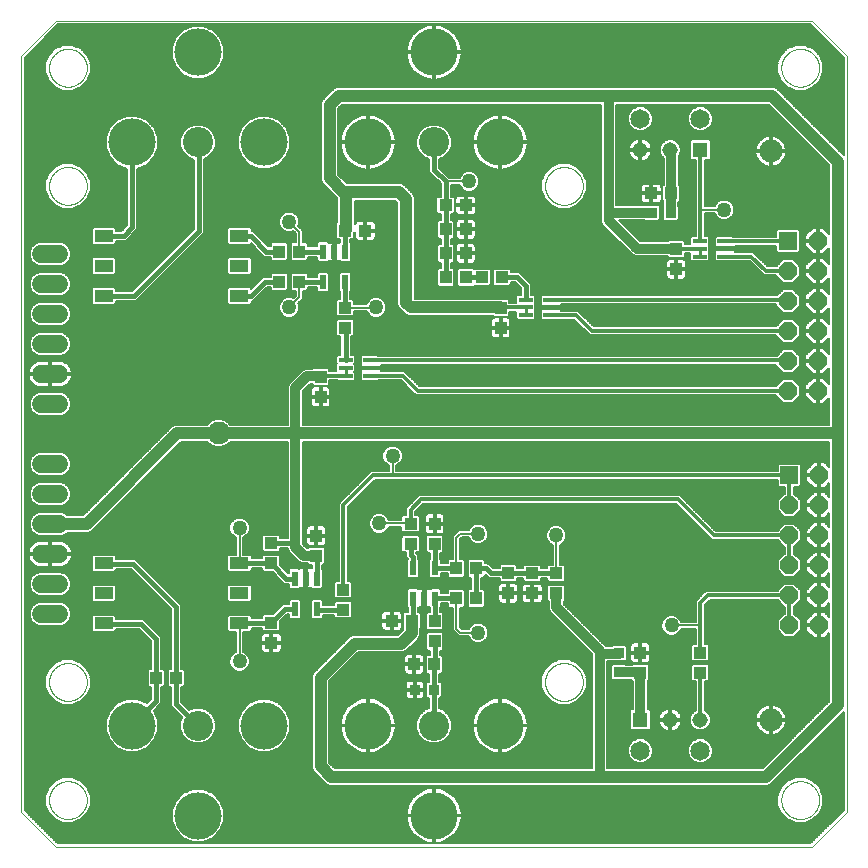
<source format=gtl>
G75*
%MOIN*%
%OFA0B0*%
%FSLAX25Y25*%
%IPPOS*%
%LPD*%
%AMOC8*
5,1,8,0,0,1.08239X$1,22.5*
%
%ADD10R,0.03937X0.04331*%
%ADD11R,0.04331X0.03937*%
%ADD12R,0.03543X0.03543*%
%ADD13OC8,0.06000*%
%ADD14R,0.06000X0.06000*%
%ADD15C,0.00000*%
%ADD16C,0.06000*%
%ADD17C,0.05150*%
%ADD18R,0.05150X0.05150*%
%ADD19C,0.06496*%
%ADD20C,0.10039*%
%ADD21C,0.15748*%
%ADD22R,0.06299X0.03937*%
%ADD23C,0.05000*%
%ADD24R,0.04600X0.01400*%
%ADD25R,0.02200X0.05000*%
%ADD26C,0.07600*%
%ADD27C,0.00600*%
%ADD28R,0.02400X0.02400*%
%ADD29C,0.04000*%
%ADD30C,0.03200*%
%ADD31C,0.01000*%
%ADD32C,0.01200*%
%ADD33C,0.01600*%
D10*
X0061454Y0074200D03*
X0068146Y0074200D03*
X0114800Y0114854D03*
X0114800Y0121546D03*
X0154300Y0118854D03*
X0154300Y0125546D03*
X0161454Y0110700D03*
X0168146Y0110700D03*
X0168146Y0100700D03*
X0161454Y0100700D03*
X0154300Y0093046D03*
X0154300Y0086354D03*
X0154146Y0078700D03*
X0147454Y0078700D03*
X0178800Y0102354D03*
X0178800Y0109046D03*
X0222800Y0082546D03*
X0222800Y0075854D03*
X0116300Y0167854D03*
X0116300Y0174546D03*
X0109146Y0206200D03*
X0102454Y0206200D03*
X0102454Y0216300D03*
X0109146Y0216300D03*
X0157954Y0215700D03*
X0164646Y0215700D03*
X0164646Y0223700D03*
X0157954Y0223700D03*
X0157954Y0207700D03*
X0164646Y0207700D03*
X0176300Y0197546D03*
X0176300Y0190854D03*
X0234800Y0210354D03*
X0234800Y0217046D03*
D11*
X0233146Y0235700D03*
X0226454Y0235700D03*
X0176646Y0207700D03*
X0169954Y0207700D03*
X0164646Y0231700D03*
X0157954Y0231700D03*
X0131146Y0223200D03*
X0124454Y0223200D03*
X0124500Y0197546D03*
X0124500Y0190854D03*
X0146300Y0125546D03*
X0146300Y0118854D03*
X0123800Y0103546D03*
X0123800Y0096854D03*
X0139954Y0093200D03*
X0146646Y0093200D03*
X0186800Y0102354D03*
X0194800Y0102354D03*
X0194800Y0109046D03*
X0186800Y0109046D03*
X0242800Y0082546D03*
X0242800Y0075854D03*
X0099800Y0085854D03*
X0099800Y0092546D03*
X0099800Y0112354D03*
X0099800Y0119046D03*
D12*
X0147650Y0070200D03*
X0153950Y0070200D03*
X0215800Y0076050D03*
X0215800Y0082350D03*
X0226650Y0229200D03*
X0232950Y0229200D03*
D13*
X0272100Y0209865D03*
X0272100Y0199865D03*
X0272100Y0189865D03*
X0282100Y0189865D03*
X0282100Y0199865D03*
X0282100Y0209865D03*
X0282100Y0219865D03*
X0282100Y0179865D03*
X0282100Y0169865D03*
X0272100Y0169865D03*
X0272100Y0179865D03*
X0282500Y0141700D03*
X0282500Y0131700D03*
X0282500Y0121700D03*
X0272500Y0121700D03*
X0272500Y0131700D03*
X0272500Y0111700D03*
X0272500Y0101700D03*
X0272500Y0091700D03*
X0282500Y0091700D03*
X0282500Y0101700D03*
X0282500Y0111700D03*
D14*
X0272500Y0141700D03*
X0272100Y0219865D03*
D15*
X0269844Y0277543D02*
X0269846Y0277701D01*
X0269852Y0277859D01*
X0269862Y0278017D01*
X0269876Y0278175D01*
X0269894Y0278332D01*
X0269915Y0278489D01*
X0269941Y0278645D01*
X0269971Y0278801D01*
X0270004Y0278956D01*
X0270042Y0279109D01*
X0270083Y0279262D01*
X0270128Y0279414D01*
X0270177Y0279565D01*
X0270230Y0279714D01*
X0270286Y0279862D01*
X0270346Y0280008D01*
X0270410Y0280153D01*
X0270478Y0280296D01*
X0270549Y0280438D01*
X0270623Y0280578D01*
X0270701Y0280715D01*
X0270783Y0280851D01*
X0270867Y0280985D01*
X0270956Y0281116D01*
X0271047Y0281245D01*
X0271142Y0281372D01*
X0271239Y0281497D01*
X0271340Y0281619D01*
X0271444Y0281738D01*
X0271551Y0281855D01*
X0271661Y0281969D01*
X0271774Y0282080D01*
X0271889Y0282189D01*
X0272007Y0282294D01*
X0272128Y0282396D01*
X0272251Y0282496D01*
X0272377Y0282592D01*
X0272505Y0282685D01*
X0272635Y0282775D01*
X0272768Y0282861D01*
X0272903Y0282945D01*
X0273039Y0283024D01*
X0273178Y0283101D01*
X0273319Y0283173D01*
X0273461Y0283243D01*
X0273605Y0283308D01*
X0273751Y0283370D01*
X0273898Y0283428D01*
X0274047Y0283483D01*
X0274197Y0283534D01*
X0274348Y0283581D01*
X0274500Y0283624D01*
X0274653Y0283663D01*
X0274808Y0283699D01*
X0274963Y0283730D01*
X0275119Y0283758D01*
X0275275Y0283782D01*
X0275432Y0283802D01*
X0275590Y0283818D01*
X0275747Y0283830D01*
X0275906Y0283838D01*
X0276064Y0283842D01*
X0276222Y0283842D01*
X0276380Y0283838D01*
X0276539Y0283830D01*
X0276696Y0283818D01*
X0276854Y0283802D01*
X0277011Y0283782D01*
X0277167Y0283758D01*
X0277323Y0283730D01*
X0277478Y0283699D01*
X0277633Y0283663D01*
X0277786Y0283624D01*
X0277938Y0283581D01*
X0278089Y0283534D01*
X0278239Y0283483D01*
X0278388Y0283428D01*
X0278535Y0283370D01*
X0278681Y0283308D01*
X0278825Y0283243D01*
X0278967Y0283173D01*
X0279108Y0283101D01*
X0279247Y0283024D01*
X0279383Y0282945D01*
X0279518Y0282861D01*
X0279651Y0282775D01*
X0279781Y0282685D01*
X0279909Y0282592D01*
X0280035Y0282496D01*
X0280158Y0282396D01*
X0280279Y0282294D01*
X0280397Y0282189D01*
X0280512Y0282080D01*
X0280625Y0281969D01*
X0280735Y0281855D01*
X0280842Y0281738D01*
X0280946Y0281619D01*
X0281047Y0281497D01*
X0281144Y0281372D01*
X0281239Y0281245D01*
X0281330Y0281116D01*
X0281419Y0280985D01*
X0281503Y0280851D01*
X0281585Y0280715D01*
X0281663Y0280578D01*
X0281737Y0280438D01*
X0281808Y0280296D01*
X0281876Y0280153D01*
X0281940Y0280008D01*
X0282000Y0279862D01*
X0282056Y0279714D01*
X0282109Y0279565D01*
X0282158Y0279414D01*
X0282203Y0279262D01*
X0282244Y0279109D01*
X0282282Y0278956D01*
X0282315Y0278801D01*
X0282345Y0278645D01*
X0282371Y0278489D01*
X0282392Y0278332D01*
X0282410Y0278175D01*
X0282424Y0278017D01*
X0282434Y0277859D01*
X0282440Y0277701D01*
X0282442Y0277543D01*
X0282440Y0277385D01*
X0282434Y0277227D01*
X0282424Y0277069D01*
X0282410Y0276911D01*
X0282392Y0276754D01*
X0282371Y0276597D01*
X0282345Y0276441D01*
X0282315Y0276285D01*
X0282282Y0276130D01*
X0282244Y0275977D01*
X0282203Y0275824D01*
X0282158Y0275672D01*
X0282109Y0275521D01*
X0282056Y0275372D01*
X0282000Y0275224D01*
X0281940Y0275078D01*
X0281876Y0274933D01*
X0281808Y0274790D01*
X0281737Y0274648D01*
X0281663Y0274508D01*
X0281585Y0274371D01*
X0281503Y0274235D01*
X0281419Y0274101D01*
X0281330Y0273970D01*
X0281239Y0273841D01*
X0281144Y0273714D01*
X0281047Y0273589D01*
X0280946Y0273467D01*
X0280842Y0273348D01*
X0280735Y0273231D01*
X0280625Y0273117D01*
X0280512Y0273006D01*
X0280397Y0272897D01*
X0280279Y0272792D01*
X0280158Y0272690D01*
X0280035Y0272590D01*
X0279909Y0272494D01*
X0279781Y0272401D01*
X0279651Y0272311D01*
X0279518Y0272225D01*
X0279383Y0272141D01*
X0279247Y0272062D01*
X0279108Y0271985D01*
X0278967Y0271913D01*
X0278825Y0271843D01*
X0278681Y0271778D01*
X0278535Y0271716D01*
X0278388Y0271658D01*
X0278239Y0271603D01*
X0278089Y0271552D01*
X0277938Y0271505D01*
X0277786Y0271462D01*
X0277633Y0271423D01*
X0277478Y0271387D01*
X0277323Y0271356D01*
X0277167Y0271328D01*
X0277011Y0271304D01*
X0276854Y0271284D01*
X0276696Y0271268D01*
X0276539Y0271256D01*
X0276380Y0271248D01*
X0276222Y0271244D01*
X0276064Y0271244D01*
X0275906Y0271248D01*
X0275747Y0271256D01*
X0275590Y0271268D01*
X0275432Y0271284D01*
X0275275Y0271304D01*
X0275119Y0271328D01*
X0274963Y0271356D01*
X0274808Y0271387D01*
X0274653Y0271423D01*
X0274500Y0271462D01*
X0274348Y0271505D01*
X0274197Y0271552D01*
X0274047Y0271603D01*
X0273898Y0271658D01*
X0273751Y0271716D01*
X0273605Y0271778D01*
X0273461Y0271843D01*
X0273319Y0271913D01*
X0273178Y0271985D01*
X0273039Y0272062D01*
X0272903Y0272141D01*
X0272768Y0272225D01*
X0272635Y0272311D01*
X0272505Y0272401D01*
X0272377Y0272494D01*
X0272251Y0272590D01*
X0272128Y0272690D01*
X0272007Y0272792D01*
X0271889Y0272897D01*
X0271774Y0273006D01*
X0271661Y0273117D01*
X0271551Y0273231D01*
X0271444Y0273348D01*
X0271340Y0273467D01*
X0271239Y0273589D01*
X0271142Y0273714D01*
X0271047Y0273841D01*
X0270956Y0273970D01*
X0270867Y0274101D01*
X0270783Y0274235D01*
X0270701Y0274371D01*
X0270623Y0274508D01*
X0270549Y0274648D01*
X0270478Y0274790D01*
X0270410Y0274933D01*
X0270346Y0275078D01*
X0270286Y0275224D01*
X0270230Y0275372D01*
X0270177Y0275521D01*
X0270128Y0275672D01*
X0270083Y0275824D01*
X0270042Y0275977D01*
X0270004Y0276130D01*
X0269971Y0276285D01*
X0269941Y0276441D01*
X0269915Y0276597D01*
X0269894Y0276754D01*
X0269876Y0276911D01*
X0269862Y0277069D01*
X0269852Y0277227D01*
X0269846Y0277385D01*
X0269844Y0277543D01*
X0280080Y0293291D02*
X0291891Y0281480D01*
X0291891Y0029511D01*
X0280080Y0017700D01*
X0028111Y0017700D01*
X0016300Y0029511D01*
X0016300Y0281480D01*
X0028111Y0293291D01*
X0280080Y0293291D01*
X0191103Y0238172D02*
X0191105Y0238330D01*
X0191111Y0238488D01*
X0191121Y0238646D01*
X0191135Y0238804D01*
X0191153Y0238961D01*
X0191174Y0239118D01*
X0191200Y0239274D01*
X0191230Y0239430D01*
X0191263Y0239585D01*
X0191301Y0239738D01*
X0191342Y0239891D01*
X0191387Y0240043D01*
X0191436Y0240194D01*
X0191489Y0240343D01*
X0191545Y0240491D01*
X0191605Y0240637D01*
X0191669Y0240782D01*
X0191737Y0240925D01*
X0191808Y0241067D01*
X0191882Y0241207D01*
X0191960Y0241344D01*
X0192042Y0241480D01*
X0192126Y0241614D01*
X0192215Y0241745D01*
X0192306Y0241874D01*
X0192401Y0242001D01*
X0192498Y0242126D01*
X0192599Y0242248D01*
X0192703Y0242367D01*
X0192810Y0242484D01*
X0192920Y0242598D01*
X0193033Y0242709D01*
X0193148Y0242818D01*
X0193266Y0242923D01*
X0193387Y0243025D01*
X0193510Y0243125D01*
X0193636Y0243221D01*
X0193764Y0243314D01*
X0193894Y0243404D01*
X0194027Y0243490D01*
X0194162Y0243574D01*
X0194298Y0243653D01*
X0194437Y0243730D01*
X0194578Y0243802D01*
X0194720Y0243872D01*
X0194864Y0243937D01*
X0195010Y0243999D01*
X0195157Y0244057D01*
X0195306Y0244112D01*
X0195456Y0244163D01*
X0195607Y0244210D01*
X0195759Y0244253D01*
X0195912Y0244292D01*
X0196067Y0244328D01*
X0196222Y0244359D01*
X0196378Y0244387D01*
X0196534Y0244411D01*
X0196691Y0244431D01*
X0196849Y0244447D01*
X0197006Y0244459D01*
X0197165Y0244467D01*
X0197323Y0244471D01*
X0197481Y0244471D01*
X0197639Y0244467D01*
X0197798Y0244459D01*
X0197955Y0244447D01*
X0198113Y0244431D01*
X0198270Y0244411D01*
X0198426Y0244387D01*
X0198582Y0244359D01*
X0198737Y0244328D01*
X0198892Y0244292D01*
X0199045Y0244253D01*
X0199197Y0244210D01*
X0199348Y0244163D01*
X0199498Y0244112D01*
X0199647Y0244057D01*
X0199794Y0243999D01*
X0199940Y0243937D01*
X0200084Y0243872D01*
X0200226Y0243802D01*
X0200367Y0243730D01*
X0200506Y0243653D01*
X0200642Y0243574D01*
X0200777Y0243490D01*
X0200910Y0243404D01*
X0201040Y0243314D01*
X0201168Y0243221D01*
X0201294Y0243125D01*
X0201417Y0243025D01*
X0201538Y0242923D01*
X0201656Y0242818D01*
X0201771Y0242709D01*
X0201884Y0242598D01*
X0201994Y0242484D01*
X0202101Y0242367D01*
X0202205Y0242248D01*
X0202306Y0242126D01*
X0202403Y0242001D01*
X0202498Y0241874D01*
X0202589Y0241745D01*
X0202678Y0241614D01*
X0202762Y0241480D01*
X0202844Y0241344D01*
X0202922Y0241207D01*
X0202996Y0241067D01*
X0203067Y0240925D01*
X0203135Y0240782D01*
X0203199Y0240637D01*
X0203259Y0240491D01*
X0203315Y0240343D01*
X0203368Y0240194D01*
X0203417Y0240043D01*
X0203462Y0239891D01*
X0203503Y0239738D01*
X0203541Y0239585D01*
X0203574Y0239430D01*
X0203604Y0239274D01*
X0203630Y0239118D01*
X0203651Y0238961D01*
X0203669Y0238804D01*
X0203683Y0238646D01*
X0203693Y0238488D01*
X0203699Y0238330D01*
X0203701Y0238172D01*
X0203699Y0238014D01*
X0203693Y0237856D01*
X0203683Y0237698D01*
X0203669Y0237540D01*
X0203651Y0237383D01*
X0203630Y0237226D01*
X0203604Y0237070D01*
X0203574Y0236914D01*
X0203541Y0236759D01*
X0203503Y0236606D01*
X0203462Y0236453D01*
X0203417Y0236301D01*
X0203368Y0236150D01*
X0203315Y0236001D01*
X0203259Y0235853D01*
X0203199Y0235707D01*
X0203135Y0235562D01*
X0203067Y0235419D01*
X0202996Y0235277D01*
X0202922Y0235137D01*
X0202844Y0235000D01*
X0202762Y0234864D01*
X0202678Y0234730D01*
X0202589Y0234599D01*
X0202498Y0234470D01*
X0202403Y0234343D01*
X0202306Y0234218D01*
X0202205Y0234096D01*
X0202101Y0233977D01*
X0201994Y0233860D01*
X0201884Y0233746D01*
X0201771Y0233635D01*
X0201656Y0233526D01*
X0201538Y0233421D01*
X0201417Y0233319D01*
X0201294Y0233219D01*
X0201168Y0233123D01*
X0201040Y0233030D01*
X0200910Y0232940D01*
X0200777Y0232854D01*
X0200642Y0232770D01*
X0200506Y0232691D01*
X0200367Y0232614D01*
X0200226Y0232542D01*
X0200084Y0232472D01*
X0199940Y0232407D01*
X0199794Y0232345D01*
X0199647Y0232287D01*
X0199498Y0232232D01*
X0199348Y0232181D01*
X0199197Y0232134D01*
X0199045Y0232091D01*
X0198892Y0232052D01*
X0198737Y0232016D01*
X0198582Y0231985D01*
X0198426Y0231957D01*
X0198270Y0231933D01*
X0198113Y0231913D01*
X0197955Y0231897D01*
X0197798Y0231885D01*
X0197639Y0231877D01*
X0197481Y0231873D01*
X0197323Y0231873D01*
X0197165Y0231877D01*
X0197006Y0231885D01*
X0196849Y0231897D01*
X0196691Y0231913D01*
X0196534Y0231933D01*
X0196378Y0231957D01*
X0196222Y0231985D01*
X0196067Y0232016D01*
X0195912Y0232052D01*
X0195759Y0232091D01*
X0195607Y0232134D01*
X0195456Y0232181D01*
X0195306Y0232232D01*
X0195157Y0232287D01*
X0195010Y0232345D01*
X0194864Y0232407D01*
X0194720Y0232472D01*
X0194578Y0232542D01*
X0194437Y0232614D01*
X0194298Y0232691D01*
X0194162Y0232770D01*
X0194027Y0232854D01*
X0193894Y0232940D01*
X0193764Y0233030D01*
X0193636Y0233123D01*
X0193510Y0233219D01*
X0193387Y0233319D01*
X0193266Y0233421D01*
X0193148Y0233526D01*
X0193033Y0233635D01*
X0192920Y0233746D01*
X0192810Y0233860D01*
X0192703Y0233977D01*
X0192599Y0234096D01*
X0192498Y0234218D01*
X0192401Y0234343D01*
X0192306Y0234470D01*
X0192215Y0234599D01*
X0192126Y0234730D01*
X0192042Y0234864D01*
X0191960Y0235000D01*
X0191882Y0235137D01*
X0191808Y0235277D01*
X0191737Y0235419D01*
X0191669Y0235562D01*
X0191605Y0235707D01*
X0191545Y0235853D01*
X0191489Y0236001D01*
X0191436Y0236150D01*
X0191387Y0236301D01*
X0191342Y0236453D01*
X0191301Y0236606D01*
X0191263Y0236759D01*
X0191230Y0236914D01*
X0191200Y0237070D01*
X0191174Y0237226D01*
X0191153Y0237383D01*
X0191135Y0237540D01*
X0191121Y0237698D01*
X0191111Y0237856D01*
X0191105Y0238014D01*
X0191103Y0238172D01*
X0025749Y0238172D02*
X0025751Y0238330D01*
X0025757Y0238488D01*
X0025767Y0238646D01*
X0025781Y0238804D01*
X0025799Y0238961D01*
X0025820Y0239118D01*
X0025846Y0239274D01*
X0025876Y0239430D01*
X0025909Y0239585D01*
X0025947Y0239738D01*
X0025988Y0239891D01*
X0026033Y0240043D01*
X0026082Y0240194D01*
X0026135Y0240343D01*
X0026191Y0240491D01*
X0026251Y0240637D01*
X0026315Y0240782D01*
X0026383Y0240925D01*
X0026454Y0241067D01*
X0026528Y0241207D01*
X0026606Y0241344D01*
X0026688Y0241480D01*
X0026772Y0241614D01*
X0026861Y0241745D01*
X0026952Y0241874D01*
X0027047Y0242001D01*
X0027144Y0242126D01*
X0027245Y0242248D01*
X0027349Y0242367D01*
X0027456Y0242484D01*
X0027566Y0242598D01*
X0027679Y0242709D01*
X0027794Y0242818D01*
X0027912Y0242923D01*
X0028033Y0243025D01*
X0028156Y0243125D01*
X0028282Y0243221D01*
X0028410Y0243314D01*
X0028540Y0243404D01*
X0028673Y0243490D01*
X0028808Y0243574D01*
X0028944Y0243653D01*
X0029083Y0243730D01*
X0029224Y0243802D01*
X0029366Y0243872D01*
X0029510Y0243937D01*
X0029656Y0243999D01*
X0029803Y0244057D01*
X0029952Y0244112D01*
X0030102Y0244163D01*
X0030253Y0244210D01*
X0030405Y0244253D01*
X0030558Y0244292D01*
X0030713Y0244328D01*
X0030868Y0244359D01*
X0031024Y0244387D01*
X0031180Y0244411D01*
X0031337Y0244431D01*
X0031495Y0244447D01*
X0031652Y0244459D01*
X0031811Y0244467D01*
X0031969Y0244471D01*
X0032127Y0244471D01*
X0032285Y0244467D01*
X0032444Y0244459D01*
X0032601Y0244447D01*
X0032759Y0244431D01*
X0032916Y0244411D01*
X0033072Y0244387D01*
X0033228Y0244359D01*
X0033383Y0244328D01*
X0033538Y0244292D01*
X0033691Y0244253D01*
X0033843Y0244210D01*
X0033994Y0244163D01*
X0034144Y0244112D01*
X0034293Y0244057D01*
X0034440Y0243999D01*
X0034586Y0243937D01*
X0034730Y0243872D01*
X0034872Y0243802D01*
X0035013Y0243730D01*
X0035152Y0243653D01*
X0035288Y0243574D01*
X0035423Y0243490D01*
X0035556Y0243404D01*
X0035686Y0243314D01*
X0035814Y0243221D01*
X0035940Y0243125D01*
X0036063Y0243025D01*
X0036184Y0242923D01*
X0036302Y0242818D01*
X0036417Y0242709D01*
X0036530Y0242598D01*
X0036640Y0242484D01*
X0036747Y0242367D01*
X0036851Y0242248D01*
X0036952Y0242126D01*
X0037049Y0242001D01*
X0037144Y0241874D01*
X0037235Y0241745D01*
X0037324Y0241614D01*
X0037408Y0241480D01*
X0037490Y0241344D01*
X0037568Y0241207D01*
X0037642Y0241067D01*
X0037713Y0240925D01*
X0037781Y0240782D01*
X0037845Y0240637D01*
X0037905Y0240491D01*
X0037961Y0240343D01*
X0038014Y0240194D01*
X0038063Y0240043D01*
X0038108Y0239891D01*
X0038149Y0239738D01*
X0038187Y0239585D01*
X0038220Y0239430D01*
X0038250Y0239274D01*
X0038276Y0239118D01*
X0038297Y0238961D01*
X0038315Y0238804D01*
X0038329Y0238646D01*
X0038339Y0238488D01*
X0038345Y0238330D01*
X0038347Y0238172D01*
X0038345Y0238014D01*
X0038339Y0237856D01*
X0038329Y0237698D01*
X0038315Y0237540D01*
X0038297Y0237383D01*
X0038276Y0237226D01*
X0038250Y0237070D01*
X0038220Y0236914D01*
X0038187Y0236759D01*
X0038149Y0236606D01*
X0038108Y0236453D01*
X0038063Y0236301D01*
X0038014Y0236150D01*
X0037961Y0236001D01*
X0037905Y0235853D01*
X0037845Y0235707D01*
X0037781Y0235562D01*
X0037713Y0235419D01*
X0037642Y0235277D01*
X0037568Y0235137D01*
X0037490Y0235000D01*
X0037408Y0234864D01*
X0037324Y0234730D01*
X0037235Y0234599D01*
X0037144Y0234470D01*
X0037049Y0234343D01*
X0036952Y0234218D01*
X0036851Y0234096D01*
X0036747Y0233977D01*
X0036640Y0233860D01*
X0036530Y0233746D01*
X0036417Y0233635D01*
X0036302Y0233526D01*
X0036184Y0233421D01*
X0036063Y0233319D01*
X0035940Y0233219D01*
X0035814Y0233123D01*
X0035686Y0233030D01*
X0035556Y0232940D01*
X0035423Y0232854D01*
X0035288Y0232770D01*
X0035152Y0232691D01*
X0035013Y0232614D01*
X0034872Y0232542D01*
X0034730Y0232472D01*
X0034586Y0232407D01*
X0034440Y0232345D01*
X0034293Y0232287D01*
X0034144Y0232232D01*
X0033994Y0232181D01*
X0033843Y0232134D01*
X0033691Y0232091D01*
X0033538Y0232052D01*
X0033383Y0232016D01*
X0033228Y0231985D01*
X0033072Y0231957D01*
X0032916Y0231933D01*
X0032759Y0231913D01*
X0032601Y0231897D01*
X0032444Y0231885D01*
X0032285Y0231877D01*
X0032127Y0231873D01*
X0031969Y0231873D01*
X0031811Y0231877D01*
X0031652Y0231885D01*
X0031495Y0231897D01*
X0031337Y0231913D01*
X0031180Y0231933D01*
X0031024Y0231957D01*
X0030868Y0231985D01*
X0030713Y0232016D01*
X0030558Y0232052D01*
X0030405Y0232091D01*
X0030253Y0232134D01*
X0030102Y0232181D01*
X0029952Y0232232D01*
X0029803Y0232287D01*
X0029656Y0232345D01*
X0029510Y0232407D01*
X0029366Y0232472D01*
X0029224Y0232542D01*
X0029083Y0232614D01*
X0028944Y0232691D01*
X0028808Y0232770D01*
X0028673Y0232854D01*
X0028540Y0232940D01*
X0028410Y0233030D01*
X0028282Y0233123D01*
X0028156Y0233219D01*
X0028033Y0233319D01*
X0027912Y0233421D01*
X0027794Y0233526D01*
X0027679Y0233635D01*
X0027566Y0233746D01*
X0027456Y0233860D01*
X0027349Y0233977D01*
X0027245Y0234096D01*
X0027144Y0234218D01*
X0027047Y0234343D01*
X0026952Y0234470D01*
X0026861Y0234599D01*
X0026772Y0234730D01*
X0026688Y0234864D01*
X0026606Y0235000D01*
X0026528Y0235137D01*
X0026454Y0235277D01*
X0026383Y0235419D01*
X0026315Y0235562D01*
X0026251Y0235707D01*
X0026191Y0235853D01*
X0026135Y0236001D01*
X0026082Y0236150D01*
X0026033Y0236301D01*
X0025988Y0236453D01*
X0025947Y0236606D01*
X0025909Y0236759D01*
X0025876Y0236914D01*
X0025846Y0237070D01*
X0025820Y0237226D01*
X0025799Y0237383D01*
X0025781Y0237540D01*
X0025767Y0237698D01*
X0025757Y0237856D01*
X0025751Y0238014D01*
X0025749Y0238172D01*
X0025749Y0277543D02*
X0025751Y0277701D01*
X0025757Y0277859D01*
X0025767Y0278017D01*
X0025781Y0278175D01*
X0025799Y0278332D01*
X0025820Y0278489D01*
X0025846Y0278645D01*
X0025876Y0278801D01*
X0025909Y0278956D01*
X0025947Y0279109D01*
X0025988Y0279262D01*
X0026033Y0279414D01*
X0026082Y0279565D01*
X0026135Y0279714D01*
X0026191Y0279862D01*
X0026251Y0280008D01*
X0026315Y0280153D01*
X0026383Y0280296D01*
X0026454Y0280438D01*
X0026528Y0280578D01*
X0026606Y0280715D01*
X0026688Y0280851D01*
X0026772Y0280985D01*
X0026861Y0281116D01*
X0026952Y0281245D01*
X0027047Y0281372D01*
X0027144Y0281497D01*
X0027245Y0281619D01*
X0027349Y0281738D01*
X0027456Y0281855D01*
X0027566Y0281969D01*
X0027679Y0282080D01*
X0027794Y0282189D01*
X0027912Y0282294D01*
X0028033Y0282396D01*
X0028156Y0282496D01*
X0028282Y0282592D01*
X0028410Y0282685D01*
X0028540Y0282775D01*
X0028673Y0282861D01*
X0028808Y0282945D01*
X0028944Y0283024D01*
X0029083Y0283101D01*
X0029224Y0283173D01*
X0029366Y0283243D01*
X0029510Y0283308D01*
X0029656Y0283370D01*
X0029803Y0283428D01*
X0029952Y0283483D01*
X0030102Y0283534D01*
X0030253Y0283581D01*
X0030405Y0283624D01*
X0030558Y0283663D01*
X0030713Y0283699D01*
X0030868Y0283730D01*
X0031024Y0283758D01*
X0031180Y0283782D01*
X0031337Y0283802D01*
X0031495Y0283818D01*
X0031652Y0283830D01*
X0031811Y0283838D01*
X0031969Y0283842D01*
X0032127Y0283842D01*
X0032285Y0283838D01*
X0032444Y0283830D01*
X0032601Y0283818D01*
X0032759Y0283802D01*
X0032916Y0283782D01*
X0033072Y0283758D01*
X0033228Y0283730D01*
X0033383Y0283699D01*
X0033538Y0283663D01*
X0033691Y0283624D01*
X0033843Y0283581D01*
X0033994Y0283534D01*
X0034144Y0283483D01*
X0034293Y0283428D01*
X0034440Y0283370D01*
X0034586Y0283308D01*
X0034730Y0283243D01*
X0034872Y0283173D01*
X0035013Y0283101D01*
X0035152Y0283024D01*
X0035288Y0282945D01*
X0035423Y0282861D01*
X0035556Y0282775D01*
X0035686Y0282685D01*
X0035814Y0282592D01*
X0035940Y0282496D01*
X0036063Y0282396D01*
X0036184Y0282294D01*
X0036302Y0282189D01*
X0036417Y0282080D01*
X0036530Y0281969D01*
X0036640Y0281855D01*
X0036747Y0281738D01*
X0036851Y0281619D01*
X0036952Y0281497D01*
X0037049Y0281372D01*
X0037144Y0281245D01*
X0037235Y0281116D01*
X0037324Y0280985D01*
X0037408Y0280851D01*
X0037490Y0280715D01*
X0037568Y0280578D01*
X0037642Y0280438D01*
X0037713Y0280296D01*
X0037781Y0280153D01*
X0037845Y0280008D01*
X0037905Y0279862D01*
X0037961Y0279714D01*
X0038014Y0279565D01*
X0038063Y0279414D01*
X0038108Y0279262D01*
X0038149Y0279109D01*
X0038187Y0278956D01*
X0038220Y0278801D01*
X0038250Y0278645D01*
X0038276Y0278489D01*
X0038297Y0278332D01*
X0038315Y0278175D01*
X0038329Y0278017D01*
X0038339Y0277859D01*
X0038345Y0277701D01*
X0038347Y0277543D01*
X0038345Y0277385D01*
X0038339Y0277227D01*
X0038329Y0277069D01*
X0038315Y0276911D01*
X0038297Y0276754D01*
X0038276Y0276597D01*
X0038250Y0276441D01*
X0038220Y0276285D01*
X0038187Y0276130D01*
X0038149Y0275977D01*
X0038108Y0275824D01*
X0038063Y0275672D01*
X0038014Y0275521D01*
X0037961Y0275372D01*
X0037905Y0275224D01*
X0037845Y0275078D01*
X0037781Y0274933D01*
X0037713Y0274790D01*
X0037642Y0274648D01*
X0037568Y0274508D01*
X0037490Y0274371D01*
X0037408Y0274235D01*
X0037324Y0274101D01*
X0037235Y0273970D01*
X0037144Y0273841D01*
X0037049Y0273714D01*
X0036952Y0273589D01*
X0036851Y0273467D01*
X0036747Y0273348D01*
X0036640Y0273231D01*
X0036530Y0273117D01*
X0036417Y0273006D01*
X0036302Y0272897D01*
X0036184Y0272792D01*
X0036063Y0272690D01*
X0035940Y0272590D01*
X0035814Y0272494D01*
X0035686Y0272401D01*
X0035556Y0272311D01*
X0035423Y0272225D01*
X0035288Y0272141D01*
X0035152Y0272062D01*
X0035013Y0271985D01*
X0034872Y0271913D01*
X0034730Y0271843D01*
X0034586Y0271778D01*
X0034440Y0271716D01*
X0034293Y0271658D01*
X0034144Y0271603D01*
X0033994Y0271552D01*
X0033843Y0271505D01*
X0033691Y0271462D01*
X0033538Y0271423D01*
X0033383Y0271387D01*
X0033228Y0271356D01*
X0033072Y0271328D01*
X0032916Y0271304D01*
X0032759Y0271284D01*
X0032601Y0271268D01*
X0032444Y0271256D01*
X0032285Y0271248D01*
X0032127Y0271244D01*
X0031969Y0271244D01*
X0031811Y0271248D01*
X0031652Y0271256D01*
X0031495Y0271268D01*
X0031337Y0271284D01*
X0031180Y0271304D01*
X0031024Y0271328D01*
X0030868Y0271356D01*
X0030713Y0271387D01*
X0030558Y0271423D01*
X0030405Y0271462D01*
X0030253Y0271505D01*
X0030102Y0271552D01*
X0029952Y0271603D01*
X0029803Y0271658D01*
X0029656Y0271716D01*
X0029510Y0271778D01*
X0029366Y0271843D01*
X0029224Y0271913D01*
X0029083Y0271985D01*
X0028944Y0272062D01*
X0028808Y0272141D01*
X0028673Y0272225D01*
X0028540Y0272311D01*
X0028410Y0272401D01*
X0028282Y0272494D01*
X0028156Y0272590D01*
X0028033Y0272690D01*
X0027912Y0272792D01*
X0027794Y0272897D01*
X0027679Y0273006D01*
X0027566Y0273117D01*
X0027456Y0273231D01*
X0027349Y0273348D01*
X0027245Y0273467D01*
X0027144Y0273589D01*
X0027047Y0273714D01*
X0026952Y0273841D01*
X0026861Y0273970D01*
X0026772Y0274101D01*
X0026688Y0274235D01*
X0026606Y0274371D01*
X0026528Y0274508D01*
X0026454Y0274648D01*
X0026383Y0274790D01*
X0026315Y0274933D01*
X0026251Y0275078D01*
X0026191Y0275224D01*
X0026135Y0275372D01*
X0026082Y0275521D01*
X0026033Y0275672D01*
X0025988Y0275824D01*
X0025947Y0275977D01*
X0025909Y0276130D01*
X0025876Y0276285D01*
X0025846Y0276441D01*
X0025820Y0276597D01*
X0025799Y0276754D01*
X0025781Y0276911D01*
X0025767Y0277069D01*
X0025757Y0277227D01*
X0025751Y0277385D01*
X0025749Y0277543D01*
X0025749Y0072818D02*
X0025751Y0072976D01*
X0025757Y0073134D01*
X0025767Y0073292D01*
X0025781Y0073450D01*
X0025799Y0073607D01*
X0025820Y0073764D01*
X0025846Y0073920D01*
X0025876Y0074076D01*
X0025909Y0074231D01*
X0025947Y0074384D01*
X0025988Y0074537D01*
X0026033Y0074689D01*
X0026082Y0074840D01*
X0026135Y0074989D01*
X0026191Y0075137D01*
X0026251Y0075283D01*
X0026315Y0075428D01*
X0026383Y0075571D01*
X0026454Y0075713D01*
X0026528Y0075853D01*
X0026606Y0075990D01*
X0026688Y0076126D01*
X0026772Y0076260D01*
X0026861Y0076391D01*
X0026952Y0076520D01*
X0027047Y0076647D01*
X0027144Y0076772D01*
X0027245Y0076894D01*
X0027349Y0077013D01*
X0027456Y0077130D01*
X0027566Y0077244D01*
X0027679Y0077355D01*
X0027794Y0077464D01*
X0027912Y0077569D01*
X0028033Y0077671D01*
X0028156Y0077771D01*
X0028282Y0077867D01*
X0028410Y0077960D01*
X0028540Y0078050D01*
X0028673Y0078136D01*
X0028808Y0078220D01*
X0028944Y0078299D01*
X0029083Y0078376D01*
X0029224Y0078448D01*
X0029366Y0078518D01*
X0029510Y0078583D01*
X0029656Y0078645D01*
X0029803Y0078703D01*
X0029952Y0078758D01*
X0030102Y0078809D01*
X0030253Y0078856D01*
X0030405Y0078899D01*
X0030558Y0078938D01*
X0030713Y0078974D01*
X0030868Y0079005D01*
X0031024Y0079033D01*
X0031180Y0079057D01*
X0031337Y0079077D01*
X0031495Y0079093D01*
X0031652Y0079105D01*
X0031811Y0079113D01*
X0031969Y0079117D01*
X0032127Y0079117D01*
X0032285Y0079113D01*
X0032444Y0079105D01*
X0032601Y0079093D01*
X0032759Y0079077D01*
X0032916Y0079057D01*
X0033072Y0079033D01*
X0033228Y0079005D01*
X0033383Y0078974D01*
X0033538Y0078938D01*
X0033691Y0078899D01*
X0033843Y0078856D01*
X0033994Y0078809D01*
X0034144Y0078758D01*
X0034293Y0078703D01*
X0034440Y0078645D01*
X0034586Y0078583D01*
X0034730Y0078518D01*
X0034872Y0078448D01*
X0035013Y0078376D01*
X0035152Y0078299D01*
X0035288Y0078220D01*
X0035423Y0078136D01*
X0035556Y0078050D01*
X0035686Y0077960D01*
X0035814Y0077867D01*
X0035940Y0077771D01*
X0036063Y0077671D01*
X0036184Y0077569D01*
X0036302Y0077464D01*
X0036417Y0077355D01*
X0036530Y0077244D01*
X0036640Y0077130D01*
X0036747Y0077013D01*
X0036851Y0076894D01*
X0036952Y0076772D01*
X0037049Y0076647D01*
X0037144Y0076520D01*
X0037235Y0076391D01*
X0037324Y0076260D01*
X0037408Y0076126D01*
X0037490Y0075990D01*
X0037568Y0075853D01*
X0037642Y0075713D01*
X0037713Y0075571D01*
X0037781Y0075428D01*
X0037845Y0075283D01*
X0037905Y0075137D01*
X0037961Y0074989D01*
X0038014Y0074840D01*
X0038063Y0074689D01*
X0038108Y0074537D01*
X0038149Y0074384D01*
X0038187Y0074231D01*
X0038220Y0074076D01*
X0038250Y0073920D01*
X0038276Y0073764D01*
X0038297Y0073607D01*
X0038315Y0073450D01*
X0038329Y0073292D01*
X0038339Y0073134D01*
X0038345Y0072976D01*
X0038347Y0072818D01*
X0038345Y0072660D01*
X0038339Y0072502D01*
X0038329Y0072344D01*
X0038315Y0072186D01*
X0038297Y0072029D01*
X0038276Y0071872D01*
X0038250Y0071716D01*
X0038220Y0071560D01*
X0038187Y0071405D01*
X0038149Y0071252D01*
X0038108Y0071099D01*
X0038063Y0070947D01*
X0038014Y0070796D01*
X0037961Y0070647D01*
X0037905Y0070499D01*
X0037845Y0070353D01*
X0037781Y0070208D01*
X0037713Y0070065D01*
X0037642Y0069923D01*
X0037568Y0069783D01*
X0037490Y0069646D01*
X0037408Y0069510D01*
X0037324Y0069376D01*
X0037235Y0069245D01*
X0037144Y0069116D01*
X0037049Y0068989D01*
X0036952Y0068864D01*
X0036851Y0068742D01*
X0036747Y0068623D01*
X0036640Y0068506D01*
X0036530Y0068392D01*
X0036417Y0068281D01*
X0036302Y0068172D01*
X0036184Y0068067D01*
X0036063Y0067965D01*
X0035940Y0067865D01*
X0035814Y0067769D01*
X0035686Y0067676D01*
X0035556Y0067586D01*
X0035423Y0067500D01*
X0035288Y0067416D01*
X0035152Y0067337D01*
X0035013Y0067260D01*
X0034872Y0067188D01*
X0034730Y0067118D01*
X0034586Y0067053D01*
X0034440Y0066991D01*
X0034293Y0066933D01*
X0034144Y0066878D01*
X0033994Y0066827D01*
X0033843Y0066780D01*
X0033691Y0066737D01*
X0033538Y0066698D01*
X0033383Y0066662D01*
X0033228Y0066631D01*
X0033072Y0066603D01*
X0032916Y0066579D01*
X0032759Y0066559D01*
X0032601Y0066543D01*
X0032444Y0066531D01*
X0032285Y0066523D01*
X0032127Y0066519D01*
X0031969Y0066519D01*
X0031811Y0066523D01*
X0031652Y0066531D01*
X0031495Y0066543D01*
X0031337Y0066559D01*
X0031180Y0066579D01*
X0031024Y0066603D01*
X0030868Y0066631D01*
X0030713Y0066662D01*
X0030558Y0066698D01*
X0030405Y0066737D01*
X0030253Y0066780D01*
X0030102Y0066827D01*
X0029952Y0066878D01*
X0029803Y0066933D01*
X0029656Y0066991D01*
X0029510Y0067053D01*
X0029366Y0067118D01*
X0029224Y0067188D01*
X0029083Y0067260D01*
X0028944Y0067337D01*
X0028808Y0067416D01*
X0028673Y0067500D01*
X0028540Y0067586D01*
X0028410Y0067676D01*
X0028282Y0067769D01*
X0028156Y0067865D01*
X0028033Y0067965D01*
X0027912Y0068067D01*
X0027794Y0068172D01*
X0027679Y0068281D01*
X0027566Y0068392D01*
X0027456Y0068506D01*
X0027349Y0068623D01*
X0027245Y0068742D01*
X0027144Y0068864D01*
X0027047Y0068989D01*
X0026952Y0069116D01*
X0026861Y0069245D01*
X0026772Y0069376D01*
X0026688Y0069510D01*
X0026606Y0069646D01*
X0026528Y0069783D01*
X0026454Y0069923D01*
X0026383Y0070065D01*
X0026315Y0070208D01*
X0026251Y0070353D01*
X0026191Y0070499D01*
X0026135Y0070647D01*
X0026082Y0070796D01*
X0026033Y0070947D01*
X0025988Y0071099D01*
X0025947Y0071252D01*
X0025909Y0071405D01*
X0025876Y0071560D01*
X0025846Y0071716D01*
X0025820Y0071872D01*
X0025799Y0072029D01*
X0025781Y0072186D01*
X0025767Y0072344D01*
X0025757Y0072502D01*
X0025751Y0072660D01*
X0025749Y0072818D01*
X0025749Y0033448D02*
X0025751Y0033606D01*
X0025757Y0033764D01*
X0025767Y0033922D01*
X0025781Y0034080D01*
X0025799Y0034237D01*
X0025820Y0034394D01*
X0025846Y0034550D01*
X0025876Y0034706D01*
X0025909Y0034861D01*
X0025947Y0035014D01*
X0025988Y0035167D01*
X0026033Y0035319D01*
X0026082Y0035470D01*
X0026135Y0035619D01*
X0026191Y0035767D01*
X0026251Y0035913D01*
X0026315Y0036058D01*
X0026383Y0036201D01*
X0026454Y0036343D01*
X0026528Y0036483D01*
X0026606Y0036620D01*
X0026688Y0036756D01*
X0026772Y0036890D01*
X0026861Y0037021D01*
X0026952Y0037150D01*
X0027047Y0037277D01*
X0027144Y0037402D01*
X0027245Y0037524D01*
X0027349Y0037643D01*
X0027456Y0037760D01*
X0027566Y0037874D01*
X0027679Y0037985D01*
X0027794Y0038094D01*
X0027912Y0038199D01*
X0028033Y0038301D01*
X0028156Y0038401D01*
X0028282Y0038497D01*
X0028410Y0038590D01*
X0028540Y0038680D01*
X0028673Y0038766D01*
X0028808Y0038850D01*
X0028944Y0038929D01*
X0029083Y0039006D01*
X0029224Y0039078D01*
X0029366Y0039148D01*
X0029510Y0039213D01*
X0029656Y0039275D01*
X0029803Y0039333D01*
X0029952Y0039388D01*
X0030102Y0039439D01*
X0030253Y0039486D01*
X0030405Y0039529D01*
X0030558Y0039568D01*
X0030713Y0039604D01*
X0030868Y0039635D01*
X0031024Y0039663D01*
X0031180Y0039687D01*
X0031337Y0039707D01*
X0031495Y0039723D01*
X0031652Y0039735D01*
X0031811Y0039743D01*
X0031969Y0039747D01*
X0032127Y0039747D01*
X0032285Y0039743D01*
X0032444Y0039735D01*
X0032601Y0039723D01*
X0032759Y0039707D01*
X0032916Y0039687D01*
X0033072Y0039663D01*
X0033228Y0039635D01*
X0033383Y0039604D01*
X0033538Y0039568D01*
X0033691Y0039529D01*
X0033843Y0039486D01*
X0033994Y0039439D01*
X0034144Y0039388D01*
X0034293Y0039333D01*
X0034440Y0039275D01*
X0034586Y0039213D01*
X0034730Y0039148D01*
X0034872Y0039078D01*
X0035013Y0039006D01*
X0035152Y0038929D01*
X0035288Y0038850D01*
X0035423Y0038766D01*
X0035556Y0038680D01*
X0035686Y0038590D01*
X0035814Y0038497D01*
X0035940Y0038401D01*
X0036063Y0038301D01*
X0036184Y0038199D01*
X0036302Y0038094D01*
X0036417Y0037985D01*
X0036530Y0037874D01*
X0036640Y0037760D01*
X0036747Y0037643D01*
X0036851Y0037524D01*
X0036952Y0037402D01*
X0037049Y0037277D01*
X0037144Y0037150D01*
X0037235Y0037021D01*
X0037324Y0036890D01*
X0037408Y0036756D01*
X0037490Y0036620D01*
X0037568Y0036483D01*
X0037642Y0036343D01*
X0037713Y0036201D01*
X0037781Y0036058D01*
X0037845Y0035913D01*
X0037905Y0035767D01*
X0037961Y0035619D01*
X0038014Y0035470D01*
X0038063Y0035319D01*
X0038108Y0035167D01*
X0038149Y0035014D01*
X0038187Y0034861D01*
X0038220Y0034706D01*
X0038250Y0034550D01*
X0038276Y0034394D01*
X0038297Y0034237D01*
X0038315Y0034080D01*
X0038329Y0033922D01*
X0038339Y0033764D01*
X0038345Y0033606D01*
X0038347Y0033448D01*
X0038345Y0033290D01*
X0038339Y0033132D01*
X0038329Y0032974D01*
X0038315Y0032816D01*
X0038297Y0032659D01*
X0038276Y0032502D01*
X0038250Y0032346D01*
X0038220Y0032190D01*
X0038187Y0032035D01*
X0038149Y0031882D01*
X0038108Y0031729D01*
X0038063Y0031577D01*
X0038014Y0031426D01*
X0037961Y0031277D01*
X0037905Y0031129D01*
X0037845Y0030983D01*
X0037781Y0030838D01*
X0037713Y0030695D01*
X0037642Y0030553D01*
X0037568Y0030413D01*
X0037490Y0030276D01*
X0037408Y0030140D01*
X0037324Y0030006D01*
X0037235Y0029875D01*
X0037144Y0029746D01*
X0037049Y0029619D01*
X0036952Y0029494D01*
X0036851Y0029372D01*
X0036747Y0029253D01*
X0036640Y0029136D01*
X0036530Y0029022D01*
X0036417Y0028911D01*
X0036302Y0028802D01*
X0036184Y0028697D01*
X0036063Y0028595D01*
X0035940Y0028495D01*
X0035814Y0028399D01*
X0035686Y0028306D01*
X0035556Y0028216D01*
X0035423Y0028130D01*
X0035288Y0028046D01*
X0035152Y0027967D01*
X0035013Y0027890D01*
X0034872Y0027818D01*
X0034730Y0027748D01*
X0034586Y0027683D01*
X0034440Y0027621D01*
X0034293Y0027563D01*
X0034144Y0027508D01*
X0033994Y0027457D01*
X0033843Y0027410D01*
X0033691Y0027367D01*
X0033538Y0027328D01*
X0033383Y0027292D01*
X0033228Y0027261D01*
X0033072Y0027233D01*
X0032916Y0027209D01*
X0032759Y0027189D01*
X0032601Y0027173D01*
X0032444Y0027161D01*
X0032285Y0027153D01*
X0032127Y0027149D01*
X0031969Y0027149D01*
X0031811Y0027153D01*
X0031652Y0027161D01*
X0031495Y0027173D01*
X0031337Y0027189D01*
X0031180Y0027209D01*
X0031024Y0027233D01*
X0030868Y0027261D01*
X0030713Y0027292D01*
X0030558Y0027328D01*
X0030405Y0027367D01*
X0030253Y0027410D01*
X0030102Y0027457D01*
X0029952Y0027508D01*
X0029803Y0027563D01*
X0029656Y0027621D01*
X0029510Y0027683D01*
X0029366Y0027748D01*
X0029224Y0027818D01*
X0029083Y0027890D01*
X0028944Y0027967D01*
X0028808Y0028046D01*
X0028673Y0028130D01*
X0028540Y0028216D01*
X0028410Y0028306D01*
X0028282Y0028399D01*
X0028156Y0028495D01*
X0028033Y0028595D01*
X0027912Y0028697D01*
X0027794Y0028802D01*
X0027679Y0028911D01*
X0027566Y0029022D01*
X0027456Y0029136D01*
X0027349Y0029253D01*
X0027245Y0029372D01*
X0027144Y0029494D01*
X0027047Y0029619D01*
X0026952Y0029746D01*
X0026861Y0029875D01*
X0026772Y0030006D01*
X0026688Y0030140D01*
X0026606Y0030276D01*
X0026528Y0030413D01*
X0026454Y0030553D01*
X0026383Y0030695D01*
X0026315Y0030838D01*
X0026251Y0030983D01*
X0026191Y0031129D01*
X0026135Y0031277D01*
X0026082Y0031426D01*
X0026033Y0031577D01*
X0025988Y0031729D01*
X0025947Y0031882D01*
X0025909Y0032035D01*
X0025876Y0032190D01*
X0025846Y0032346D01*
X0025820Y0032502D01*
X0025799Y0032659D01*
X0025781Y0032816D01*
X0025767Y0032974D01*
X0025757Y0033132D01*
X0025751Y0033290D01*
X0025749Y0033448D01*
X0191103Y0072818D02*
X0191105Y0072976D01*
X0191111Y0073134D01*
X0191121Y0073292D01*
X0191135Y0073450D01*
X0191153Y0073607D01*
X0191174Y0073764D01*
X0191200Y0073920D01*
X0191230Y0074076D01*
X0191263Y0074231D01*
X0191301Y0074384D01*
X0191342Y0074537D01*
X0191387Y0074689D01*
X0191436Y0074840D01*
X0191489Y0074989D01*
X0191545Y0075137D01*
X0191605Y0075283D01*
X0191669Y0075428D01*
X0191737Y0075571D01*
X0191808Y0075713D01*
X0191882Y0075853D01*
X0191960Y0075990D01*
X0192042Y0076126D01*
X0192126Y0076260D01*
X0192215Y0076391D01*
X0192306Y0076520D01*
X0192401Y0076647D01*
X0192498Y0076772D01*
X0192599Y0076894D01*
X0192703Y0077013D01*
X0192810Y0077130D01*
X0192920Y0077244D01*
X0193033Y0077355D01*
X0193148Y0077464D01*
X0193266Y0077569D01*
X0193387Y0077671D01*
X0193510Y0077771D01*
X0193636Y0077867D01*
X0193764Y0077960D01*
X0193894Y0078050D01*
X0194027Y0078136D01*
X0194162Y0078220D01*
X0194298Y0078299D01*
X0194437Y0078376D01*
X0194578Y0078448D01*
X0194720Y0078518D01*
X0194864Y0078583D01*
X0195010Y0078645D01*
X0195157Y0078703D01*
X0195306Y0078758D01*
X0195456Y0078809D01*
X0195607Y0078856D01*
X0195759Y0078899D01*
X0195912Y0078938D01*
X0196067Y0078974D01*
X0196222Y0079005D01*
X0196378Y0079033D01*
X0196534Y0079057D01*
X0196691Y0079077D01*
X0196849Y0079093D01*
X0197006Y0079105D01*
X0197165Y0079113D01*
X0197323Y0079117D01*
X0197481Y0079117D01*
X0197639Y0079113D01*
X0197798Y0079105D01*
X0197955Y0079093D01*
X0198113Y0079077D01*
X0198270Y0079057D01*
X0198426Y0079033D01*
X0198582Y0079005D01*
X0198737Y0078974D01*
X0198892Y0078938D01*
X0199045Y0078899D01*
X0199197Y0078856D01*
X0199348Y0078809D01*
X0199498Y0078758D01*
X0199647Y0078703D01*
X0199794Y0078645D01*
X0199940Y0078583D01*
X0200084Y0078518D01*
X0200226Y0078448D01*
X0200367Y0078376D01*
X0200506Y0078299D01*
X0200642Y0078220D01*
X0200777Y0078136D01*
X0200910Y0078050D01*
X0201040Y0077960D01*
X0201168Y0077867D01*
X0201294Y0077771D01*
X0201417Y0077671D01*
X0201538Y0077569D01*
X0201656Y0077464D01*
X0201771Y0077355D01*
X0201884Y0077244D01*
X0201994Y0077130D01*
X0202101Y0077013D01*
X0202205Y0076894D01*
X0202306Y0076772D01*
X0202403Y0076647D01*
X0202498Y0076520D01*
X0202589Y0076391D01*
X0202678Y0076260D01*
X0202762Y0076126D01*
X0202844Y0075990D01*
X0202922Y0075853D01*
X0202996Y0075713D01*
X0203067Y0075571D01*
X0203135Y0075428D01*
X0203199Y0075283D01*
X0203259Y0075137D01*
X0203315Y0074989D01*
X0203368Y0074840D01*
X0203417Y0074689D01*
X0203462Y0074537D01*
X0203503Y0074384D01*
X0203541Y0074231D01*
X0203574Y0074076D01*
X0203604Y0073920D01*
X0203630Y0073764D01*
X0203651Y0073607D01*
X0203669Y0073450D01*
X0203683Y0073292D01*
X0203693Y0073134D01*
X0203699Y0072976D01*
X0203701Y0072818D01*
X0203699Y0072660D01*
X0203693Y0072502D01*
X0203683Y0072344D01*
X0203669Y0072186D01*
X0203651Y0072029D01*
X0203630Y0071872D01*
X0203604Y0071716D01*
X0203574Y0071560D01*
X0203541Y0071405D01*
X0203503Y0071252D01*
X0203462Y0071099D01*
X0203417Y0070947D01*
X0203368Y0070796D01*
X0203315Y0070647D01*
X0203259Y0070499D01*
X0203199Y0070353D01*
X0203135Y0070208D01*
X0203067Y0070065D01*
X0202996Y0069923D01*
X0202922Y0069783D01*
X0202844Y0069646D01*
X0202762Y0069510D01*
X0202678Y0069376D01*
X0202589Y0069245D01*
X0202498Y0069116D01*
X0202403Y0068989D01*
X0202306Y0068864D01*
X0202205Y0068742D01*
X0202101Y0068623D01*
X0201994Y0068506D01*
X0201884Y0068392D01*
X0201771Y0068281D01*
X0201656Y0068172D01*
X0201538Y0068067D01*
X0201417Y0067965D01*
X0201294Y0067865D01*
X0201168Y0067769D01*
X0201040Y0067676D01*
X0200910Y0067586D01*
X0200777Y0067500D01*
X0200642Y0067416D01*
X0200506Y0067337D01*
X0200367Y0067260D01*
X0200226Y0067188D01*
X0200084Y0067118D01*
X0199940Y0067053D01*
X0199794Y0066991D01*
X0199647Y0066933D01*
X0199498Y0066878D01*
X0199348Y0066827D01*
X0199197Y0066780D01*
X0199045Y0066737D01*
X0198892Y0066698D01*
X0198737Y0066662D01*
X0198582Y0066631D01*
X0198426Y0066603D01*
X0198270Y0066579D01*
X0198113Y0066559D01*
X0197955Y0066543D01*
X0197798Y0066531D01*
X0197639Y0066523D01*
X0197481Y0066519D01*
X0197323Y0066519D01*
X0197165Y0066523D01*
X0197006Y0066531D01*
X0196849Y0066543D01*
X0196691Y0066559D01*
X0196534Y0066579D01*
X0196378Y0066603D01*
X0196222Y0066631D01*
X0196067Y0066662D01*
X0195912Y0066698D01*
X0195759Y0066737D01*
X0195607Y0066780D01*
X0195456Y0066827D01*
X0195306Y0066878D01*
X0195157Y0066933D01*
X0195010Y0066991D01*
X0194864Y0067053D01*
X0194720Y0067118D01*
X0194578Y0067188D01*
X0194437Y0067260D01*
X0194298Y0067337D01*
X0194162Y0067416D01*
X0194027Y0067500D01*
X0193894Y0067586D01*
X0193764Y0067676D01*
X0193636Y0067769D01*
X0193510Y0067865D01*
X0193387Y0067965D01*
X0193266Y0068067D01*
X0193148Y0068172D01*
X0193033Y0068281D01*
X0192920Y0068392D01*
X0192810Y0068506D01*
X0192703Y0068623D01*
X0192599Y0068742D01*
X0192498Y0068864D01*
X0192401Y0068989D01*
X0192306Y0069116D01*
X0192215Y0069245D01*
X0192126Y0069376D01*
X0192042Y0069510D01*
X0191960Y0069646D01*
X0191882Y0069783D01*
X0191808Y0069923D01*
X0191737Y0070065D01*
X0191669Y0070208D01*
X0191605Y0070353D01*
X0191545Y0070499D01*
X0191489Y0070647D01*
X0191436Y0070796D01*
X0191387Y0070947D01*
X0191342Y0071099D01*
X0191301Y0071252D01*
X0191263Y0071405D01*
X0191230Y0071560D01*
X0191200Y0071716D01*
X0191174Y0071872D01*
X0191153Y0072029D01*
X0191135Y0072186D01*
X0191121Y0072344D01*
X0191111Y0072502D01*
X0191105Y0072660D01*
X0191103Y0072818D01*
X0269844Y0033448D02*
X0269846Y0033606D01*
X0269852Y0033764D01*
X0269862Y0033922D01*
X0269876Y0034080D01*
X0269894Y0034237D01*
X0269915Y0034394D01*
X0269941Y0034550D01*
X0269971Y0034706D01*
X0270004Y0034861D01*
X0270042Y0035014D01*
X0270083Y0035167D01*
X0270128Y0035319D01*
X0270177Y0035470D01*
X0270230Y0035619D01*
X0270286Y0035767D01*
X0270346Y0035913D01*
X0270410Y0036058D01*
X0270478Y0036201D01*
X0270549Y0036343D01*
X0270623Y0036483D01*
X0270701Y0036620D01*
X0270783Y0036756D01*
X0270867Y0036890D01*
X0270956Y0037021D01*
X0271047Y0037150D01*
X0271142Y0037277D01*
X0271239Y0037402D01*
X0271340Y0037524D01*
X0271444Y0037643D01*
X0271551Y0037760D01*
X0271661Y0037874D01*
X0271774Y0037985D01*
X0271889Y0038094D01*
X0272007Y0038199D01*
X0272128Y0038301D01*
X0272251Y0038401D01*
X0272377Y0038497D01*
X0272505Y0038590D01*
X0272635Y0038680D01*
X0272768Y0038766D01*
X0272903Y0038850D01*
X0273039Y0038929D01*
X0273178Y0039006D01*
X0273319Y0039078D01*
X0273461Y0039148D01*
X0273605Y0039213D01*
X0273751Y0039275D01*
X0273898Y0039333D01*
X0274047Y0039388D01*
X0274197Y0039439D01*
X0274348Y0039486D01*
X0274500Y0039529D01*
X0274653Y0039568D01*
X0274808Y0039604D01*
X0274963Y0039635D01*
X0275119Y0039663D01*
X0275275Y0039687D01*
X0275432Y0039707D01*
X0275590Y0039723D01*
X0275747Y0039735D01*
X0275906Y0039743D01*
X0276064Y0039747D01*
X0276222Y0039747D01*
X0276380Y0039743D01*
X0276539Y0039735D01*
X0276696Y0039723D01*
X0276854Y0039707D01*
X0277011Y0039687D01*
X0277167Y0039663D01*
X0277323Y0039635D01*
X0277478Y0039604D01*
X0277633Y0039568D01*
X0277786Y0039529D01*
X0277938Y0039486D01*
X0278089Y0039439D01*
X0278239Y0039388D01*
X0278388Y0039333D01*
X0278535Y0039275D01*
X0278681Y0039213D01*
X0278825Y0039148D01*
X0278967Y0039078D01*
X0279108Y0039006D01*
X0279247Y0038929D01*
X0279383Y0038850D01*
X0279518Y0038766D01*
X0279651Y0038680D01*
X0279781Y0038590D01*
X0279909Y0038497D01*
X0280035Y0038401D01*
X0280158Y0038301D01*
X0280279Y0038199D01*
X0280397Y0038094D01*
X0280512Y0037985D01*
X0280625Y0037874D01*
X0280735Y0037760D01*
X0280842Y0037643D01*
X0280946Y0037524D01*
X0281047Y0037402D01*
X0281144Y0037277D01*
X0281239Y0037150D01*
X0281330Y0037021D01*
X0281419Y0036890D01*
X0281503Y0036756D01*
X0281585Y0036620D01*
X0281663Y0036483D01*
X0281737Y0036343D01*
X0281808Y0036201D01*
X0281876Y0036058D01*
X0281940Y0035913D01*
X0282000Y0035767D01*
X0282056Y0035619D01*
X0282109Y0035470D01*
X0282158Y0035319D01*
X0282203Y0035167D01*
X0282244Y0035014D01*
X0282282Y0034861D01*
X0282315Y0034706D01*
X0282345Y0034550D01*
X0282371Y0034394D01*
X0282392Y0034237D01*
X0282410Y0034080D01*
X0282424Y0033922D01*
X0282434Y0033764D01*
X0282440Y0033606D01*
X0282442Y0033448D01*
X0282440Y0033290D01*
X0282434Y0033132D01*
X0282424Y0032974D01*
X0282410Y0032816D01*
X0282392Y0032659D01*
X0282371Y0032502D01*
X0282345Y0032346D01*
X0282315Y0032190D01*
X0282282Y0032035D01*
X0282244Y0031882D01*
X0282203Y0031729D01*
X0282158Y0031577D01*
X0282109Y0031426D01*
X0282056Y0031277D01*
X0282000Y0031129D01*
X0281940Y0030983D01*
X0281876Y0030838D01*
X0281808Y0030695D01*
X0281737Y0030553D01*
X0281663Y0030413D01*
X0281585Y0030276D01*
X0281503Y0030140D01*
X0281419Y0030006D01*
X0281330Y0029875D01*
X0281239Y0029746D01*
X0281144Y0029619D01*
X0281047Y0029494D01*
X0280946Y0029372D01*
X0280842Y0029253D01*
X0280735Y0029136D01*
X0280625Y0029022D01*
X0280512Y0028911D01*
X0280397Y0028802D01*
X0280279Y0028697D01*
X0280158Y0028595D01*
X0280035Y0028495D01*
X0279909Y0028399D01*
X0279781Y0028306D01*
X0279651Y0028216D01*
X0279518Y0028130D01*
X0279383Y0028046D01*
X0279247Y0027967D01*
X0279108Y0027890D01*
X0278967Y0027818D01*
X0278825Y0027748D01*
X0278681Y0027683D01*
X0278535Y0027621D01*
X0278388Y0027563D01*
X0278239Y0027508D01*
X0278089Y0027457D01*
X0277938Y0027410D01*
X0277786Y0027367D01*
X0277633Y0027328D01*
X0277478Y0027292D01*
X0277323Y0027261D01*
X0277167Y0027233D01*
X0277011Y0027209D01*
X0276854Y0027189D01*
X0276696Y0027173D01*
X0276539Y0027161D01*
X0276380Y0027153D01*
X0276222Y0027149D01*
X0276064Y0027149D01*
X0275906Y0027153D01*
X0275747Y0027161D01*
X0275590Y0027173D01*
X0275432Y0027189D01*
X0275275Y0027209D01*
X0275119Y0027233D01*
X0274963Y0027261D01*
X0274808Y0027292D01*
X0274653Y0027328D01*
X0274500Y0027367D01*
X0274348Y0027410D01*
X0274197Y0027457D01*
X0274047Y0027508D01*
X0273898Y0027563D01*
X0273751Y0027621D01*
X0273605Y0027683D01*
X0273461Y0027748D01*
X0273319Y0027818D01*
X0273178Y0027890D01*
X0273039Y0027967D01*
X0272903Y0028046D01*
X0272768Y0028130D01*
X0272635Y0028216D01*
X0272505Y0028306D01*
X0272377Y0028399D01*
X0272251Y0028495D01*
X0272128Y0028595D01*
X0272007Y0028697D01*
X0271889Y0028802D01*
X0271774Y0028911D01*
X0271661Y0029022D01*
X0271551Y0029136D01*
X0271444Y0029253D01*
X0271340Y0029372D01*
X0271239Y0029494D01*
X0271142Y0029619D01*
X0271047Y0029746D01*
X0270956Y0029875D01*
X0270867Y0030006D01*
X0270783Y0030140D01*
X0270701Y0030276D01*
X0270623Y0030413D01*
X0270549Y0030553D01*
X0270478Y0030695D01*
X0270410Y0030838D01*
X0270346Y0030983D01*
X0270286Y0031129D01*
X0270230Y0031277D01*
X0270177Y0031426D01*
X0270128Y0031577D01*
X0270083Y0031729D01*
X0270042Y0031882D01*
X0270004Y0032035D01*
X0269971Y0032190D01*
X0269941Y0032346D01*
X0269915Y0032502D01*
X0269894Y0032659D01*
X0269876Y0032816D01*
X0269862Y0032974D01*
X0269852Y0033132D01*
X0269846Y0033290D01*
X0269844Y0033448D01*
D16*
X0029143Y0095495D02*
X0023143Y0095495D01*
X0023143Y0105495D02*
X0029143Y0105495D01*
X0029143Y0115495D02*
X0023143Y0115495D01*
X0023143Y0125495D02*
X0029143Y0125495D01*
X0029143Y0135495D02*
X0023143Y0135495D01*
X0023143Y0145495D02*
X0029143Y0145495D01*
X0029143Y0165495D02*
X0023143Y0165495D01*
X0023143Y0175495D02*
X0029143Y0175495D01*
X0029143Y0185495D02*
X0023143Y0185495D01*
X0023143Y0195495D02*
X0029143Y0195495D01*
X0029143Y0205495D02*
X0023143Y0205495D01*
X0023143Y0215495D02*
X0029143Y0215495D01*
D17*
X0222835Y0250200D03*
X0232835Y0250200D03*
X0232835Y0060200D03*
X0242835Y0060200D03*
D18*
X0222835Y0060200D03*
X0242835Y0250200D03*
D19*
X0242835Y0260554D03*
X0222835Y0260554D03*
X0222835Y0049885D03*
X0242835Y0049885D03*
D20*
X0154095Y0058300D03*
X0075355Y0058300D03*
X0075355Y0252700D03*
X0154095Y0252700D03*
D21*
X0176095Y0252700D03*
X0154095Y0282700D03*
X0132095Y0252700D03*
X0097355Y0252700D03*
X0075355Y0282700D03*
X0053355Y0252700D03*
X0053355Y0058300D03*
X0075355Y0028300D03*
X0097355Y0058300D03*
X0132095Y0058300D03*
X0154095Y0028300D03*
X0176095Y0058300D03*
D22*
X0089238Y0092400D03*
X0089238Y0102400D03*
X0089238Y0112400D03*
X0043962Y0112400D03*
X0043962Y0102400D03*
X0043962Y0092400D03*
X0043957Y0201495D03*
X0043957Y0211495D03*
X0043957Y0221495D03*
X0089233Y0221495D03*
X0089233Y0211495D03*
X0089233Y0201495D03*
D23*
X0105800Y0197700D03*
X0105800Y0226200D03*
X0134800Y0197700D03*
X0165800Y0239700D03*
X0250800Y0230200D03*
X0140300Y0148200D03*
X0135800Y0125700D03*
X0168800Y0122200D03*
X0194800Y0121700D03*
X0168800Y0089200D03*
X0233300Y0091700D03*
X0089300Y0079700D03*
X0089300Y0124200D03*
D24*
X0124600Y0174900D03*
X0124600Y0177500D03*
X0124600Y0180100D03*
X0132800Y0180100D03*
X0132800Y0177500D03*
X0132800Y0174900D03*
X0184700Y0195100D03*
X0184700Y0197700D03*
X0184700Y0200300D03*
X0192900Y0200300D03*
X0192900Y0197700D03*
X0192900Y0195100D03*
X0242700Y0214600D03*
X0242700Y0217200D03*
X0242700Y0219800D03*
X0250900Y0219800D03*
X0250900Y0217200D03*
X0250900Y0214600D03*
D25*
X0154500Y0110800D03*
X0147100Y0110800D03*
X0147100Y0100600D03*
X0150800Y0100600D03*
X0154500Y0100600D03*
X0115000Y0097100D03*
X0107600Y0097100D03*
X0107600Y0107300D03*
X0111300Y0107300D03*
X0115000Y0107300D03*
X0117100Y0206100D03*
X0124500Y0206100D03*
X0124500Y0216300D03*
X0120800Y0216300D03*
X0117100Y0216300D03*
D26*
X0082300Y0155700D03*
X0266300Y0249700D03*
X0266300Y0060200D03*
D27*
X0067770Y0023685D02*
X0023964Y0023685D01*
X0023366Y0024284D02*
X0067522Y0024284D01*
X0067274Y0024882D02*
X0022767Y0024882D01*
X0022169Y0025481D02*
X0067026Y0025481D01*
X0066778Y0026079D02*
X0034116Y0026079D01*
X0033560Y0025849D02*
X0036353Y0027006D01*
X0038490Y0029143D01*
X0039647Y0031936D01*
X0039647Y0034960D01*
X0038490Y0037753D01*
X0036353Y0039890D01*
X0033560Y0041047D01*
X0030536Y0041047D01*
X0027743Y0039890D01*
X0025606Y0037753D01*
X0024449Y0034960D01*
X0024449Y0031936D01*
X0025606Y0029143D01*
X0027743Y0027006D01*
X0030536Y0025849D01*
X0033560Y0025849D01*
X0035561Y0026678D02*
X0066581Y0026678D01*
X0066581Y0026555D02*
X0067917Y0023330D01*
X0070385Y0020862D01*
X0073610Y0019526D01*
X0077100Y0019526D01*
X0080325Y0020862D01*
X0082793Y0023330D01*
X0084129Y0026555D01*
X0084129Y0030045D01*
X0082793Y0033270D01*
X0080325Y0035738D01*
X0077100Y0037074D01*
X0073610Y0037074D01*
X0070385Y0035738D01*
X0067917Y0033270D01*
X0066581Y0030045D01*
X0066581Y0026555D01*
X0066581Y0027276D02*
X0036623Y0027276D01*
X0037222Y0027875D02*
X0066581Y0027875D01*
X0066581Y0028473D02*
X0037820Y0028473D01*
X0038419Y0029072D02*
X0066581Y0029072D01*
X0066581Y0029670D02*
X0038709Y0029670D01*
X0038956Y0030269D02*
X0066674Y0030269D01*
X0066922Y0030867D02*
X0039204Y0030867D01*
X0039452Y0031466D02*
X0067170Y0031466D01*
X0067417Y0032064D02*
X0039647Y0032064D01*
X0039647Y0032663D02*
X0067665Y0032663D01*
X0067913Y0033261D02*
X0039647Y0033261D01*
X0039647Y0033860D02*
X0068507Y0033860D01*
X0069105Y0034458D02*
X0039647Y0034458D01*
X0039607Y0035057D02*
X0069704Y0035057D01*
X0070302Y0035655D02*
X0039359Y0035655D01*
X0039111Y0036254D02*
X0071630Y0036254D01*
X0073075Y0036852D02*
X0038863Y0036852D01*
X0038615Y0037451D02*
X0153318Y0037451D01*
X0153494Y0037474D02*
X0152302Y0037317D01*
X0151140Y0037006D01*
X0150029Y0036546D01*
X0148988Y0035944D01*
X0148033Y0035212D01*
X0147183Y0034362D01*
X0146451Y0033408D01*
X0145850Y0032366D01*
X0145389Y0031255D01*
X0145078Y0030094D01*
X0144921Y0028901D01*
X0144921Y0028600D01*
X0153795Y0028600D01*
X0153795Y0028000D01*
X0144921Y0028000D01*
X0144921Y0027699D01*
X0145078Y0026506D01*
X0145389Y0025345D01*
X0145850Y0024234D01*
X0146451Y0023192D01*
X0147183Y0022238D01*
X0148033Y0021388D01*
X0148988Y0020656D01*
X0150029Y0020054D01*
X0151140Y0019594D01*
X0152302Y0019283D01*
X0153494Y0019126D01*
X0153795Y0019126D01*
X0153795Y0028000D01*
X0154395Y0028000D01*
X0154395Y0019126D01*
X0154697Y0019126D01*
X0155889Y0019283D01*
X0157050Y0019594D01*
X0158162Y0020054D01*
X0159203Y0020656D01*
X0160157Y0021388D01*
X0161007Y0022238D01*
X0161740Y0023192D01*
X0162341Y0024234D01*
X0162801Y0025345D01*
X0163112Y0026506D01*
X0163269Y0027699D01*
X0163269Y0028000D01*
X0154395Y0028000D01*
X0154395Y0028600D01*
X0153795Y0028600D01*
X0153795Y0037474D01*
X0153494Y0037474D01*
X0153795Y0037451D02*
X0154395Y0037451D01*
X0154395Y0037474D02*
X0154697Y0037474D01*
X0155889Y0037317D01*
X0157050Y0037006D01*
X0158162Y0036546D01*
X0159203Y0035944D01*
X0160157Y0035212D01*
X0161007Y0034362D01*
X0161740Y0033408D01*
X0162341Y0032366D01*
X0162801Y0031255D01*
X0163112Y0030094D01*
X0163269Y0028901D01*
X0163269Y0028600D01*
X0154395Y0028600D01*
X0154395Y0037474D01*
X0154872Y0037451D02*
X0269575Y0037451D01*
X0269700Y0037753D02*
X0268543Y0034960D01*
X0268543Y0031936D01*
X0269700Y0029143D01*
X0271838Y0027006D01*
X0274631Y0025849D01*
X0277654Y0025849D01*
X0280447Y0027006D01*
X0282585Y0029143D01*
X0283742Y0031936D01*
X0283742Y0034960D01*
X0282585Y0037753D01*
X0280447Y0039890D01*
X0277654Y0041047D01*
X0274631Y0041047D01*
X0271838Y0039890D01*
X0269700Y0037753D01*
X0269997Y0038049D02*
X0038194Y0038049D01*
X0037595Y0038648D02*
X0118383Y0038648D01*
X0118157Y0038741D02*
X0119223Y0038300D01*
X0265377Y0038300D01*
X0266443Y0038741D01*
X0290591Y0062889D01*
X0290591Y0030049D01*
X0279541Y0019000D01*
X0028649Y0019000D01*
X0017600Y0030049D01*
X0017600Y0280941D01*
X0028649Y0291991D01*
X0279541Y0291991D01*
X0290591Y0280941D01*
X0290591Y0248511D01*
X0269258Y0269843D01*
X0268443Y0270658D01*
X0267377Y0271100D01*
X0121723Y0271100D01*
X0120657Y0270658D01*
X0119841Y0269843D01*
X0116841Y0266843D01*
X0116400Y0265777D01*
X0116400Y0240123D01*
X0116841Y0239057D01*
X0121341Y0234557D01*
X0121900Y0233999D01*
X0121900Y0226053D01*
X0121388Y0225541D01*
X0121388Y0220859D01*
X0121915Y0220331D01*
X0122754Y0220331D01*
X0122754Y0219785D01*
X0122698Y0219840D01*
X0122402Y0220011D01*
X0122071Y0220100D01*
X0121050Y0220100D01*
X0121050Y0216550D01*
X0120550Y0216550D01*
X0120550Y0220100D01*
X0119529Y0220100D01*
X0119198Y0220011D01*
X0118902Y0219840D01*
X0118667Y0219606D01*
X0118573Y0219700D01*
X0115627Y0219700D01*
X0115100Y0219173D01*
X0115100Y0218000D01*
X0112015Y0218000D01*
X0112015Y0218838D01*
X0111488Y0219365D01*
X0110346Y0219365D01*
X0110346Y0223351D01*
X0108899Y0224798D01*
X0109200Y0225524D01*
X0109200Y0226876D01*
X0108682Y0228126D01*
X0107726Y0229082D01*
X0106476Y0229600D01*
X0105124Y0229600D01*
X0103874Y0229082D01*
X0102918Y0228126D01*
X0102400Y0226876D01*
X0102400Y0225524D01*
X0102918Y0224274D01*
X0103874Y0223318D01*
X0105124Y0222800D01*
X0106476Y0222800D01*
X0107202Y0223101D01*
X0107946Y0222356D01*
X0107946Y0219365D01*
X0106805Y0219365D01*
X0106278Y0218838D01*
X0106278Y0213762D01*
X0106805Y0213235D01*
X0111488Y0213235D01*
X0112015Y0213762D01*
X0112015Y0214600D01*
X0115100Y0214600D01*
X0115100Y0213427D01*
X0115627Y0212900D01*
X0118573Y0212900D01*
X0118667Y0212994D01*
X0118902Y0212760D01*
X0119198Y0212589D01*
X0119529Y0212500D01*
X0120550Y0212500D01*
X0120550Y0216050D01*
X0121050Y0216050D01*
X0121050Y0212500D01*
X0122071Y0212500D01*
X0122402Y0212589D01*
X0122698Y0212760D01*
X0122933Y0212994D01*
X0123027Y0212900D01*
X0123300Y0212900D01*
X0123300Y0212200D01*
X0118800Y0212200D01*
X0118800Y0213127D01*
X0118873Y0213200D01*
X0120300Y0213200D01*
X0120300Y0219200D01*
X0119073Y0219200D01*
X0118800Y0219473D01*
X0118800Y0220200D01*
X0122754Y0220200D01*
X0122754Y0219426D01*
X0122527Y0219200D01*
X0121300Y0219200D01*
X0121300Y0213200D01*
X0122727Y0213200D01*
X0123027Y0212900D01*
X0125973Y0212900D01*
X0126500Y0213427D01*
X0126500Y0219173D01*
X0126154Y0219519D01*
X0126154Y0220331D01*
X0126992Y0220331D01*
X0127519Y0220859D01*
X0127519Y0222339D01*
X0127681Y0222731D01*
X0127681Y0221060D01*
X0127770Y0220730D01*
X0127941Y0220433D01*
X0128183Y0220191D01*
X0128479Y0220020D01*
X0128810Y0219931D01*
X0130846Y0219931D01*
X0130846Y0222900D01*
X0131446Y0222900D01*
X0131446Y0219931D01*
X0133483Y0219931D01*
X0133814Y0220020D01*
X0134110Y0220191D01*
X0134352Y0220433D01*
X0134523Y0220730D01*
X0134612Y0221060D01*
X0134612Y0222900D01*
X0131446Y0222900D01*
X0131446Y0223500D01*
X0130846Y0223500D01*
X0130846Y0226468D01*
X0128810Y0226468D01*
X0128479Y0226380D01*
X0128183Y0226209D01*
X0127941Y0225967D01*
X0127770Y0225670D01*
X0127700Y0225410D01*
X0127700Y0233300D01*
X0141099Y0233300D01*
X0141900Y0232499D01*
X0141900Y0198623D01*
X0142341Y0197557D01*
X0143841Y0196057D01*
X0144657Y0195241D01*
X0145723Y0194800D01*
X0173640Y0194800D01*
X0173959Y0194481D01*
X0178641Y0194481D01*
X0179168Y0195008D01*
X0179168Y0196200D01*
X0181527Y0196200D01*
X0181500Y0196173D01*
X0181500Y0194027D01*
X0182027Y0193500D01*
X0187373Y0193500D01*
X0187900Y0194027D01*
X0187900Y0196173D01*
X0187673Y0196400D01*
X0187900Y0196627D01*
X0187900Y0198773D01*
X0187673Y0199000D01*
X0187900Y0199227D01*
X0187900Y0201373D01*
X0187373Y0201900D01*
X0186500Y0201900D01*
X0186500Y0205404D01*
X0185504Y0206400D01*
X0182504Y0209400D01*
X0179712Y0209400D01*
X0179712Y0210041D01*
X0179185Y0210568D01*
X0174108Y0210568D01*
X0173581Y0210041D01*
X0173581Y0205359D01*
X0174108Y0204831D01*
X0179185Y0204831D01*
X0179712Y0205359D01*
X0179712Y0206000D01*
X0181096Y0206000D01*
X0183100Y0203996D01*
X0183100Y0201900D01*
X0182027Y0201900D01*
X0181500Y0201373D01*
X0181500Y0199227D01*
X0181527Y0199200D01*
X0179168Y0199200D01*
X0179168Y0200085D01*
X0178641Y0200612D01*
X0173959Y0200612D01*
X0173947Y0200600D01*
X0147700Y0200600D01*
X0147700Y0234277D01*
X0147258Y0235343D01*
X0143943Y0238658D01*
X0142877Y0239100D01*
X0125001Y0239100D01*
X0122200Y0241901D01*
X0122200Y0263999D01*
X0123501Y0265300D01*
X0209800Y0265300D01*
X0209800Y0226203D01*
X0210181Y0225284D01*
X0219681Y0215784D01*
X0220384Y0215081D01*
X0221303Y0214700D01*
X0231931Y0214700D01*
X0231931Y0214508D01*
X0232459Y0213981D01*
X0237141Y0213981D01*
X0237668Y0214508D01*
X0237668Y0215700D01*
X0239527Y0215700D01*
X0239500Y0215673D01*
X0239500Y0213527D01*
X0240027Y0213000D01*
X0245373Y0213000D01*
X0245900Y0213527D01*
X0245900Y0215673D01*
X0245673Y0215900D01*
X0245900Y0216127D01*
X0245900Y0218273D01*
X0245673Y0218500D01*
X0245900Y0218727D01*
X0245900Y0220873D01*
X0245373Y0221400D01*
X0244335Y0221400D01*
X0244335Y0229000D01*
X0247617Y0229000D01*
X0247918Y0228274D01*
X0248874Y0227318D01*
X0250124Y0226800D01*
X0251476Y0226800D01*
X0252726Y0227318D01*
X0253682Y0228274D01*
X0254200Y0229524D01*
X0254200Y0230876D01*
X0253682Y0232126D01*
X0252726Y0233082D01*
X0251476Y0233600D01*
X0250124Y0233600D01*
X0248874Y0233082D01*
X0247918Y0232126D01*
X0247617Y0231400D01*
X0244335Y0231400D01*
X0244335Y0246725D01*
X0245783Y0246725D01*
X0246310Y0247252D01*
X0246310Y0253148D01*
X0245783Y0253675D01*
X0239888Y0253675D01*
X0239361Y0253148D01*
X0239361Y0247252D01*
X0239888Y0246725D01*
X0241335Y0246725D01*
X0241335Y0221400D01*
X0240027Y0221400D01*
X0239500Y0220873D01*
X0239500Y0218727D01*
X0239527Y0218700D01*
X0237668Y0218700D01*
X0237668Y0219585D01*
X0237141Y0220112D01*
X0234432Y0220112D01*
X0234248Y0220155D01*
X0233983Y0220112D01*
X0232459Y0220112D01*
X0232047Y0219700D01*
X0222836Y0219700D01*
X0215836Y0226700D01*
X0224334Y0226700D01*
X0224506Y0226528D01*
X0228795Y0226528D01*
X0229322Y0227056D01*
X0229322Y0231344D01*
X0228795Y0231872D01*
X0224506Y0231872D01*
X0224334Y0231700D01*
X0214800Y0231700D01*
X0214800Y0265300D01*
X0265599Y0265300D01*
X0285900Y0244999D01*
X0285900Y0222146D01*
X0283881Y0224165D01*
X0282400Y0224165D01*
X0282400Y0220165D01*
X0281800Y0220165D01*
X0281800Y0219565D01*
X0282400Y0219565D01*
X0282400Y0215565D01*
X0283881Y0215565D01*
X0285900Y0217584D01*
X0285900Y0212146D01*
X0283881Y0214165D01*
X0282400Y0214165D01*
X0282400Y0210165D01*
X0281800Y0210165D01*
X0281800Y0209565D01*
X0282400Y0209565D01*
X0282400Y0205565D01*
X0283881Y0205565D01*
X0285900Y0207584D01*
X0285900Y0202146D01*
X0283881Y0204165D01*
X0282400Y0204165D01*
X0282400Y0200165D01*
X0281800Y0200165D01*
X0281800Y0199565D01*
X0282400Y0199565D01*
X0282400Y0195565D01*
X0283881Y0195565D01*
X0285900Y0197584D01*
X0285900Y0192146D01*
X0283881Y0194165D01*
X0282400Y0194165D01*
X0282400Y0190165D01*
X0281800Y0190165D01*
X0281800Y0189565D01*
X0282400Y0189565D01*
X0282400Y0185565D01*
X0283881Y0185565D01*
X0285900Y0187584D01*
X0285900Y0182146D01*
X0283881Y0184165D01*
X0282400Y0184165D01*
X0282400Y0180165D01*
X0281800Y0180165D01*
X0281800Y0179565D01*
X0282400Y0179565D01*
X0282400Y0175565D01*
X0283881Y0175565D01*
X0285900Y0177584D01*
X0285900Y0172146D01*
X0283881Y0174165D01*
X0282400Y0174165D01*
X0282400Y0170165D01*
X0281800Y0170165D01*
X0281800Y0169565D01*
X0282400Y0169565D01*
X0282400Y0165565D01*
X0283881Y0165565D01*
X0285900Y0167584D01*
X0285900Y0158600D01*
X0110300Y0158600D01*
X0110300Y0169664D01*
X0112836Y0172200D01*
X0113431Y0172200D01*
X0113431Y0172008D01*
X0113959Y0171481D01*
X0118641Y0171481D01*
X0119168Y0172008D01*
X0119168Y0173400D01*
X0121827Y0173400D01*
X0121927Y0173300D01*
X0127273Y0173300D01*
X0127800Y0173827D01*
X0127800Y0175973D01*
X0127573Y0176200D01*
X0127800Y0176427D01*
X0127800Y0178573D01*
X0127573Y0178800D01*
X0127800Y0179027D01*
X0127800Y0181173D01*
X0127273Y0181700D01*
X0126300Y0181700D01*
X0126300Y0187985D01*
X0127038Y0187985D01*
X0127565Y0188512D01*
X0127565Y0193195D01*
X0127038Y0193722D01*
X0121962Y0193722D01*
X0121435Y0193195D01*
X0121435Y0188512D01*
X0121962Y0187985D01*
X0122900Y0187985D01*
X0122900Y0181700D01*
X0121927Y0181700D01*
X0121400Y0181173D01*
X0121400Y0179027D01*
X0121627Y0178800D01*
X0121400Y0178573D01*
X0121400Y0176427D01*
X0121427Y0176400D01*
X0119168Y0176400D01*
X0119168Y0177085D01*
X0118641Y0177612D01*
X0113959Y0177612D01*
X0113547Y0177200D01*
X0111303Y0177200D01*
X0110384Y0176819D01*
X0105681Y0172116D01*
X0105300Y0171197D01*
X0105300Y0158600D01*
X0086047Y0158600D01*
X0084962Y0159684D01*
X0083235Y0160400D01*
X0081365Y0160400D01*
X0079638Y0159684D01*
X0078553Y0158600D01*
X0067928Y0158600D01*
X0066862Y0158158D01*
X0066046Y0157343D01*
X0037099Y0128395D01*
X0031758Y0128395D01*
X0031352Y0128802D01*
X0029918Y0129395D01*
X0022367Y0129395D01*
X0020933Y0128802D01*
X0019836Y0127704D01*
X0019243Y0126271D01*
X0019243Y0124720D01*
X0019836Y0123286D01*
X0020933Y0122189D01*
X0022367Y0121595D01*
X0029918Y0121595D01*
X0031352Y0122189D01*
X0031758Y0122595D01*
X0038877Y0122595D01*
X0039943Y0123037D01*
X0040758Y0123853D01*
X0069706Y0152800D01*
X0078553Y0152800D01*
X0079638Y0151716D01*
X0081365Y0151000D01*
X0083235Y0151000D01*
X0084962Y0151716D01*
X0086047Y0152800D01*
X0105300Y0152800D01*
X0105300Y0120900D01*
X0102865Y0120900D01*
X0102865Y0121388D01*
X0102338Y0121915D01*
X0097262Y0121915D01*
X0096735Y0121388D01*
X0096735Y0116705D01*
X0097262Y0116178D01*
X0102338Y0116178D01*
X0102865Y0116705D01*
X0102865Y0117500D01*
X0105300Y0117500D01*
X0105300Y0117203D01*
X0105681Y0116284D01*
X0108527Y0113437D01*
X0109230Y0112734D01*
X0110149Y0112354D01*
X0111931Y0112354D01*
X0111931Y0112315D01*
X0112459Y0111788D01*
X0113300Y0111788D01*
X0113300Y0110738D01*
X0113198Y0110840D01*
X0112902Y0111011D01*
X0112571Y0111100D01*
X0111550Y0111100D01*
X0111550Y0107550D01*
X0111050Y0107550D01*
X0111050Y0111100D01*
X0110029Y0111100D01*
X0109698Y0111011D01*
X0109402Y0110840D01*
X0109167Y0110606D01*
X0109073Y0110700D01*
X0106127Y0110700D01*
X0105600Y0110173D01*
X0105600Y0109000D01*
X0105558Y0109000D01*
X0102865Y0111692D01*
X0102865Y0114695D01*
X0102338Y0115222D01*
X0097262Y0115222D01*
X0096735Y0114695D01*
X0096735Y0114054D01*
X0093287Y0114054D01*
X0093287Y0114741D01*
X0092760Y0115268D01*
X0090500Y0115268D01*
X0090500Y0121017D01*
X0091226Y0121318D01*
X0092182Y0122274D01*
X0092700Y0123524D01*
X0092700Y0124876D01*
X0092182Y0126126D01*
X0091226Y0127082D01*
X0089976Y0127600D01*
X0088624Y0127600D01*
X0087374Y0127082D01*
X0086418Y0126126D01*
X0085900Y0124876D01*
X0085900Y0123524D01*
X0086418Y0122274D01*
X0087374Y0121318D01*
X0088100Y0121017D01*
X0088100Y0115268D01*
X0085715Y0115268D01*
X0085188Y0114741D01*
X0085188Y0110059D01*
X0085715Y0109531D01*
X0092760Y0109531D01*
X0093287Y0110059D01*
X0093287Y0110654D01*
X0096735Y0110654D01*
X0096735Y0110012D01*
X0097262Y0109485D01*
X0100264Y0109485D01*
X0103154Y0106596D01*
X0104149Y0105600D01*
X0105600Y0105600D01*
X0105600Y0104427D01*
X0106127Y0103900D01*
X0109073Y0103900D01*
X0109167Y0103994D01*
X0109402Y0103760D01*
X0109698Y0103589D01*
X0110029Y0103500D01*
X0111050Y0103500D01*
X0111050Y0107050D01*
X0111550Y0107050D01*
X0111550Y0103500D01*
X0112571Y0103500D01*
X0112902Y0103589D01*
X0113198Y0103760D01*
X0113433Y0103994D01*
X0113527Y0103900D01*
X0113800Y0103900D01*
X0113800Y0103200D01*
X0109300Y0103200D01*
X0109300Y0104127D01*
X0109373Y0104200D01*
X0110800Y0104200D01*
X0110800Y0110700D01*
X0108800Y0110700D01*
X0108800Y0111700D01*
X0113300Y0111700D01*
X0113300Y0110700D01*
X0111800Y0110700D01*
X0111800Y0104200D01*
X0113227Y0104200D01*
X0113527Y0103900D01*
X0116473Y0103900D01*
X0117000Y0104427D01*
X0117000Y0110173D01*
X0116700Y0110473D01*
X0116700Y0111788D01*
X0117141Y0111788D01*
X0117668Y0112315D01*
X0117668Y0117392D01*
X0117141Y0117919D01*
X0112459Y0117919D01*
X0111931Y0117392D01*
X0111931Y0117354D01*
X0111682Y0117354D01*
X0110300Y0118736D01*
X0110300Y0152800D01*
X0285900Y0152800D01*
X0285900Y0144381D01*
X0284281Y0146000D01*
X0282800Y0146000D01*
X0282800Y0142000D01*
X0282200Y0142000D01*
X0282200Y0146000D01*
X0280719Y0146000D01*
X0278200Y0143481D01*
X0278200Y0142000D01*
X0282200Y0142000D01*
X0282200Y0141400D01*
X0282800Y0141400D01*
X0282800Y0137400D01*
X0284281Y0137400D01*
X0285900Y0139019D01*
X0285900Y0134381D01*
X0284281Y0136000D01*
X0282800Y0136000D01*
X0282800Y0132000D01*
X0282200Y0132000D01*
X0282200Y0136000D01*
X0280719Y0136000D01*
X0278200Y0133481D01*
X0278200Y0132000D01*
X0282200Y0132000D01*
X0282200Y0131400D01*
X0282800Y0131400D01*
X0282800Y0127400D01*
X0284281Y0127400D01*
X0285900Y0129019D01*
X0285900Y0124381D01*
X0284281Y0126000D01*
X0282800Y0126000D01*
X0282800Y0122000D01*
X0282200Y0122000D01*
X0282200Y0126000D01*
X0280719Y0126000D01*
X0278200Y0123481D01*
X0278200Y0122000D01*
X0282200Y0122000D01*
X0282200Y0121400D01*
X0282800Y0121400D01*
X0282800Y0117400D01*
X0284281Y0117400D01*
X0285900Y0119019D01*
X0285900Y0114381D01*
X0284281Y0116000D01*
X0282800Y0116000D01*
X0282800Y0112000D01*
X0282200Y0112000D01*
X0282200Y0116000D01*
X0280719Y0116000D01*
X0278200Y0113481D01*
X0278200Y0112000D01*
X0282200Y0112000D01*
X0282200Y0111400D01*
X0282800Y0111400D01*
X0282800Y0107400D01*
X0284281Y0107400D01*
X0285900Y0109019D01*
X0285900Y0104381D01*
X0284281Y0106000D01*
X0282800Y0106000D01*
X0282800Y0102000D01*
X0282200Y0102000D01*
X0282200Y0106000D01*
X0280719Y0106000D01*
X0278200Y0103481D01*
X0278200Y0102000D01*
X0282200Y0102000D01*
X0282200Y0101400D01*
X0282800Y0101400D01*
X0282800Y0097400D01*
X0284281Y0097400D01*
X0285900Y0099019D01*
X0285900Y0094381D01*
X0284281Y0096000D01*
X0282800Y0096000D01*
X0282800Y0092000D01*
X0282200Y0092000D01*
X0282200Y0096000D01*
X0280719Y0096000D01*
X0278200Y0093481D01*
X0278200Y0092000D01*
X0282200Y0092000D01*
X0282200Y0091400D01*
X0282800Y0091400D01*
X0282800Y0087400D01*
X0284281Y0087400D01*
X0285900Y0089019D01*
X0285900Y0066401D01*
X0263599Y0044100D01*
X0211800Y0044100D01*
X0211800Y0079700D01*
X0213634Y0079700D01*
X0213656Y0079678D01*
X0217944Y0079678D01*
X0218472Y0080205D01*
X0218472Y0084494D01*
X0217944Y0085021D01*
X0213656Y0085021D01*
X0213334Y0084700D01*
X0211336Y0084700D01*
X0210716Y0085319D01*
X0197300Y0098736D01*
X0197300Y0099485D01*
X0197338Y0099485D01*
X0197865Y0100012D01*
X0197865Y0104695D01*
X0197338Y0105222D01*
X0192262Y0105222D01*
X0191735Y0104695D01*
X0191735Y0100012D01*
X0192262Y0099485D01*
X0192300Y0099485D01*
X0192300Y0097203D01*
X0192681Y0096284D01*
X0206800Y0082164D01*
X0206800Y0044100D01*
X0121001Y0044100D01*
X0119200Y0045901D01*
X0119200Y0072999D01*
X0128848Y0082646D01*
X0143723Y0082646D01*
X0144789Y0083088D01*
X0148289Y0086588D01*
X0149105Y0087404D01*
X0149546Y0088470D01*
X0149546Y0090693D01*
X0149712Y0090859D01*
X0149712Y0095541D01*
X0149185Y0096068D01*
X0148800Y0096068D01*
X0148800Y0097162D01*
X0148902Y0097060D01*
X0149198Y0096889D01*
X0149529Y0096800D01*
X0150550Y0096800D01*
X0150550Y0100350D01*
X0151050Y0100350D01*
X0151050Y0096800D01*
X0152071Y0096800D01*
X0152402Y0096889D01*
X0152698Y0097060D01*
X0152800Y0097162D01*
X0152800Y0096112D01*
X0151959Y0096112D01*
X0151431Y0095585D01*
X0151431Y0090508D01*
X0151959Y0089981D01*
X0156641Y0089981D01*
X0157168Y0090508D01*
X0157168Y0095585D01*
X0156641Y0096112D01*
X0156200Y0096112D01*
X0156200Y0097427D01*
X0156500Y0097727D01*
X0156500Y0099000D01*
X0158585Y0099000D01*
X0158585Y0098162D01*
X0159112Y0097635D01*
X0160254Y0097635D01*
X0160254Y0090049D01*
X0161600Y0088703D01*
X0162303Y0088000D01*
X0165617Y0088000D01*
X0165918Y0087274D01*
X0166874Y0086318D01*
X0168124Y0085800D01*
X0169476Y0085800D01*
X0170726Y0086318D01*
X0171682Y0087274D01*
X0172200Y0088524D01*
X0172200Y0089876D01*
X0171682Y0091126D01*
X0170726Y0092082D01*
X0169476Y0092600D01*
X0168124Y0092600D01*
X0166874Y0092082D01*
X0165918Y0091126D01*
X0165617Y0090400D01*
X0163297Y0090400D01*
X0162654Y0091044D01*
X0162654Y0097635D01*
X0163795Y0097635D01*
X0164322Y0098162D01*
X0164322Y0103238D01*
X0163795Y0103765D01*
X0159112Y0103765D01*
X0158585Y0103238D01*
X0158585Y0102400D01*
X0156500Y0102400D01*
X0156500Y0103473D01*
X0155973Y0104000D01*
X0153027Y0104000D01*
X0152727Y0103700D01*
X0151300Y0103700D01*
X0151300Y0097700D01*
X0152527Y0097700D01*
X0152800Y0097427D01*
X0152800Y0096700D01*
X0148800Y0096700D01*
X0148800Y0097427D01*
X0149073Y0097700D01*
X0150300Y0097700D01*
X0150300Y0103700D01*
X0148873Y0103700D01*
X0148573Y0104000D01*
X0147800Y0104000D01*
X0147800Y0105200D01*
X0153300Y0105200D01*
X0153300Y0104000D01*
X0153027Y0104000D01*
X0152933Y0103906D01*
X0152698Y0104140D01*
X0152402Y0104311D01*
X0152071Y0104400D01*
X0151050Y0104400D01*
X0151050Y0100850D01*
X0150550Y0100850D01*
X0150550Y0104400D01*
X0149529Y0104400D01*
X0149198Y0104311D01*
X0148902Y0104140D01*
X0148667Y0103906D01*
X0148573Y0104000D01*
X0145627Y0104000D01*
X0145100Y0103473D01*
X0145100Y0097727D01*
X0145400Y0097427D01*
X0145400Y0096068D01*
X0144108Y0096068D01*
X0143581Y0095541D01*
X0143581Y0090859D01*
X0143746Y0090693D01*
X0143746Y0090248D01*
X0141945Y0088446D01*
X0127070Y0088446D01*
X0126004Y0088005D01*
X0125188Y0087189D01*
X0113841Y0075843D01*
X0113400Y0074777D01*
X0113400Y0044123D01*
X0113841Y0043057D01*
X0117341Y0039557D01*
X0118157Y0038741D01*
X0117652Y0039246D02*
X0036997Y0039246D01*
X0036398Y0039845D02*
X0117054Y0039845D01*
X0116455Y0040443D02*
X0035017Y0040443D01*
X0033572Y0041042D02*
X0115857Y0041042D01*
X0115258Y0041640D02*
X0017600Y0041640D01*
X0017600Y0041042D02*
X0030524Y0041042D01*
X0029079Y0040443D02*
X0017600Y0040443D01*
X0017600Y0039845D02*
X0027698Y0039845D01*
X0027100Y0039246D02*
X0017600Y0039246D01*
X0017600Y0038648D02*
X0026501Y0038648D01*
X0025902Y0038049D02*
X0017600Y0038049D01*
X0017600Y0037451D02*
X0025481Y0037451D01*
X0025233Y0036852D02*
X0017600Y0036852D01*
X0017600Y0036254D02*
X0024985Y0036254D01*
X0024737Y0035655D02*
X0017600Y0035655D01*
X0017600Y0035057D02*
X0024489Y0035057D01*
X0024449Y0034458D02*
X0017600Y0034458D01*
X0017600Y0033860D02*
X0024449Y0033860D01*
X0024449Y0033261D02*
X0017600Y0033261D01*
X0017600Y0032663D02*
X0024449Y0032663D01*
X0024449Y0032064D02*
X0017600Y0032064D01*
X0017600Y0031466D02*
X0024644Y0031466D01*
X0024892Y0030867D02*
X0017600Y0030867D01*
X0017600Y0030269D02*
X0025140Y0030269D01*
X0025388Y0029670D02*
X0017979Y0029670D01*
X0018578Y0029072D02*
X0025677Y0029072D01*
X0026276Y0028473D02*
X0019176Y0028473D01*
X0019775Y0027875D02*
X0026874Y0027875D01*
X0027473Y0027276D02*
X0020373Y0027276D01*
X0020972Y0026678D02*
X0028535Y0026678D01*
X0029980Y0026079D02*
X0021570Y0026079D01*
X0024563Y0023087D02*
X0068160Y0023087D01*
X0068759Y0022488D02*
X0025161Y0022488D01*
X0025760Y0021890D02*
X0069357Y0021890D01*
X0069956Y0021291D02*
X0026358Y0021291D01*
X0026957Y0020693D02*
X0070793Y0020693D01*
X0072238Y0020094D02*
X0027555Y0020094D01*
X0028154Y0019496D02*
X0151508Y0019496D01*
X0149960Y0020094D02*
X0078472Y0020094D01*
X0079917Y0020693D02*
X0148940Y0020693D01*
X0148160Y0021291D02*
X0080755Y0021291D01*
X0081353Y0021890D02*
X0147532Y0021890D01*
X0146991Y0022488D02*
X0081952Y0022488D01*
X0082550Y0023087D02*
X0146532Y0023087D01*
X0146166Y0023685D02*
X0082940Y0023685D01*
X0083188Y0024284D02*
X0145829Y0024284D01*
X0145581Y0024882D02*
X0083436Y0024882D01*
X0083684Y0025481D02*
X0145353Y0025481D01*
X0145193Y0026079D02*
X0083932Y0026079D01*
X0084129Y0026678D02*
X0145056Y0026678D01*
X0144977Y0027276D02*
X0084129Y0027276D01*
X0084129Y0027875D02*
X0144921Y0027875D01*
X0144944Y0029072D02*
X0084129Y0029072D01*
X0084129Y0029670D02*
X0145023Y0029670D01*
X0145125Y0030269D02*
X0084037Y0030269D01*
X0083789Y0030867D02*
X0145286Y0030867D01*
X0145477Y0031466D02*
X0083541Y0031466D01*
X0083293Y0032064D02*
X0145725Y0032064D01*
X0146021Y0032663D02*
X0083045Y0032663D01*
X0082797Y0033261D02*
X0146366Y0033261D01*
X0146798Y0033860D02*
X0082204Y0033860D01*
X0081605Y0034458D02*
X0147280Y0034458D01*
X0147878Y0035057D02*
X0081007Y0035057D01*
X0080408Y0035655D02*
X0148611Y0035655D01*
X0149524Y0036254D02*
X0079080Y0036254D01*
X0077635Y0036852D02*
X0150770Y0036852D01*
X0153795Y0036852D02*
X0154395Y0036852D01*
X0154395Y0036254D02*
X0153795Y0036254D01*
X0153795Y0035655D02*
X0154395Y0035655D01*
X0154395Y0035057D02*
X0153795Y0035057D01*
X0153795Y0034458D02*
X0154395Y0034458D01*
X0154395Y0033860D02*
X0153795Y0033860D01*
X0153795Y0033261D02*
X0154395Y0033261D01*
X0154395Y0032663D02*
X0153795Y0032663D01*
X0153795Y0032064D02*
X0154395Y0032064D01*
X0154395Y0031466D02*
X0153795Y0031466D01*
X0153795Y0030867D02*
X0154395Y0030867D01*
X0154395Y0030269D02*
X0153795Y0030269D01*
X0153795Y0029670D02*
X0154395Y0029670D01*
X0154395Y0029072D02*
X0153795Y0029072D01*
X0153795Y0028473D02*
X0084129Y0028473D01*
X0092385Y0050862D02*
X0095610Y0049526D01*
X0099100Y0049526D01*
X0102325Y0050862D01*
X0104793Y0053330D01*
X0106129Y0056555D01*
X0106129Y0060045D01*
X0104793Y0063270D01*
X0102325Y0065738D01*
X0099100Y0067074D01*
X0095610Y0067074D01*
X0092385Y0065738D01*
X0089917Y0063270D01*
X0088581Y0060045D01*
X0088581Y0056555D01*
X0089917Y0053330D01*
X0092385Y0050862D01*
X0092030Y0051217D02*
X0058680Y0051217D01*
X0058325Y0050862D02*
X0060793Y0053330D01*
X0062129Y0056555D01*
X0062129Y0060045D01*
X0060793Y0063270D01*
X0060761Y0063302D01*
X0062158Y0064698D01*
X0063154Y0065694D01*
X0063154Y0071135D01*
X0063795Y0071135D01*
X0064322Y0071662D01*
X0064322Y0076738D01*
X0063795Y0077265D01*
X0063154Y0077265D01*
X0063154Y0087751D01*
X0058000Y0092904D01*
X0057004Y0093900D01*
X0048012Y0093900D01*
X0048012Y0094741D01*
X0047485Y0095268D01*
X0040440Y0095268D01*
X0039913Y0094741D01*
X0039913Y0090059D01*
X0040440Y0089531D01*
X0047485Y0089531D01*
X0048012Y0090059D01*
X0048012Y0090500D01*
X0055596Y0090500D01*
X0059754Y0086342D01*
X0059754Y0077265D01*
X0059112Y0077265D01*
X0058585Y0076738D01*
X0058585Y0071662D01*
X0059112Y0071135D01*
X0059754Y0071135D01*
X0059754Y0067103D01*
X0058357Y0065706D01*
X0058325Y0065738D01*
X0055100Y0067074D01*
X0051610Y0067074D01*
X0048385Y0065738D01*
X0045917Y0063270D01*
X0044581Y0060045D01*
X0044581Y0056555D01*
X0045917Y0053330D01*
X0048385Y0050862D01*
X0051610Y0049526D01*
X0055100Y0049526D01*
X0058325Y0050862D01*
X0057737Y0050618D02*
X0092973Y0050618D01*
X0094418Y0050020D02*
X0056292Y0050020D01*
X0059279Y0051815D02*
X0091432Y0051815D01*
X0090833Y0052414D02*
X0076613Y0052414D01*
X0076533Y0052380D02*
X0078708Y0053282D01*
X0080374Y0054947D01*
X0081275Y0057122D01*
X0081275Y0059477D01*
X0080374Y0061653D01*
X0078708Y0063318D01*
X0076533Y0064220D01*
X0074178Y0064220D01*
X0072524Y0063535D01*
X0069846Y0066213D01*
X0069846Y0071135D01*
X0070488Y0071135D01*
X0071015Y0071662D01*
X0071015Y0076738D01*
X0070488Y0077265D01*
X0069846Y0077265D01*
X0069846Y0098558D01*
X0055500Y0112904D01*
X0054504Y0113900D01*
X0048012Y0113900D01*
X0048012Y0114741D01*
X0047485Y0115268D01*
X0040440Y0115268D01*
X0039913Y0114741D01*
X0039913Y0110059D01*
X0040440Y0109531D01*
X0047485Y0109531D01*
X0048012Y0110059D01*
X0048012Y0110500D01*
X0053096Y0110500D01*
X0066446Y0097149D01*
X0066446Y0077265D01*
X0065805Y0077265D01*
X0065278Y0076738D01*
X0065278Y0071662D01*
X0065805Y0071135D01*
X0066446Y0071135D01*
X0066446Y0064804D01*
X0070120Y0061131D01*
X0069435Y0059477D01*
X0069435Y0057122D01*
X0070337Y0054947D01*
X0072002Y0053282D01*
X0074178Y0052380D01*
X0076533Y0052380D01*
X0078058Y0053012D02*
X0090235Y0053012D01*
X0089801Y0053611D02*
X0079037Y0053611D01*
X0079636Y0054209D02*
X0089553Y0054209D01*
X0089305Y0054808D02*
X0080235Y0054808D01*
X0080564Y0055406D02*
X0089057Y0055406D01*
X0088809Y0056005D02*
X0080812Y0056005D01*
X0081060Y0056603D02*
X0088581Y0056603D01*
X0088581Y0057202D02*
X0081275Y0057202D01*
X0081275Y0057800D02*
X0088581Y0057800D01*
X0088581Y0058399D02*
X0081275Y0058399D01*
X0081275Y0058997D02*
X0088581Y0058997D01*
X0088581Y0059596D02*
X0081226Y0059596D01*
X0080978Y0060194D02*
X0088643Y0060194D01*
X0088891Y0060793D02*
X0080730Y0060793D01*
X0080482Y0061391D02*
X0089139Y0061391D01*
X0089387Y0061990D02*
X0080037Y0061990D01*
X0079438Y0062588D02*
X0089634Y0062588D01*
X0089882Y0063187D02*
X0078840Y0063187D01*
X0077581Y0063785D02*
X0090432Y0063785D01*
X0091031Y0064384D02*
X0071675Y0064384D01*
X0071077Y0064982D02*
X0091629Y0064982D01*
X0092228Y0065581D02*
X0070478Y0065581D01*
X0069880Y0066179D02*
X0093450Y0066179D01*
X0094895Y0066778D02*
X0069846Y0066778D01*
X0069846Y0067376D02*
X0113400Y0067376D01*
X0113400Y0066778D02*
X0099815Y0066778D01*
X0101260Y0066179D02*
X0113400Y0066179D01*
X0113400Y0065581D02*
X0102483Y0065581D01*
X0103081Y0064982D02*
X0113400Y0064982D01*
X0113400Y0064384D02*
X0103680Y0064384D01*
X0104278Y0063785D02*
X0113400Y0063785D01*
X0113400Y0063187D02*
X0104828Y0063187D01*
X0105076Y0062588D02*
X0113400Y0062588D01*
X0113400Y0061990D02*
X0105324Y0061990D01*
X0105572Y0061391D02*
X0113400Y0061391D01*
X0113400Y0060793D02*
X0105819Y0060793D01*
X0106067Y0060194D02*
X0113400Y0060194D01*
X0113400Y0059596D02*
X0106129Y0059596D01*
X0106129Y0058997D02*
X0113400Y0058997D01*
X0113400Y0058399D02*
X0106129Y0058399D01*
X0106129Y0057800D02*
X0113400Y0057800D01*
X0113400Y0057202D02*
X0106129Y0057202D01*
X0106129Y0056603D02*
X0113400Y0056603D01*
X0113400Y0056005D02*
X0105901Y0056005D01*
X0105653Y0055406D02*
X0113400Y0055406D01*
X0113400Y0054808D02*
X0105405Y0054808D01*
X0105158Y0054209D02*
X0113400Y0054209D01*
X0113400Y0053611D02*
X0104910Y0053611D01*
X0104476Y0053012D02*
X0113400Y0053012D01*
X0113400Y0052414D02*
X0103877Y0052414D01*
X0103279Y0051815D02*
X0113400Y0051815D01*
X0113400Y0051217D02*
X0102680Y0051217D01*
X0101737Y0050618D02*
X0113400Y0050618D01*
X0113400Y0050020D02*
X0100292Y0050020D01*
X0113400Y0049421D02*
X0017600Y0049421D01*
X0017600Y0048823D02*
X0113400Y0048823D01*
X0113400Y0048224D02*
X0017600Y0048224D01*
X0017600Y0047626D02*
X0113400Y0047626D01*
X0113400Y0047027D02*
X0017600Y0047027D01*
X0017600Y0046429D02*
X0113400Y0046429D01*
X0113400Y0045830D02*
X0017600Y0045830D01*
X0017600Y0045232D02*
X0113400Y0045232D01*
X0113400Y0044633D02*
X0017600Y0044633D01*
X0017600Y0044034D02*
X0113437Y0044034D01*
X0113685Y0043436D02*
X0017600Y0043436D01*
X0017600Y0042837D02*
X0114061Y0042837D01*
X0114660Y0042239D02*
X0017600Y0042239D01*
X0017600Y0050020D02*
X0050418Y0050020D01*
X0048973Y0050618D02*
X0017600Y0050618D01*
X0017600Y0051217D02*
X0048030Y0051217D01*
X0047432Y0051815D02*
X0017600Y0051815D01*
X0017600Y0052414D02*
X0046833Y0052414D01*
X0046235Y0053012D02*
X0017600Y0053012D01*
X0017600Y0053611D02*
X0045801Y0053611D01*
X0045553Y0054209D02*
X0017600Y0054209D01*
X0017600Y0054808D02*
X0045305Y0054808D01*
X0045057Y0055406D02*
X0017600Y0055406D01*
X0017600Y0056005D02*
X0044809Y0056005D01*
X0044581Y0056603D02*
X0017600Y0056603D01*
X0017600Y0057202D02*
X0044581Y0057202D01*
X0044581Y0057800D02*
X0017600Y0057800D01*
X0017600Y0058399D02*
X0044581Y0058399D01*
X0044581Y0058997D02*
X0017600Y0058997D01*
X0017600Y0059596D02*
X0044581Y0059596D01*
X0044643Y0060194D02*
X0017600Y0060194D01*
X0017600Y0060793D02*
X0044891Y0060793D01*
X0045139Y0061391D02*
X0017600Y0061391D01*
X0017600Y0061990D02*
X0045387Y0061990D01*
X0045634Y0062588D02*
X0017600Y0062588D01*
X0017600Y0063187D02*
X0045882Y0063187D01*
X0046432Y0063785D02*
X0017600Y0063785D01*
X0017600Y0064384D02*
X0047031Y0064384D01*
X0047629Y0064982D02*
X0017600Y0064982D01*
X0017600Y0065581D02*
X0029662Y0065581D01*
X0030536Y0065219D02*
X0033560Y0065219D01*
X0036353Y0066376D01*
X0038490Y0068513D01*
X0039647Y0071307D01*
X0039647Y0074330D01*
X0038490Y0077123D01*
X0036353Y0079260D01*
X0033560Y0080417D01*
X0030536Y0080417D01*
X0027743Y0079260D01*
X0025606Y0077123D01*
X0024449Y0074330D01*
X0024449Y0071307D01*
X0025606Y0068513D01*
X0027743Y0066376D01*
X0030536Y0065219D01*
X0028218Y0066179D02*
X0017600Y0066179D01*
X0017600Y0066778D02*
X0027341Y0066778D01*
X0026743Y0067376D02*
X0017600Y0067376D01*
X0017600Y0067975D02*
X0026144Y0067975D01*
X0025581Y0068573D02*
X0017600Y0068573D01*
X0017600Y0069172D02*
X0025333Y0069172D01*
X0025085Y0069770D02*
X0017600Y0069770D01*
X0017600Y0070369D02*
X0024837Y0070369D01*
X0024589Y0070968D02*
X0017600Y0070968D01*
X0017600Y0071566D02*
X0024449Y0071566D01*
X0024449Y0072165D02*
X0017600Y0072165D01*
X0017600Y0072763D02*
X0024449Y0072763D01*
X0024449Y0073362D02*
X0017600Y0073362D01*
X0017600Y0073960D02*
X0024449Y0073960D01*
X0024544Y0074559D02*
X0017600Y0074559D01*
X0017600Y0075157D02*
X0024792Y0075157D01*
X0025039Y0075756D02*
X0017600Y0075756D01*
X0017600Y0076354D02*
X0025287Y0076354D01*
X0025535Y0076953D02*
X0017600Y0076953D01*
X0017600Y0077551D02*
X0026034Y0077551D01*
X0026633Y0078150D02*
X0017600Y0078150D01*
X0017600Y0078748D02*
X0027231Y0078748D01*
X0027952Y0079347D02*
X0017600Y0079347D01*
X0017600Y0079945D02*
X0029397Y0079945D01*
X0034699Y0079945D02*
X0059754Y0079945D01*
X0059754Y0079347D02*
X0036144Y0079347D01*
X0036865Y0078748D02*
X0059754Y0078748D01*
X0059754Y0078150D02*
X0037463Y0078150D01*
X0038062Y0077551D02*
X0059754Y0077551D01*
X0058800Y0076953D02*
X0038561Y0076953D01*
X0038809Y0076354D02*
X0058585Y0076354D01*
X0058585Y0075756D02*
X0039057Y0075756D01*
X0039305Y0075157D02*
X0058585Y0075157D01*
X0058585Y0074559D02*
X0039552Y0074559D01*
X0039647Y0073960D02*
X0058585Y0073960D01*
X0058585Y0073362D02*
X0039647Y0073362D01*
X0039647Y0072763D02*
X0058585Y0072763D01*
X0058585Y0072165D02*
X0039647Y0072165D01*
X0039647Y0071566D02*
X0058681Y0071566D01*
X0059754Y0070968D02*
X0039507Y0070968D01*
X0039259Y0070369D02*
X0059754Y0070369D01*
X0059754Y0069770D02*
X0039011Y0069770D01*
X0038763Y0069172D02*
X0059754Y0069172D01*
X0059754Y0068573D02*
X0038515Y0068573D01*
X0037952Y0067975D02*
X0059754Y0067975D01*
X0059754Y0067376D02*
X0037353Y0067376D01*
X0036755Y0066778D02*
X0050895Y0066778D01*
X0049450Y0066179D02*
X0035878Y0066179D01*
X0034434Y0065581D02*
X0048228Y0065581D01*
X0055815Y0066778D02*
X0059429Y0066778D01*
X0058830Y0066179D02*
X0057260Y0066179D01*
X0061245Y0063785D02*
X0067466Y0063785D01*
X0068064Y0063187D02*
X0060828Y0063187D01*
X0061076Y0062588D02*
X0068663Y0062588D01*
X0069261Y0061990D02*
X0061324Y0061990D01*
X0061572Y0061391D02*
X0069860Y0061391D01*
X0069980Y0060793D02*
X0061819Y0060793D01*
X0062067Y0060194D02*
X0069732Y0060194D01*
X0069484Y0059596D02*
X0062129Y0059596D01*
X0062129Y0058997D02*
X0069435Y0058997D01*
X0069435Y0058399D02*
X0062129Y0058399D01*
X0062129Y0057800D02*
X0069435Y0057800D01*
X0069435Y0057202D02*
X0062129Y0057202D01*
X0062129Y0056603D02*
X0069651Y0056603D01*
X0069898Y0056005D02*
X0061901Y0056005D01*
X0061653Y0055406D02*
X0070146Y0055406D01*
X0070476Y0054808D02*
X0061405Y0054808D01*
X0061158Y0054209D02*
X0071074Y0054209D01*
X0071673Y0053611D02*
X0060910Y0053611D01*
X0060476Y0053012D02*
X0072652Y0053012D01*
X0074097Y0052414D02*
X0059877Y0052414D01*
X0061843Y0064384D02*
X0066867Y0064384D01*
X0066446Y0064982D02*
X0062442Y0064982D01*
X0062158Y0064698D02*
X0062158Y0064698D01*
X0063040Y0065581D02*
X0066446Y0065581D01*
X0066446Y0066179D02*
X0063154Y0066179D01*
X0063154Y0066778D02*
X0066446Y0066778D01*
X0066446Y0067376D02*
X0063154Y0067376D01*
X0063154Y0067975D02*
X0066446Y0067975D01*
X0066446Y0068573D02*
X0063154Y0068573D01*
X0063154Y0069172D02*
X0066446Y0069172D01*
X0066446Y0069770D02*
X0063154Y0069770D01*
X0063154Y0070369D02*
X0066446Y0070369D01*
X0066446Y0070968D02*
X0063154Y0070968D01*
X0064226Y0071566D02*
X0065374Y0071566D01*
X0065278Y0072165D02*
X0064322Y0072165D01*
X0064322Y0072763D02*
X0065278Y0072763D01*
X0065278Y0073362D02*
X0064322Y0073362D01*
X0064322Y0073960D02*
X0065278Y0073960D01*
X0065278Y0074559D02*
X0064322Y0074559D01*
X0064322Y0075157D02*
X0065278Y0075157D01*
X0065278Y0075756D02*
X0064322Y0075756D01*
X0064322Y0076354D02*
X0065278Y0076354D01*
X0065492Y0076953D02*
X0064108Y0076953D01*
X0063154Y0077551D02*
X0066446Y0077551D01*
X0066446Y0078150D02*
X0063154Y0078150D01*
X0063154Y0078748D02*
X0066446Y0078748D01*
X0066446Y0079347D02*
X0063154Y0079347D01*
X0063154Y0079945D02*
X0066446Y0079945D01*
X0066446Y0080544D02*
X0063154Y0080544D01*
X0063154Y0081142D02*
X0066446Y0081142D01*
X0066446Y0081741D02*
X0063154Y0081741D01*
X0063154Y0082339D02*
X0066446Y0082339D01*
X0066446Y0082938D02*
X0063154Y0082938D01*
X0063154Y0083536D02*
X0066446Y0083536D01*
X0066446Y0084135D02*
X0063154Y0084135D01*
X0063154Y0084733D02*
X0066446Y0084733D01*
X0066446Y0085332D02*
X0063154Y0085332D01*
X0063154Y0085930D02*
X0066446Y0085930D01*
X0066446Y0086529D02*
X0063154Y0086529D01*
X0063154Y0087127D02*
X0066446Y0087127D01*
X0066446Y0087726D02*
X0063154Y0087726D01*
X0062580Y0088324D02*
X0066446Y0088324D01*
X0066446Y0088923D02*
X0061981Y0088923D01*
X0061383Y0089521D02*
X0066446Y0089521D01*
X0066446Y0090120D02*
X0060784Y0090120D01*
X0060186Y0090718D02*
X0066446Y0090718D01*
X0066446Y0091317D02*
X0059587Y0091317D01*
X0058989Y0091915D02*
X0066446Y0091915D01*
X0066446Y0092514D02*
X0058390Y0092514D01*
X0057792Y0093112D02*
X0066446Y0093112D01*
X0066446Y0093711D02*
X0057193Y0093711D01*
X0055976Y0090120D02*
X0048012Y0090120D01*
X0048012Y0094309D02*
X0066446Y0094309D01*
X0066446Y0094908D02*
X0047845Y0094908D01*
X0047485Y0099531D02*
X0040440Y0099531D01*
X0039913Y0100059D01*
X0039913Y0104741D01*
X0040440Y0105268D01*
X0047485Y0105268D01*
X0048012Y0104741D01*
X0048012Y0100059D01*
X0047485Y0099531D01*
X0047649Y0099696D02*
X0063900Y0099696D01*
X0064498Y0099098D02*
X0030637Y0099098D01*
X0031352Y0098802D02*
X0029918Y0099395D01*
X0022367Y0099395D01*
X0020933Y0098802D01*
X0019836Y0097704D01*
X0019243Y0096271D01*
X0019243Y0094720D01*
X0019836Y0093286D01*
X0020933Y0092189D01*
X0022367Y0091595D01*
X0029918Y0091595D01*
X0031352Y0092189D01*
X0032449Y0093286D01*
X0033043Y0094720D01*
X0033043Y0096271D01*
X0032449Y0097704D01*
X0031352Y0098802D01*
X0031654Y0098499D02*
X0065097Y0098499D01*
X0065695Y0097901D02*
X0032253Y0097901D01*
X0032615Y0097302D02*
X0066294Y0097302D01*
X0066446Y0096703D02*
X0032863Y0096703D01*
X0033043Y0096105D02*
X0066446Y0096105D01*
X0066446Y0095506D02*
X0033043Y0095506D01*
X0033043Y0094908D02*
X0040079Y0094908D01*
X0039913Y0094309D02*
X0032873Y0094309D01*
X0032625Y0093711D02*
X0039913Y0093711D01*
X0039913Y0093112D02*
X0032275Y0093112D01*
X0031677Y0092514D02*
X0039913Y0092514D01*
X0039913Y0091915D02*
X0030691Y0091915D01*
X0021594Y0091915D02*
X0017600Y0091915D01*
X0017600Y0091317D02*
X0039913Y0091317D01*
X0039913Y0090718D02*
X0017600Y0090718D01*
X0017600Y0090120D02*
X0039913Y0090120D01*
X0040275Y0099696D02*
X0017600Y0099696D01*
X0017600Y0099098D02*
X0021648Y0099098D01*
X0020631Y0098499D02*
X0017600Y0098499D01*
X0017600Y0097901D02*
X0020032Y0097901D01*
X0019670Y0097302D02*
X0017600Y0097302D01*
X0017600Y0096703D02*
X0019422Y0096703D01*
X0019243Y0096105D02*
X0017600Y0096105D01*
X0017600Y0095506D02*
X0019243Y0095506D01*
X0019243Y0094908D02*
X0017600Y0094908D01*
X0017600Y0094309D02*
X0019412Y0094309D01*
X0019660Y0093711D02*
X0017600Y0093711D01*
X0017600Y0093112D02*
X0020010Y0093112D01*
X0020608Y0092514D02*
X0017600Y0092514D01*
X0017600Y0089521D02*
X0056574Y0089521D01*
X0057173Y0088923D02*
X0017600Y0088923D01*
X0017600Y0088324D02*
X0057771Y0088324D01*
X0058370Y0087726D02*
X0017600Y0087726D01*
X0017600Y0087127D02*
X0058969Y0087127D01*
X0059567Y0086529D02*
X0017600Y0086529D01*
X0017600Y0085930D02*
X0059754Y0085930D01*
X0059754Y0085332D02*
X0017600Y0085332D01*
X0017600Y0084733D02*
X0059754Y0084733D01*
X0059754Y0084135D02*
X0017600Y0084135D01*
X0017600Y0083536D02*
X0059754Y0083536D01*
X0059754Y0082938D02*
X0017600Y0082938D01*
X0017600Y0082339D02*
X0059754Y0082339D01*
X0059754Y0081741D02*
X0017600Y0081741D01*
X0017600Y0081142D02*
X0059754Y0081142D01*
X0059754Y0080544D02*
X0017600Y0080544D01*
X0017600Y0100295D02*
X0039913Y0100295D01*
X0039913Y0100893D02*
X0017600Y0100893D01*
X0017600Y0101492D02*
X0039913Y0101492D01*
X0039913Y0102090D02*
X0031113Y0102090D01*
X0031352Y0102189D02*
X0032449Y0103286D01*
X0033043Y0104720D01*
X0033043Y0106271D01*
X0032449Y0107704D01*
X0031352Y0108802D01*
X0029918Y0109395D01*
X0022367Y0109395D01*
X0020933Y0108802D01*
X0019836Y0107704D01*
X0019243Y0106271D01*
X0019243Y0104720D01*
X0019836Y0103286D01*
X0020933Y0102189D01*
X0022367Y0101595D01*
X0029918Y0101595D01*
X0031352Y0102189D01*
X0031851Y0102689D02*
X0039913Y0102689D01*
X0039913Y0103287D02*
X0032449Y0103287D01*
X0032697Y0103886D02*
X0039913Y0103886D01*
X0039913Y0104484D02*
X0032945Y0104484D01*
X0033043Y0105083D02*
X0040254Y0105083D01*
X0040101Y0109871D02*
X0017600Y0109871D01*
X0017600Y0110469D02*
X0039913Y0110469D01*
X0039913Y0111068D02*
X0017600Y0111068D01*
X0017600Y0111666D02*
X0021186Y0111666D01*
X0020889Y0111818D02*
X0021492Y0111510D01*
X0022136Y0111301D01*
X0022804Y0111195D01*
X0025843Y0111195D01*
X0025843Y0115195D01*
X0026442Y0115195D01*
X0026442Y0111195D01*
X0029481Y0111195D01*
X0030149Y0111301D01*
X0030793Y0111510D01*
X0031396Y0111818D01*
X0031944Y0112215D01*
X0032422Y0112694D01*
X0032820Y0113242D01*
X0033127Y0113845D01*
X0033337Y0114488D01*
X0033443Y0115157D01*
X0033443Y0115195D01*
X0026443Y0115195D01*
X0026443Y0115795D01*
X0033443Y0115795D01*
X0033443Y0115834D01*
X0033337Y0116502D01*
X0033127Y0117146D01*
X0032820Y0117749D01*
X0032422Y0118297D01*
X0031944Y0118775D01*
X0031396Y0119173D01*
X0030793Y0119480D01*
X0030149Y0119689D01*
X0029481Y0119795D01*
X0026442Y0119795D01*
X0026442Y0115795D01*
X0025843Y0115795D01*
X0025843Y0119795D01*
X0022804Y0119795D01*
X0022136Y0119689D01*
X0021492Y0119480D01*
X0020889Y0119173D01*
X0020341Y0118775D01*
X0019863Y0118297D01*
X0019465Y0117749D01*
X0019158Y0117146D01*
X0018948Y0116502D01*
X0018843Y0115834D01*
X0018843Y0115795D01*
X0025842Y0115795D01*
X0025842Y0115195D01*
X0018843Y0115195D01*
X0018843Y0115157D01*
X0018948Y0114488D01*
X0019158Y0113845D01*
X0019465Y0113242D01*
X0019863Y0112694D01*
X0020341Y0112215D01*
X0020889Y0111818D01*
X0020292Y0112265D02*
X0017600Y0112265D01*
X0017600Y0112863D02*
X0019740Y0112863D01*
X0019353Y0113462D02*
X0017600Y0113462D01*
X0017600Y0114060D02*
X0019087Y0114060D01*
X0018921Y0114659D02*
X0017600Y0114659D01*
X0017600Y0115257D02*
X0025842Y0115257D01*
X0025843Y0114659D02*
X0026442Y0114659D01*
X0026443Y0115257D02*
X0040429Y0115257D01*
X0039913Y0114659D02*
X0033364Y0114659D01*
X0033198Y0114060D02*
X0039913Y0114060D01*
X0039913Y0113462D02*
X0032932Y0113462D01*
X0032545Y0112863D02*
X0039913Y0112863D01*
X0039913Y0112265D02*
X0031993Y0112265D01*
X0031099Y0111666D02*
X0039913Y0111666D01*
X0033439Y0115856D02*
X0088100Y0115856D01*
X0088100Y0116454D02*
X0033344Y0116454D01*
X0033158Y0117053D02*
X0088100Y0117053D01*
X0088100Y0117651D02*
X0032870Y0117651D01*
X0032456Y0118250D02*
X0088100Y0118250D01*
X0088100Y0118848D02*
X0031843Y0118848D01*
X0030859Y0119447D02*
X0088100Y0119447D01*
X0088100Y0120045D02*
X0017600Y0120045D01*
X0017600Y0119447D02*
X0021427Y0119447D01*
X0020442Y0118848D02*
X0017600Y0118848D01*
X0017600Y0118250D02*
X0019829Y0118250D01*
X0019415Y0117651D02*
X0017600Y0117651D01*
X0017600Y0117053D02*
X0019127Y0117053D01*
X0018941Y0116454D02*
X0017600Y0116454D01*
X0017600Y0115856D02*
X0018846Y0115856D01*
X0017600Y0120644D02*
X0088100Y0120644D01*
X0087555Y0121242D02*
X0017600Y0121242D01*
X0017600Y0121841D02*
X0021774Y0121841D01*
X0020683Y0122439D02*
X0017600Y0122439D01*
X0017600Y0123038D02*
X0020084Y0123038D01*
X0019691Y0123637D02*
X0017600Y0123637D01*
X0017600Y0124235D02*
X0019443Y0124235D01*
X0019243Y0124834D02*
X0017600Y0124834D01*
X0017600Y0125432D02*
X0019243Y0125432D01*
X0019243Y0126031D02*
X0017600Y0126031D01*
X0017600Y0126629D02*
X0019391Y0126629D01*
X0019639Y0127228D02*
X0017600Y0127228D01*
X0017600Y0127826D02*
X0019958Y0127826D01*
X0020556Y0128425D02*
X0017600Y0128425D01*
X0017600Y0129023D02*
X0021468Y0129023D01*
X0022367Y0131595D02*
X0020933Y0132189D01*
X0019836Y0133286D01*
X0019243Y0134720D01*
X0019243Y0136271D01*
X0019836Y0137704D01*
X0020933Y0138802D01*
X0022367Y0139395D01*
X0029918Y0139395D01*
X0031352Y0138802D01*
X0032449Y0137704D01*
X0033043Y0136271D01*
X0033043Y0134720D01*
X0032449Y0133286D01*
X0031352Y0132189D01*
X0029918Y0131595D01*
X0022367Y0131595D01*
X0021352Y0132016D02*
X0017600Y0132016D01*
X0017600Y0132614D02*
X0020508Y0132614D01*
X0019910Y0133213D02*
X0017600Y0133213D01*
X0017600Y0133811D02*
X0019619Y0133811D01*
X0019371Y0134410D02*
X0017600Y0134410D01*
X0017600Y0135008D02*
X0019243Y0135008D01*
X0019243Y0135607D02*
X0017600Y0135607D01*
X0017600Y0136205D02*
X0019243Y0136205D01*
X0019463Y0136804D02*
X0017600Y0136804D01*
X0017600Y0137402D02*
X0019711Y0137402D01*
X0020133Y0138001D02*
X0017600Y0138001D01*
X0017600Y0138599D02*
X0020731Y0138599D01*
X0021890Y0139198D02*
X0017600Y0139198D01*
X0017600Y0139796D02*
X0048500Y0139796D01*
X0047901Y0139198D02*
X0030395Y0139198D01*
X0031554Y0138599D02*
X0047303Y0138599D01*
X0046704Y0138001D02*
X0032152Y0138001D01*
X0032574Y0137402D02*
X0046106Y0137402D01*
X0045507Y0136804D02*
X0032822Y0136804D01*
X0033043Y0136205D02*
X0044909Y0136205D01*
X0044310Y0135607D02*
X0033043Y0135607D01*
X0033043Y0135008D02*
X0043712Y0135008D01*
X0043113Y0134410D02*
X0032914Y0134410D01*
X0032666Y0133811D02*
X0042515Y0133811D01*
X0041916Y0133213D02*
X0032375Y0133213D01*
X0031777Y0132614D02*
X0041318Y0132614D01*
X0040719Y0132016D02*
X0030933Y0132016D01*
X0030817Y0129023D02*
X0037727Y0129023D01*
X0038325Y0129622D02*
X0017600Y0129622D01*
X0017600Y0130220D02*
X0038924Y0130220D01*
X0039522Y0130819D02*
X0017600Y0130819D01*
X0017600Y0131417D02*
X0040121Y0131417D01*
X0037128Y0128425D02*
X0031729Y0128425D01*
X0031602Y0122439D02*
X0086349Y0122439D01*
X0086101Y0123038D02*
X0039944Y0123038D01*
X0040542Y0123637D02*
X0085900Y0123637D01*
X0085900Y0124235D02*
X0041141Y0124235D01*
X0041739Y0124834D02*
X0085900Y0124834D01*
X0086130Y0125432D02*
X0042338Y0125432D01*
X0042936Y0126031D02*
X0086378Y0126031D01*
X0086921Y0126629D02*
X0043535Y0126629D01*
X0044134Y0127228D02*
X0087725Y0127228D01*
X0090875Y0127228D02*
X0105300Y0127228D01*
X0105300Y0127826D02*
X0044732Y0127826D01*
X0045331Y0128425D02*
X0105300Y0128425D01*
X0105300Y0129023D02*
X0045929Y0129023D01*
X0046528Y0129622D02*
X0105300Y0129622D01*
X0105300Y0130220D02*
X0047126Y0130220D01*
X0047725Y0130819D02*
X0105300Y0130819D01*
X0105300Y0131417D02*
X0048323Y0131417D01*
X0048922Y0132016D02*
X0105300Y0132016D01*
X0105300Y0132614D02*
X0049520Y0132614D01*
X0050119Y0133213D02*
X0105300Y0133213D01*
X0105300Y0133811D02*
X0050717Y0133811D01*
X0051316Y0134410D02*
X0105300Y0134410D01*
X0105300Y0135008D02*
X0051914Y0135008D01*
X0052513Y0135607D02*
X0105300Y0135607D01*
X0105300Y0136205D02*
X0053111Y0136205D01*
X0053710Y0136804D02*
X0105300Y0136804D01*
X0105300Y0137402D02*
X0054308Y0137402D01*
X0054907Y0138001D02*
X0105300Y0138001D01*
X0105300Y0138599D02*
X0055505Y0138599D01*
X0056104Y0139198D02*
X0105300Y0139198D01*
X0105300Y0139796D02*
X0056702Y0139796D01*
X0057301Y0140395D02*
X0105300Y0140395D01*
X0105300Y0140993D02*
X0057899Y0140993D01*
X0058498Y0141592D02*
X0105300Y0141592D01*
X0105300Y0142190D02*
X0059096Y0142190D01*
X0059695Y0142789D02*
X0105300Y0142789D01*
X0105300Y0143387D02*
X0060293Y0143387D01*
X0060892Y0143986D02*
X0105300Y0143986D01*
X0105300Y0144584D02*
X0061490Y0144584D01*
X0062089Y0145183D02*
X0105300Y0145183D01*
X0105300Y0145781D02*
X0062687Y0145781D01*
X0063286Y0146380D02*
X0105300Y0146380D01*
X0105300Y0146978D02*
X0063884Y0146978D01*
X0064483Y0147577D02*
X0105300Y0147577D01*
X0105300Y0148175D02*
X0065081Y0148175D01*
X0065680Y0148774D02*
X0105300Y0148774D01*
X0105300Y0149372D02*
X0066278Y0149372D01*
X0066877Y0149971D02*
X0105300Y0149971D01*
X0105300Y0150570D02*
X0067475Y0150570D01*
X0068074Y0151168D02*
X0080959Y0151168D01*
X0079587Y0151767D02*
X0068672Y0151767D01*
X0069271Y0152365D02*
X0078988Y0152365D01*
X0083641Y0151168D02*
X0105300Y0151168D01*
X0105300Y0151767D02*
X0085013Y0151767D01*
X0085612Y0152365D02*
X0105300Y0152365D01*
X0110300Y0152365D02*
X0285900Y0152365D01*
X0285900Y0151767D02*
X0110300Y0151767D01*
X0110300Y0151168D02*
X0138581Y0151168D01*
X0138374Y0151082D02*
X0137418Y0150126D01*
X0136900Y0148876D01*
X0136900Y0147524D01*
X0137418Y0146274D01*
X0138374Y0145318D01*
X0139100Y0145017D01*
X0139100Y0143200D01*
X0133179Y0143200D01*
X0132300Y0142321D01*
X0122300Y0132321D01*
X0122300Y0106415D01*
X0121262Y0106415D01*
X0120735Y0105888D01*
X0120735Y0101205D01*
X0121262Y0100678D01*
X0126338Y0100678D01*
X0126865Y0101205D01*
X0126865Y0105888D01*
X0126338Y0106415D01*
X0125300Y0106415D01*
X0125300Y0131079D01*
X0134421Y0140200D01*
X0268600Y0140200D01*
X0268600Y0138327D01*
X0269127Y0137800D01*
X0271000Y0137800D01*
X0271000Y0135600D01*
X0270885Y0135600D01*
X0268600Y0133315D01*
X0268600Y0130085D01*
X0270885Y0127800D01*
X0274115Y0127800D01*
X0276400Y0130085D01*
X0276400Y0133315D01*
X0274115Y0135600D01*
X0274000Y0135600D01*
X0274000Y0137800D01*
X0275873Y0137800D01*
X0276400Y0138327D01*
X0276400Y0145073D01*
X0275873Y0145600D01*
X0269127Y0145600D01*
X0268600Y0145073D01*
X0268600Y0143200D01*
X0141500Y0143200D01*
X0141500Y0145017D01*
X0142226Y0145318D01*
X0143182Y0146274D01*
X0143700Y0147524D01*
X0143700Y0148876D01*
X0143182Y0150126D01*
X0142226Y0151082D01*
X0140976Y0151600D01*
X0139624Y0151600D01*
X0138374Y0151082D01*
X0137861Y0150570D02*
X0110300Y0150570D01*
X0110300Y0149971D02*
X0137353Y0149971D01*
X0137106Y0149372D02*
X0110300Y0149372D01*
X0110300Y0148774D02*
X0136900Y0148774D01*
X0136900Y0148175D02*
X0110300Y0148175D01*
X0110300Y0147577D02*
X0136900Y0147577D01*
X0137126Y0146978D02*
X0110300Y0146978D01*
X0110300Y0146380D02*
X0137374Y0146380D01*
X0137910Y0145781D02*
X0110300Y0145781D01*
X0110300Y0145183D02*
X0138699Y0145183D01*
X0139100Y0144584D02*
X0110300Y0144584D01*
X0110300Y0143986D02*
X0139100Y0143986D01*
X0139100Y0143387D02*
X0110300Y0143387D01*
X0110300Y0142789D02*
X0132768Y0142789D01*
X0132169Y0142190D02*
X0110300Y0142190D01*
X0110300Y0141592D02*
X0131571Y0141592D01*
X0130972Y0140993D02*
X0110300Y0140993D01*
X0110300Y0140395D02*
X0130373Y0140395D01*
X0129775Y0139796D02*
X0110300Y0139796D01*
X0110300Y0139198D02*
X0129176Y0139198D01*
X0128578Y0138599D02*
X0110300Y0138599D01*
X0110300Y0138001D02*
X0127979Y0138001D01*
X0127381Y0137402D02*
X0110300Y0137402D01*
X0110300Y0136804D02*
X0126782Y0136804D01*
X0126184Y0136205D02*
X0110300Y0136205D01*
X0110300Y0135607D02*
X0125585Y0135607D01*
X0124987Y0135008D02*
X0110300Y0135008D01*
X0110300Y0134410D02*
X0124388Y0134410D01*
X0123790Y0133811D02*
X0110300Y0133811D01*
X0110300Y0133213D02*
X0123191Y0133213D01*
X0122593Y0132614D02*
X0110300Y0132614D01*
X0110300Y0132016D02*
X0122300Y0132016D01*
X0122300Y0131417D02*
X0110300Y0131417D01*
X0110300Y0130819D02*
X0122300Y0130819D01*
X0122300Y0130220D02*
X0110300Y0130220D01*
X0110300Y0129622D02*
X0122300Y0129622D01*
X0122300Y0129023D02*
X0110300Y0129023D01*
X0110300Y0128425D02*
X0122300Y0128425D01*
X0122300Y0127826D02*
X0110300Y0127826D01*
X0110300Y0127228D02*
X0122300Y0127228D01*
X0122300Y0126629D02*
X0110300Y0126629D01*
X0110300Y0126031D02*
X0122300Y0126031D01*
X0122300Y0125432D02*
X0110300Y0125432D01*
X0110300Y0124834D02*
X0112174Y0124834D01*
X0112033Y0124752D02*
X0111791Y0124510D01*
X0111620Y0124214D01*
X0111531Y0123883D01*
X0111531Y0121846D01*
X0114500Y0121846D01*
X0114500Y0121246D01*
X0115100Y0121246D01*
X0115100Y0118081D01*
X0116940Y0118081D01*
X0117270Y0118170D01*
X0117567Y0118341D01*
X0117809Y0118583D01*
X0117980Y0118879D01*
X0118068Y0119210D01*
X0118068Y0121246D01*
X0115100Y0121246D01*
X0115100Y0121846D01*
X0118068Y0121846D01*
X0118068Y0123883D01*
X0117980Y0124214D01*
X0117809Y0124510D01*
X0117567Y0124752D01*
X0117270Y0124923D01*
X0116940Y0125012D01*
X0115100Y0125012D01*
X0115100Y0121846D01*
X0114500Y0121846D01*
X0114500Y0125012D01*
X0112660Y0125012D01*
X0112330Y0124923D01*
X0112033Y0124752D01*
X0111632Y0124235D02*
X0110300Y0124235D01*
X0110300Y0123637D02*
X0111531Y0123637D01*
X0111531Y0123038D02*
X0110300Y0123038D01*
X0110300Y0122439D02*
X0111531Y0122439D01*
X0111531Y0121246D02*
X0111531Y0119210D01*
X0111620Y0118879D01*
X0111791Y0118583D01*
X0112033Y0118341D01*
X0112330Y0118170D01*
X0112660Y0118081D01*
X0114500Y0118081D01*
X0114500Y0121246D01*
X0111531Y0121246D01*
X0111531Y0121242D02*
X0110300Y0121242D01*
X0110300Y0120644D02*
X0111531Y0120644D01*
X0111531Y0120045D02*
X0110300Y0120045D01*
X0110300Y0119447D02*
X0111531Y0119447D01*
X0111638Y0118848D02*
X0110300Y0118848D01*
X0110786Y0118250D02*
X0112191Y0118250D01*
X0112191Y0117651D02*
X0111384Y0117651D01*
X0114500Y0118250D02*
X0115100Y0118250D01*
X0115100Y0118848D02*
X0114500Y0118848D01*
X0114500Y0119447D02*
X0115100Y0119447D01*
X0115100Y0120045D02*
X0114500Y0120045D01*
X0114500Y0120644D02*
X0115100Y0120644D01*
X0115100Y0121242D02*
X0114500Y0121242D01*
X0114500Y0121841D02*
X0110300Y0121841D01*
X0114500Y0122439D02*
X0115100Y0122439D01*
X0115100Y0121841D02*
X0122300Y0121841D01*
X0122300Y0122439D02*
X0118068Y0122439D01*
X0118068Y0123038D02*
X0122300Y0123038D01*
X0122300Y0123637D02*
X0118068Y0123637D01*
X0117968Y0124235D02*
X0122300Y0124235D01*
X0122300Y0124834D02*
X0117426Y0124834D01*
X0115100Y0124834D02*
X0114500Y0124834D01*
X0114500Y0124235D02*
X0115100Y0124235D01*
X0115100Y0123637D02*
X0114500Y0123637D01*
X0114500Y0123038D02*
X0115100Y0123038D01*
X0118068Y0121242D02*
X0122300Y0121242D01*
X0122300Y0120644D02*
X0118068Y0120644D01*
X0118068Y0120045D02*
X0122300Y0120045D01*
X0122300Y0119447D02*
X0118068Y0119447D01*
X0117962Y0118848D02*
X0122300Y0118848D01*
X0122300Y0118250D02*
X0117409Y0118250D01*
X0117409Y0117651D02*
X0122300Y0117651D01*
X0122300Y0117053D02*
X0117668Y0117053D01*
X0117668Y0116454D02*
X0122300Y0116454D01*
X0122300Y0115856D02*
X0117668Y0115856D01*
X0117668Y0115257D02*
X0122300Y0115257D01*
X0122300Y0114659D02*
X0117668Y0114659D01*
X0117668Y0114060D02*
X0122300Y0114060D01*
X0122300Y0113462D02*
X0117668Y0113462D01*
X0117668Y0112863D02*
X0122300Y0112863D01*
X0122300Y0112265D02*
X0117618Y0112265D01*
X0116700Y0111666D02*
X0122300Y0111666D01*
X0122300Y0111068D02*
X0116700Y0111068D01*
X0116704Y0110469D02*
X0122300Y0110469D01*
X0122300Y0109871D02*
X0117000Y0109871D01*
X0117000Y0109272D02*
X0122300Y0109272D01*
X0122300Y0108674D02*
X0117000Y0108674D01*
X0117000Y0108075D02*
X0122300Y0108075D01*
X0122300Y0107477D02*
X0117000Y0107477D01*
X0117000Y0106878D02*
X0122300Y0106878D01*
X0121127Y0106280D02*
X0117000Y0106280D01*
X0117000Y0105681D02*
X0120735Y0105681D01*
X0120735Y0105083D02*
X0117000Y0105083D01*
X0117000Y0104484D02*
X0120735Y0104484D01*
X0120735Y0103886D02*
X0113324Y0103886D01*
X0113800Y0103886D02*
X0109300Y0103886D01*
X0109276Y0103886D02*
X0093287Y0103886D01*
X0093287Y0104484D02*
X0105600Y0104484D01*
X0105600Y0105083D02*
X0092946Y0105083D01*
X0092760Y0105268D02*
X0085715Y0105268D01*
X0085188Y0104741D01*
X0085188Y0100059D01*
X0085715Y0099531D01*
X0092760Y0099531D01*
X0093287Y0100059D01*
X0093287Y0104741D01*
X0092760Y0105268D01*
X0093287Y0103287D02*
X0120735Y0103287D01*
X0120735Y0102689D02*
X0093287Y0102689D01*
X0093287Y0102090D02*
X0120735Y0102090D01*
X0120735Y0101492D02*
X0093287Y0101492D01*
X0093287Y0100893D02*
X0121047Y0100893D01*
X0121262Y0099722D02*
X0120735Y0099195D01*
X0120735Y0098554D01*
X0117000Y0098554D01*
X0117000Y0099973D01*
X0116473Y0100500D01*
X0113527Y0100500D01*
X0113000Y0099973D01*
X0113000Y0094227D01*
X0113527Y0093700D01*
X0116473Y0093700D01*
X0117000Y0094227D01*
X0117000Y0095154D01*
X0120735Y0095154D01*
X0120735Y0094512D01*
X0121262Y0093985D01*
X0126338Y0093985D01*
X0126865Y0094512D01*
X0126865Y0099195D01*
X0126338Y0099722D01*
X0121262Y0099722D01*
X0121236Y0099696D02*
X0117000Y0099696D01*
X0117000Y0099098D02*
X0120735Y0099098D01*
X0120735Y0094908D02*
X0117000Y0094908D01*
X0117000Y0094309D02*
X0120937Y0094309D01*
X0116484Y0093711D02*
X0136488Y0093711D01*
X0136488Y0093500D02*
X0139653Y0093500D01*
X0139653Y0092900D01*
X0136488Y0092900D01*
X0136488Y0091060D01*
X0136577Y0090730D01*
X0136748Y0090433D01*
X0136990Y0090191D01*
X0137286Y0090020D01*
X0137617Y0089931D01*
X0139654Y0089931D01*
X0139654Y0092900D01*
X0140254Y0092900D01*
X0140254Y0093500D01*
X0143419Y0093500D01*
X0143419Y0095340D01*
X0143330Y0095670D01*
X0143159Y0095967D01*
X0142917Y0096209D01*
X0142621Y0096380D01*
X0142290Y0096468D01*
X0140254Y0096468D01*
X0140254Y0093500D01*
X0139654Y0093500D01*
X0139654Y0096468D01*
X0137617Y0096468D01*
X0137286Y0096380D01*
X0136990Y0096209D01*
X0136748Y0095967D01*
X0136577Y0095670D01*
X0136488Y0095340D01*
X0136488Y0093500D01*
X0136488Y0094309D02*
X0126663Y0094309D01*
X0126865Y0094908D02*
X0136488Y0094908D01*
X0136533Y0095506D02*
X0126865Y0095506D01*
X0126865Y0096105D02*
X0136886Y0096105D01*
X0139654Y0096105D02*
X0140254Y0096105D01*
X0140254Y0095506D02*
X0139654Y0095506D01*
X0139654Y0094908D02*
X0140254Y0094908D01*
X0140254Y0094309D02*
X0139654Y0094309D01*
X0139654Y0093711D02*
X0140254Y0093711D01*
X0140254Y0093112D02*
X0143581Y0093112D01*
X0143419Y0092900D02*
X0140254Y0092900D01*
X0140254Y0089931D01*
X0142290Y0089931D01*
X0142621Y0090020D01*
X0142917Y0090191D01*
X0143159Y0090433D01*
X0143330Y0090730D01*
X0143419Y0091060D01*
X0143419Y0092900D01*
X0143419Y0092514D02*
X0143581Y0092514D01*
X0143581Y0091915D02*
X0143419Y0091915D01*
X0143419Y0091317D02*
X0143581Y0091317D01*
X0143721Y0090718D02*
X0143324Y0090718D01*
X0143619Y0090120D02*
X0142793Y0090120D01*
X0143020Y0089521D02*
X0090500Y0089521D01*
X0090500Y0089531D02*
X0092760Y0089531D01*
X0093287Y0090059D01*
X0093287Y0090700D01*
X0096735Y0090700D01*
X0096735Y0090205D01*
X0097262Y0089678D01*
X0102338Y0089678D01*
X0102865Y0090205D01*
X0102865Y0093208D01*
X0105058Y0095400D01*
X0105600Y0095400D01*
X0105600Y0094227D01*
X0106127Y0093700D01*
X0109073Y0093700D01*
X0109600Y0094227D01*
X0109600Y0099973D01*
X0109073Y0100500D01*
X0106127Y0100500D01*
X0105600Y0099973D01*
X0105600Y0098800D01*
X0103649Y0098800D01*
X0102654Y0097804D01*
X0100264Y0095415D01*
X0097262Y0095415D01*
X0096735Y0094888D01*
X0096735Y0094100D01*
X0093287Y0094100D01*
X0093287Y0094741D01*
X0092760Y0095268D01*
X0085715Y0095268D01*
X0085188Y0094741D01*
X0085188Y0090059D01*
X0085715Y0089531D01*
X0088100Y0089531D01*
X0088100Y0082883D01*
X0087374Y0082582D01*
X0086418Y0081626D01*
X0085900Y0080376D01*
X0085900Y0079024D01*
X0086418Y0077774D01*
X0087374Y0076818D01*
X0088624Y0076300D01*
X0089976Y0076300D01*
X0091226Y0076818D01*
X0092182Y0077774D01*
X0092700Y0079024D01*
X0092700Y0080376D01*
X0092182Y0081626D01*
X0091226Y0082582D01*
X0090500Y0082883D01*
X0090500Y0089531D01*
X0090500Y0088923D02*
X0096941Y0088923D01*
X0096836Y0088862D02*
X0096594Y0088620D01*
X0096423Y0088324D01*
X0096335Y0087993D01*
X0096335Y0086154D01*
X0099500Y0086154D01*
X0099500Y0089122D01*
X0097463Y0089122D01*
X0097133Y0089033D01*
X0096836Y0088862D01*
X0096424Y0088324D02*
X0090500Y0088324D01*
X0090500Y0087726D02*
X0096335Y0087726D01*
X0096335Y0087127D02*
X0090500Y0087127D01*
X0090500Y0086529D02*
X0096335Y0086529D01*
X0096335Y0085554D02*
X0096335Y0083714D01*
X0096423Y0083383D01*
X0096594Y0083087D01*
X0096836Y0082845D01*
X0097133Y0082674D01*
X0097463Y0082585D01*
X0099500Y0082585D01*
X0099500Y0085553D01*
X0100100Y0085553D01*
X0100100Y0082585D01*
X0102137Y0082585D01*
X0102467Y0082674D01*
X0102764Y0082845D01*
X0103006Y0083087D01*
X0103177Y0083383D01*
X0103265Y0083714D01*
X0103265Y0085554D01*
X0100100Y0085554D01*
X0100100Y0086154D01*
X0099500Y0086154D01*
X0099500Y0085554D01*
X0096335Y0085554D01*
X0096335Y0085332D02*
X0090500Y0085332D01*
X0090500Y0085930D02*
X0099500Y0085930D01*
X0099500Y0085332D02*
X0100100Y0085332D01*
X0100100Y0085930D02*
X0123929Y0085930D01*
X0123331Y0085332D02*
X0103265Y0085332D01*
X0103265Y0084733D02*
X0122732Y0084733D01*
X0122134Y0084135D02*
X0103265Y0084135D01*
X0103218Y0083536D02*
X0121535Y0083536D01*
X0120937Y0082938D02*
X0102857Y0082938D01*
X0100100Y0082938D02*
X0099500Y0082938D01*
X0099500Y0083536D02*
X0100100Y0083536D01*
X0100100Y0084135D02*
X0099500Y0084135D01*
X0099500Y0084733D02*
X0100100Y0084733D01*
X0100100Y0086154D02*
X0103265Y0086154D01*
X0103265Y0087993D01*
X0103177Y0088324D01*
X0103006Y0088620D01*
X0102764Y0088862D01*
X0102467Y0089033D01*
X0102137Y0089122D01*
X0100100Y0089122D01*
X0100100Y0086154D01*
X0100100Y0086529D02*
X0099500Y0086529D01*
X0099500Y0087127D02*
X0100100Y0087127D01*
X0100100Y0087726D02*
X0099500Y0087726D01*
X0099500Y0088324D02*
X0100100Y0088324D01*
X0100100Y0088923D02*
X0099500Y0088923D01*
X0096820Y0090120D02*
X0093287Y0090120D01*
X0089300Y0092338D02*
X0089300Y0079700D01*
X0086217Y0081142D02*
X0069846Y0081142D01*
X0069846Y0080544D02*
X0085969Y0080544D01*
X0085900Y0079945D02*
X0069846Y0079945D01*
X0069846Y0079347D02*
X0085900Y0079347D01*
X0086014Y0078748D02*
X0069846Y0078748D01*
X0069846Y0078150D02*
X0086262Y0078150D01*
X0086641Y0077551D02*
X0069846Y0077551D01*
X0070800Y0076953D02*
X0087239Y0076953D01*
X0088493Y0076354D02*
X0071015Y0076354D01*
X0071015Y0075756D02*
X0113805Y0075756D01*
X0113558Y0075157D02*
X0071015Y0075157D01*
X0071015Y0074559D02*
X0113400Y0074559D01*
X0113400Y0073960D02*
X0071015Y0073960D01*
X0071015Y0073362D02*
X0113400Y0073362D01*
X0113400Y0072763D02*
X0071015Y0072763D01*
X0071015Y0072165D02*
X0113400Y0072165D01*
X0113400Y0071566D02*
X0070919Y0071566D01*
X0069846Y0070968D02*
X0113400Y0070968D01*
X0113400Y0070369D02*
X0069846Y0070369D01*
X0069846Y0069770D02*
X0113400Y0069770D01*
X0113400Y0069172D02*
X0069846Y0069172D01*
X0069846Y0068573D02*
X0113400Y0068573D01*
X0113400Y0067975D02*
X0069846Y0067975D01*
X0072274Y0063785D02*
X0073129Y0063785D01*
X0090107Y0076354D02*
X0114353Y0076354D01*
X0114951Y0076953D02*
X0091361Y0076953D01*
X0091959Y0077551D02*
X0115550Y0077551D01*
X0116148Y0078150D02*
X0092338Y0078150D01*
X0092586Y0078748D02*
X0116747Y0078748D01*
X0117345Y0079347D02*
X0092700Y0079347D01*
X0092700Y0079945D02*
X0117944Y0079945D01*
X0118542Y0080544D02*
X0092631Y0080544D01*
X0092383Y0081142D02*
X0119141Y0081142D01*
X0119740Y0081741D02*
X0092068Y0081741D01*
X0091469Y0082339D02*
X0120338Y0082339D01*
X0124351Y0078150D02*
X0144185Y0078150D01*
X0144185Y0078400D02*
X0144185Y0076363D01*
X0144274Y0076033D01*
X0144445Y0075736D01*
X0144687Y0075494D01*
X0144983Y0075323D01*
X0145314Y0075235D01*
X0147154Y0075235D01*
X0147154Y0078400D01*
X0147754Y0078400D01*
X0147754Y0079000D01*
X0150722Y0079000D01*
X0150722Y0081037D01*
X0150633Y0081367D01*
X0150462Y0081664D01*
X0150220Y0081906D01*
X0149924Y0082077D01*
X0149593Y0082165D01*
X0147754Y0082165D01*
X0147754Y0079000D01*
X0147154Y0079000D01*
X0147154Y0082165D01*
X0145314Y0082165D01*
X0144983Y0082077D01*
X0144687Y0081906D01*
X0144445Y0081664D01*
X0144274Y0081367D01*
X0144185Y0081037D01*
X0144185Y0079000D01*
X0147153Y0079000D01*
X0147153Y0078400D01*
X0144185Y0078400D01*
X0144185Y0077551D02*
X0123752Y0077551D01*
X0123154Y0076953D02*
X0144185Y0076953D01*
X0144188Y0076354D02*
X0122555Y0076354D01*
X0121957Y0075756D02*
X0144434Y0075756D01*
X0147154Y0075756D02*
X0147754Y0075756D01*
X0147754Y0075235D02*
X0149593Y0075235D01*
X0149924Y0075323D01*
X0150220Y0075494D01*
X0150462Y0075736D01*
X0150633Y0076033D01*
X0150722Y0076363D01*
X0150722Y0078400D01*
X0147754Y0078400D01*
X0147754Y0075235D01*
X0147754Y0076354D02*
X0147154Y0076354D01*
X0147154Y0076953D02*
X0147754Y0076953D01*
X0147754Y0077551D02*
X0147154Y0077551D01*
X0147154Y0078150D02*
X0147754Y0078150D01*
X0147754Y0078748D02*
X0151278Y0078748D01*
X0151278Y0078150D02*
X0150722Y0078150D01*
X0150722Y0077551D02*
X0151278Y0077551D01*
X0151278Y0076953D02*
X0150722Y0076953D01*
X0150720Y0076354D02*
X0151278Y0076354D01*
X0151278Y0076162D02*
X0151805Y0075635D01*
X0152446Y0075635D01*
X0152446Y0072872D01*
X0151805Y0072872D01*
X0151278Y0072344D01*
X0151278Y0068056D01*
X0151805Y0067528D01*
X0152395Y0067528D01*
X0152395Y0064003D01*
X0150742Y0063318D01*
X0149077Y0061653D01*
X0148176Y0059477D01*
X0148176Y0057122D01*
X0149077Y0054947D01*
X0150742Y0053282D01*
X0152918Y0052380D01*
X0155273Y0052380D01*
X0157448Y0053282D01*
X0159114Y0054947D01*
X0160015Y0057122D01*
X0160015Y0059477D01*
X0159114Y0061653D01*
X0157448Y0063318D01*
X0155795Y0064003D01*
X0155795Y0067528D01*
X0156094Y0067528D01*
X0156621Y0068056D01*
X0156621Y0072344D01*
X0156094Y0072872D01*
X0155846Y0072872D01*
X0155846Y0075635D01*
X0156488Y0075635D01*
X0157015Y0076162D01*
X0157015Y0081238D01*
X0156488Y0081765D01*
X0156000Y0081765D01*
X0156000Y0083288D01*
X0156641Y0083288D01*
X0157168Y0083815D01*
X0157168Y0088892D01*
X0156641Y0089419D01*
X0151959Y0089419D01*
X0151431Y0088892D01*
X0151431Y0083815D01*
X0151959Y0083288D01*
X0152600Y0083288D01*
X0152600Y0081765D01*
X0151805Y0081765D01*
X0151278Y0081238D01*
X0151278Y0076162D01*
X0151684Y0075756D02*
X0150473Y0075756D01*
X0152446Y0075157D02*
X0121358Y0075157D01*
X0120760Y0074559D02*
X0152446Y0074559D01*
X0152446Y0073960D02*
X0120161Y0073960D01*
X0119563Y0073362D02*
X0152446Y0073362D01*
X0151697Y0072763D02*
X0150466Y0072763D01*
X0150462Y0072770D02*
X0150220Y0073012D01*
X0149924Y0073183D01*
X0149593Y0073272D01*
X0147950Y0073272D01*
X0147950Y0070500D01*
X0147350Y0070500D01*
X0147350Y0069900D01*
X0144579Y0069900D01*
X0144579Y0068257D01*
X0144667Y0067927D01*
X0144838Y0067630D01*
X0145081Y0067388D01*
X0145377Y0067217D01*
X0145708Y0067128D01*
X0147350Y0067128D01*
X0147350Y0069900D01*
X0147950Y0069900D01*
X0147950Y0067128D01*
X0149593Y0067128D01*
X0149924Y0067217D01*
X0150220Y0067388D01*
X0150462Y0067630D01*
X0150633Y0067927D01*
X0150722Y0068257D01*
X0150722Y0069900D01*
X0147950Y0069900D01*
X0147950Y0070500D01*
X0150722Y0070500D01*
X0150722Y0072143D01*
X0150633Y0072473D01*
X0150462Y0072770D01*
X0150716Y0072165D02*
X0151278Y0072165D01*
X0151278Y0071566D02*
X0150722Y0071566D01*
X0150722Y0070968D02*
X0151278Y0070968D01*
X0151278Y0070369D02*
X0147950Y0070369D01*
X0147950Y0070968D02*
X0147350Y0070968D01*
X0147350Y0070500D02*
X0147350Y0073272D01*
X0145708Y0073272D01*
X0145377Y0073183D01*
X0145081Y0073012D01*
X0144838Y0072770D01*
X0144667Y0072473D01*
X0144579Y0072143D01*
X0144579Y0070500D01*
X0147350Y0070500D01*
X0147350Y0070369D02*
X0119200Y0070369D01*
X0119200Y0070968D02*
X0144579Y0070968D01*
X0144579Y0071566D02*
X0119200Y0071566D01*
X0119200Y0072165D02*
X0144585Y0072165D01*
X0144835Y0072763D02*
X0119200Y0072763D01*
X0119200Y0069770D02*
X0144579Y0069770D01*
X0144579Y0069172D02*
X0119200Y0069172D01*
X0119200Y0068573D02*
X0144579Y0068573D01*
X0144654Y0067975D02*
X0119200Y0067975D01*
X0119200Y0067376D02*
X0130753Y0067376D01*
X0130302Y0067317D02*
X0129140Y0067006D01*
X0128029Y0066546D01*
X0126988Y0065944D01*
X0126033Y0065212D01*
X0125183Y0064362D01*
X0124451Y0063408D01*
X0123850Y0062366D01*
X0123389Y0061255D01*
X0123078Y0060094D01*
X0122921Y0058901D01*
X0122921Y0058600D01*
X0131795Y0058600D01*
X0131795Y0058000D01*
X0122921Y0058000D01*
X0122921Y0057699D01*
X0123078Y0056506D01*
X0123389Y0055345D01*
X0123850Y0054234D01*
X0124451Y0053192D01*
X0125183Y0052238D01*
X0126033Y0051388D01*
X0126988Y0050656D01*
X0128029Y0050054D01*
X0129140Y0049594D01*
X0130302Y0049283D01*
X0131494Y0049126D01*
X0131795Y0049126D01*
X0131795Y0058000D01*
X0132395Y0058000D01*
X0132395Y0049126D01*
X0132697Y0049126D01*
X0133889Y0049283D01*
X0135050Y0049594D01*
X0136162Y0050054D01*
X0137203Y0050656D01*
X0138157Y0051388D01*
X0139007Y0052238D01*
X0139740Y0053192D01*
X0140341Y0054234D01*
X0140801Y0055345D01*
X0141112Y0056506D01*
X0141269Y0057699D01*
X0141269Y0058000D01*
X0132395Y0058000D01*
X0132395Y0058600D01*
X0131795Y0058600D01*
X0131795Y0067474D01*
X0131494Y0067474D01*
X0130302Y0067317D01*
X0131795Y0067376D02*
X0132395Y0067376D01*
X0132395Y0067474D02*
X0132697Y0067474D01*
X0133889Y0067317D01*
X0135050Y0067006D01*
X0136162Y0066546D01*
X0137203Y0065944D01*
X0138157Y0065212D01*
X0139007Y0064362D01*
X0139740Y0063408D01*
X0140341Y0062366D01*
X0140801Y0061255D01*
X0141112Y0060094D01*
X0141269Y0058901D01*
X0141269Y0058600D01*
X0132395Y0058600D01*
X0132395Y0067474D01*
X0132395Y0066778D02*
X0131795Y0066778D01*
X0131795Y0066179D02*
X0132395Y0066179D01*
X0132395Y0065581D02*
X0131795Y0065581D01*
X0131795Y0064982D02*
X0132395Y0064982D01*
X0132395Y0064384D02*
X0131795Y0064384D01*
X0131795Y0063785D02*
X0132395Y0063785D01*
X0132395Y0063187D02*
X0131795Y0063187D01*
X0131795Y0062588D02*
X0132395Y0062588D01*
X0132395Y0061990D02*
X0131795Y0061990D01*
X0131795Y0061391D02*
X0132395Y0061391D01*
X0132395Y0060793D02*
X0131795Y0060793D01*
X0131795Y0060194D02*
X0132395Y0060194D01*
X0132395Y0059596D02*
X0131795Y0059596D01*
X0131795Y0058997D02*
X0132395Y0058997D01*
X0132395Y0058399D02*
X0148176Y0058399D01*
X0148176Y0058997D02*
X0141257Y0058997D01*
X0141178Y0059596D02*
X0148225Y0059596D01*
X0148473Y0060194D02*
X0141085Y0060194D01*
X0140925Y0060793D02*
X0148720Y0060793D01*
X0148968Y0061391D02*
X0140745Y0061391D01*
X0140497Y0061990D02*
X0149413Y0061990D01*
X0150012Y0062588D02*
X0140213Y0062588D01*
X0139867Y0063187D02*
X0150610Y0063187D01*
X0151869Y0063785D02*
X0139450Y0063785D01*
X0138985Y0064384D02*
X0152395Y0064384D01*
X0152395Y0064982D02*
X0138387Y0064982D01*
X0137677Y0065581D02*
X0152395Y0065581D01*
X0152395Y0066179D02*
X0136796Y0066179D01*
X0135601Y0066778D02*
X0152395Y0066778D01*
X0152395Y0067376D02*
X0150200Y0067376D01*
X0150646Y0067975D02*
X0151359Y0067975D01*
X0151278Y0068573D02*
X0150722Y0068573D01*
X0150722Y0069172D02*
X0151278Y0069172D01*
X0151278Y0069770D02*
X0150722Y0069770D01*
X0147950Y0069770D02*
X0147350Y0069770D01*
X0147350Y0069172D02*
X0147950Y0069172D01*
X0147950Y0068573D02*
X0147350Y0068573D01*
X0147350Y0067975D02*
X0147950Y0067975D01*
X0147950Y0067376D02*
X0147350Y0067376D01*
X0145101Y0067376D02*
X0133438Y0067376D01*
X0128590Y0066778D02*
X0119200Y0066778D01*
X0119200Y0066179D02*
X0127395Y0066179D01*
X0126514Y0065581D02*
X0119200Y0065581D01*
X0119200Y0064982D02*
X0125804Y0064982D01*
X0125205Y0064384D02*
X0119200Y0064384D01*
X0119200Y0063785D02*
X0124741Y0063785D01*
X0124323Y0063187D02*
X0119200Y0063187D01*
X0119200Y0062588D02*
X0123978Y0062588D01*
X0123694Y0061990D02*
X0119200Y0061990D01*
X0119200Y0061391D02*
X0123446Y0061391D01*
X0123266Y0060793D02*
X0119200Y0060793D01*
X0119200Y0060194D02*
X0123105Y0060194D01*
X0123013Y0059596D02*
X0119200Y0059596D01*
X0119200Y0058997D02*
X0122934Y0058997D01*
X0122921Y0057800D02*
X0119200Y0057800D01*
X0119200Y0057202D02*
X0122987Y0057202D01*
X0123065Y0056603D02*
X0119200Y0056603D01*
X0119200Y0056005D02*
X0123213Y0056005D01*
X0123373Y0055406D02*
X0119200Y0055406D01*
X0119200Y0054808D02*
X0123612Y0054808D01*
X0123864Y0054209D02*
X0119200Y0054209D01*
X0119200Y0053611D02*
X0124209Y0053611D01*
X0124589Y0053012D02*
X0119200Y0053012D01*
X0119200Y0052414D02*
X0125048Y0052414D01*
X0125606Y0051815D02*
X0119200Y0051815D01*
X0119200Y0051217D02*
X0126257Y0051217D01*
X0127053Y0050618D02*
X0119200Y0050618D01*
X0119200Y0050020D02*
X0128113Y0050020D01*
X0129786Y0049421D02*
X0119200Y0049421D01*
X0119200Y0048823D02*
X0206800Y0048823D01*
X0206800Y0049421D02*
X0178404Y0049421D01*
X0177889Y0049283D02*
X0179050Y0049594D01*
X0180162Y0050054D01*
X0181203Y0050656D01*
X0182157Y0051388D01*
X0183007Y0052238D01*
X0183740Y0053192D01*
X0184341Y0054234D01*
X0184801Y0055345D01*
X0185112Y0056506D01*
X0185269Y0057699D01*
X0185269Y0058000D01*
X0176395Y0058000D01*
X0176395Y0049126D01*
X0176697Y0049126D01*
X0177889Y0049283D01*
X0176395Y0049421D02*
X0175795Y0049421D01*
X0175795Y0049126D02*
X0175795Y0058000D01*
X0166921Y0058000D01*
X0166921Y0057699D01*
X0167078Y0056506D01*
X0167389Y0055345D01*
X0167850Y0054234D01*
X0168451Y0053192D01*
X0169183Y0052238D01*
X0170033Y0051388D01*
X0170988Y0050656D01*
X0172029Y0050054D01*
X0173140Y0049594D01*
X0174302Y0049283D01*
X0175494Y0049126D01*
X0175795Y0049126D01*
X0175795Y0050020D02*
X0176395Y0050020D01*
X0176395Y0050618D02*
X0175795Y0050618D01*
X0175795Y0051217D02*
X0176395Y0051217D01*
X0176395Y0051815D02*
X0175795Y0051815D01*
X0175795Y0052414D02*
X0176395Y0052414D01*
X0176395Y0053012D02*
X0175795Y0053012D01*
X0175795Y0053611D02*
X0176395Y0053611D01*
X0176395Y0054209D02*
X0175795Y0054209D01*
X0175795Y0054808D02*
X0176395Y0054808D01*
X0176395Y0055406D02*
X0175795Y0055406D01*
X0175795Y0056005D02*
X0176395Y0056005D01*
X0176395Y0056603D02*
X0175795Y0056603D01*
X0175795Y0057202D02*
X0176395Y0057202D01*
X0176395Y0057800D02*
X0175795Y0057800D01*
X0175795Y0058000D02*
X0176395Y0058000D01*
X0176395Y0058600D01*
X0175795Y0058600D01*
X0175795Y0058000D01*
X0175795Y0058399D02*
X0160015Y0058399D01*
X0160015Y0058997D02*
X0166934Y0058997D01*
X0166921Y0058901D02*
X0166921Y0058600D01*
X0175795Y0058600D01*
X0175795Y0067474D01*
X0175494Y0067474D01*
X0174302Y0067317D01*
X0173140Y0067006D01*
X0172029Y0066546D01*
X0170988Y0065944D01*
X0170033Y0065212D01*
X0169183Y0064362D01*
X0168451Y0063408D01*
X0167850Y0062366D01*
X0167389Y0061255D01*
X0167078Y0060094D01*
X0166921Y0058901D01*
X0167013Y0059596D02*
X0159966Y0059596D01*
X0159718Y0060194D02*
X0167105Y0060194D01*
X0167266Y0060793D02*
X0159470Y0060793D01*
X0159222Y0061391D02*
X0167446Y0061391D01*
X0167694Y0061990D02*
X0158777Y0061990D01*
X0158179Y0062588D02*
X0167978Y0062588D01*
X0168323Y0063187D02*
X0157580Y0063187D01*
X0156321Y0063785D02*
X0168741Y0063785D01*
X0169205Y0064384D02*
X0155795Y0064384D01*
X0155795Y0064982D02*
X0169804Y0064982D01*
X0170514Y0065581D02*
X0155795Y0065581D01*
X0155795Y0066179D02*
X0171395Y0066179D01*
X0172590Y0066778D02*
X0155795Y0066778D01*
X0155795Y0067376D02*
X0174753Y0067376D01*
X0175795Y0067376D02*
X0176395Y0067376D01*
X0176395Y0067474D02*
X0176697Y0067474D01*
X0177889Y0067317D01*
X0179050Y0067006D01*
X0180162Y0066546D01*
X0181203Y0065944D01*
X0182157Y0065212D01*
X0183007Y0064362D01*
X0183740Y0063408D01*
X0184341Y0062366D01*
X0184801Y0061255D01*
X0185112Y0060094D01*
X0185269Y0058901D01*
X0185269Y0058600D01*
X0176395Y0058600D01*
X0176395Y0067474D01*
X0176395Y0066778D02*
X0175795Y0066778D01*
X0175795Y0066179D02*
X0176395Y0066179D01*
X0176395Y0065581D02*
X0175795Y0065581D01*
X0175795Y0064982D02*
X0176395Y0064982D01*
X0176395Y0064384D02*
X0175795Y0064384D01*
X0175795Y0063785D02*
X0176395Y0063785D01*
X0176395Y0063187D02*
X0175795Y0063187D01*
X0175795Y0062588D02*
X0176395Y0062588D01*
X0176395Y0061990D02*
X0175795Y0061990D01*
X0175795Y0061391D02*
X0176395Y0061391D01*
X0176395Y0060793D02*
X0175795Y0060793D01*
X0175795Y0060194D02*
X0176395Y0060194D01*
X0176395Y0059596D02*
X0175795Y0059596D01*
X0175795Y0058997D02*
X0176395Y0058997D01*
X0176395Y0058399D02*
X0206800Y0058399D01*
X0206800Y0058997D02*
X0185257Y0058997D01*
X0185178Y0059596D02*
X0206800Y0059596D01*
X0206800Y0060194D02*
X0185085Y0060194D01*
X0184925Y0060793D02*
X0206800Y0060793D01*
X0206800Y0061391D02*
X0184745Y0061391D01*
X0184497Y0061990D02*
X0206800Y0061990D01*
X0206800Y0062588D02*
X0184213Y0062588D01*
X0183867Y0063187D02*
X0206800Y0063187D01*
X0206800Y0063785D02*
X0183450Y0063785D01*
X0182985Y0064384D02*
X0206800Y0064384D01*
X0206800Y0064982D02*
X0182387Y0064982D01*
X0181677Y0065581D02*
X0195017Y0065581D01*
X0195891Y0065219D02*
X0198914Y0065219D01*
X0201707Y0066376D01*
X0203845Y0068513D01*
X0205002Y0071307D01*
X0205002Y0074330D01*
X0203845Y0077123D01*
X0201707Y0079260D01*
X0198914Y0080417D01*
X0195891Y0080417D01*
X0193098Y0079260D01*
X0190960Y0077123D01*
X0189803Y0074330D01*
X0189803Y0071307D01*
X0190960Y0068513D01*
X0193098Y0066376D01*
X0195891Y0065219D01*
X0193572Y0066179D02*
X0180796Y0066179D01*
X0179601Y0066778D02*
X0192696Y0066778D01*
X0192097Y0067376D02*
X0177438Y0067376D01*
X0185269Y0057800D02*
X0206800Y0057800D01*
X0206800Y0057202D02*
X0185204Y0057202D01*
X0185125Y0056603D02*
X0206800Y0056603D01*
X0206800Y0056005D02*
X0184978Y0056005D01*
X0184818Y0055406D02*
X0206800Y0055406D01*
X0206800Y0054808D02*
X0184579Y0054808D01*
X0184327Y0054209D02*
X0206800Y0054209D01*
X0206800Y0053611D02*
X0183981Y0053611D01*
X0183601Y0053012D02*
X0206800Y0053012D01*
X0206800Y0052414D02*
X0183142Y0052414D01*
X0182584Y0051815D02*
X0206800Y0051815D01*
X0206800Y0051217D02*
X0181934Y0051217D01*
X0181138Y0050618D02*
X0206800Y0050618D01*
X0206800Y0050020D02*
X0180078Y0050020D01*
X0173786Y0049421D02*
X0134404Y0049421D01*
X0136078Y0050020D02*
X0172113Y0050020D01*
X0171053Y0050618D02*
X0137138Y0050618D01*
X0137934Y0051217D02*
X0170257Y0051217D01*
X0169606Y0051815D02*
X0138584Y0051815D01*
X0139142Y0052414D02*
X0152837Y0052414D01*
X0151392Y0053012D02*
X0139601Y0053012D01*
X0139981Y0053611D02*
X0150413Y0053611D01*
X0149814Y0054209D02*
X0140327Y0054209D01*
X0140579Y0054808D02*
X0149216Y0054808D01*
X0148886Y0055406D02*
X0140818Y0055406D01*
X0140978Y0056005D02*
X0148639Y0056005D01*
X0148391Y0056603D02*
X0141125Y0056603D01*
X0141204Y0057202D02*
X0148176Y0057202D01*
X0148176Y0057800D02*
X0141269Y0057800D01*
X0132395Y0057800D02*
X0131795Y0057800D01*
X0131795Y0057202D02*
X0132395Y0057202D01*
X0132395Y0056603D02*
X0131795Y0056603D01*
X0131795Y0056005D02*
X0132395Y0056005D01*
X0132395Y0055406D02*
X0131795Y0055406D01*
X0131795Y0054808D02*
X0132395Y0054808D01*
X0132395Y0054209D02*
X0131795Y0054209D01*
X0131795Y0053611D02*
X0132395Y0053611D01*
X0132395Y0053012D02*
X0131795Y0053012D01*
X0131795Y0052414D02*
X0132395Y0052414D01*
X0132395Y0051815D02*
X0131795Y0051815D01*
X0131795Y0051217D02*
X0132395Y0051217D01*
X0132395Y0050618D02*
X0131795Y0050618D01*
X0131795Y0050020D02*
X0132395Y0050020D01*
X0132395Y0049421D02*
X0131795Y0049421D01*
X0131795Y0058399D02*
X0119200Y0058399D01*
X0119200Y0048224D02*
X0206800Y0048224D01*
X0206800Y0047626D02*
X0119200Y0047626D01*
X0119200Y0047027D02*
X0206800Y0047027D01*
X0206800Y0046429D02*
X0119200Y0046429D01*
X0119271Y0045830D02*
X0206800Y0045830D01*
X0206800Y0045232D02*
X0119870Y0045232D01*
X0120468Y0044633D02*
X0206800Y0044633D01*
X0211800Y0044633D02*
X0264132Y0044633D01*
X0264730Y0045232D02*
X0211800Y0045232D01*
X0211800Y0045830D02*
X0221786Y0045830D01*
X0222010Y0045737D02*
X0223661Y0045737D01*
X0225185Y0046369D01*
X0226352Y0047535D01*
X0226983Y0049060D01*
X0226983Y0050710D01*
X0226352Y0052235D01*
X0225185Y0053402D01*
X0223661Y0054033D01*
X0222010Y0054033D01*
X0220486Y0053402D01*
X0219319Y0052235D01*
X0218687Y0050710D01*
X0218687Y0049060D01*
X0219319Y0047535D01*
X0220486Y0046369D01*
X0222010Y0045737D01*
X0220426Y0046429D02*
X0211800Y0046429D01*
X0211800Y0047027D02*
X0219827Y0047027D01*
X0219282Y0047626D02*
X0211800Y0047626D01*
X0211800Y0048224D02*
X0219034Y0048224D01*
X0218786Y0048823D02*
X0211800Y0048823D01*
X0211800Y0049421D02*
X0218687Y0049421D01*
X0218687Y0050020D02*
X0211800Y0050020D01*
X0211800Y0050618D02*
X0218687Y0050618D01*
X0218897Y0051217D02*
X0211800Y0051217D01*
X0211800Y0051815D02*
X0219145Y0051815D01*
X0219498Y0052414D02*
X0211800Y0052414D01*
X0211800Y0053012D02*
X0220096Y0053012D01*
X0220991Y0053611D02*
X0211800Y0053611D01*
X0211800Y0054209D02*
X0273708Y0054209D01*
X0273109Y0053611D02*
X0244680Y0053611D01*
X0245185Y0053402D02*
X0243661Y0054033D01*
X0242010Y0054033D01*
X0240486Y0053402D01*
X0239319Y0052235D01*
X0238687Y0050710D01*
X0238687Y0049060D01*
X0239319Y0047535D01*
X0240486Y0046369D01*
X0242010Y0045737D01*
X0243661Y0045737D01*
X0245185Y0046369D01*
X0246352Y0047535D01*
X0246983Y0049060D01*
X0246983Y0050710D01*
X0246352Y0052235D01*
X0245185Y0053402D01*
X0245574Y0053012D02*
X0272511Y0053012D01*
X0271912Y0052414D02*
X0246173Y0052414D01*
X0246526Y0051815D02*
X0271314Y0051815D01*
X0270715Y0051217D02*
X0246774Y0051217D01*
X0246983Y0050618D02*
X0270117Y0050618D01*
X0269518Y0050020D02*
X0246983Y0050020D01*
X0246983Y0049421D02*
X0268920Y0049421D01*
X0268321Y0048823D02*
X0246885Y0048823D01*
X0246637Y0048224D02*
X0267723Y0048224D01*
X0267124Y0047626D02*
X0246389Y0047626D01*
X0245844Y0047027D02*
X0266526Y0047027D01*
X0265927Y0046429D02*
X0245245Y0046429D01*
X0243885Y0045830D02*
X0265329Y0045830D01*
X0269342Y0041640D02*
X0290591Y0041640D01*
X0290591Y0041042D02*
X0277667Y0041042D01*
X0279112Y0040443D02*
X0290591Y0040443D01*
X0290591Y0039845D02*
X0280493Y0039845D01*
X0281091Y0039246D02*
X0290591Y0039246D01*
X0290591Y0038648D02*
X0281690Y0038648D01*
X0282288Y0038049D02*
X0290591Y0038049D01*
X0290591Y0037451D02*
X0282710Y0037451D01*
X0282958Y0036852D02*
X0290591Y0036852D01*
X0290591Y0036254D02*
X0283206Y0036254D01*
X0283454Y0035655D02*
X0290591Y0035655D01*
X0290591Y0035057D02*
X0283701Y0035057D01*
X0283742Y0034458D02*
X0290591Y0034458D01*
X0290591Y0033860D02*
X0283742Y0033860D01*
X0283742Y0033261D02*
X0290591Y0033261D01*
X0290591Y0032663D02*
X0283742Y0032663D01*
X0283742Y0032064D02*
X0290591Y0032064D01*
X0290591Y0031466D02*
X0283547Y0031466D01*
X0283299Y0030867D02*
X0290591Y0030867D01*
X0290591Y0030269D02*
X0283051Y0030269D01*
X0282803Y0029670D02*
X0290211Y0029670D01*
X0289613Y0029072D02*
X0282513Y0029072D01*
X0281915Y0028473D02*
X0289014Y0028473D01*
X0288416Y0027875D02*
X0281316Y0027875D01*
X0280718Y0027276D02*
X0287817Y0027276D01*
X0287219Y0026678D02*
X0279655Y0026678D01*
X0278210Y0026079D02*
X0286620Y0026079D01*
X0286022Y0025481D02*
X0162837Y0025481D01*
X0162998Y0026079D02*
X0274075Y0026079D01*
X0272630Y0026678D02*
X0163135Y0026678D01*
X0163214Y0027276D02*
X0271567Y0027276D01*
X0270969Y0027875D02*
X0163269Y0027875D01*
X0163247Y0029072D02*
X0269772Y0029072D01*
X0269482Y0029670D02*
X0163168Y0029670D01*
X0163065Y0030269D02*
X0269234Y0030269D01*
X0268986Y0030867D02*
X0162905Y0030867D01*
X0162714Y0031466D02*
X0268738Y0031466D01*
X0268543Y0032064D02*
X0162466Y0032064D01*
X0162170Y0032663D02*
X0268543Y0032663D01*
X0268543Y0033261D02*
X0161824Y0033261D01*
X0161393Y0033860D02*
X0268543Y0033860D01*
X0268543Y0034458D02*
X0160911Y0034458D01*
X0160312Y0035057D02*
X0268584Y0035057D01*
X0268831Y0035655D02*
X0159580Y0035655D01*
X0158667Y0036254D02*
X0269079Y0036254D01*
X0269327Y0036852D02*
X0157421Y0036852D01*
X0154395Y0028473D02*
X0270370Y0028473D01*
X0270595Y0038648D02*
X0266217Y0038648D01*
X0266948Y0039246D02*
X0271194Y0039246D01*
X0271793Y0039845D02*
X0267546Y0039845D01*
X0268145Y0040443D02*
X0273173Y0040443D01*
X0274618Y0041042D02*
X0268743Y0041042D01*
X0269940Y0042239D02*
X0290591Y0042239D01*
X0290591Y0042837D02*
X0270539Y0042837D01*
X0271137Y0043436D02*
X0290591Y0043436D01*
X0290591Y0044034D02*
X0271736Y0044034D01*
X0272334Y0044633D02*
X0290591Y0044633D01*
X0290591Y0045232D02*
X0272933Y0045232D01*
X0273531Y0045830D02*
X0290591Y0045830D01*
X0290591Y0046429D02*
X0274130Y0046429D01*
X0274728Y0047027D02*
X0290591Y0047027D01*
X0290591Y0047626D02*
X0275327Y0047626D01*
X0275925Y0048224D02*
X0290591Y0048224D01*
X0290591Y0048823D02*
X0276524Y0048823D01*
X0277122Y0049421D02*
X0290591Y0049421D01*
X0290591Y0050020D02*
X0277721Y0050020D01*
X0278319Y0050618D02*
X0290591Y0050618D01*
X0290591Y0051217D02*
X0278918Y0051217D01*
X0279516Y0051815D02*
X0290591Y0051815D01*
X0290591Y0052414D02*
X0280115Y0052414D01*
X0280713Y0053012D02*
X0290591Y0053012D01*
X0290591Y0053611D02*
X0281312Y0053611D01*
X0281910Y0054209D02*
X0290591Y0054209D01*
X0290591Y0054808D02*
X0282509Y0054808D01*
X0283107Y0055406D02*
X0290591Y0055406D01*
X0290591Y0056005D02*
X0283706Y0056005D01*
X0284304Y0056603D02*
X0290591Y0056603D01*
X0290591Y0057202D02*
X0284903Y0057202D01*
X0285501Y0057800D02*
X0290591Y0057800D01*
X0290591Y0058399D02*
X0286100Y0058399D01*
X0286698Y0058997D02*
X0290591Y0058997D01*
X0290591Y0059596D02*
X0287297Y0059596D01*
X0287896Y0060194D02*
X0290591Y0060194D01*
X0290591Y0060793D02*
X0288494Y0060793D01*
X0289093Y0061391D02*
X0290591Y0061391D01*
X0290591Y0061990D02*
X0289691Y0061990D01*
X0290290Y0062588D02*
X0290591Y0062588D01*
X0285678Y0066179D02*
X0244300Y0066179D01*
X0244300Y0065581D02*
X0285080Y0065581D01*
X0284481Y0064982D02*
X0268085Y0064982D01*
X0268258Y0064926D02*
X0267494Y0065174D01*
X0266701Y0065300D01*
X0266600Y0065300D01*
X0266600Y0060500D01*
X0271400Y0060500D01*
X0271400Y0060601D01*
X0271274Y0061394D01*
X0271026Y0062158D01*
X0270662Y0062873D01*
X0270190Y0063522D01*
X0269622Y0064090D01*
X0268973Y0064562D01*
X0268258Y0064926D01*
X0269218Y0064384D02*
X0283883Y0064384D01*
X0283284Y0063785D02*
X0269927Y0063785D01*
X0270434Y0063187D02*
X0282686Y0063187D01*
X0282087Y0062588D02*
X0270807Y0062588D01*
X0271081Y0061990D02*
X0281489Y0061990D01*
X0280890Y0061391D02*
X0271275Y0061391D01*
X0271370Y0060793D02*
X0280292Y0060793D01*
X0279693Y0060194D02*
X0266600Y0060194D01*
X0266600Y0059900D02*
X0266600Y0060500D01*
X0266000Y0060500D01*
X0266000Y0065300D01*
X0265899Y0065300D01*
X0265106Y0065174D01*
X0264342Y0064926D01*
X0263627Y0064562D01*
X0262978Y0064090D01*
X0262410Y0063522D01*
X0261938Y0062873D01*
X0261574Y0062158D01*
X0261326Y0061394D01*
X0261200Y0060601D01*
X0261200Y0060500D01*
X0266000Y0060500D01*
X0266000Y0059900D01*
X0266600Y0059900D01*
X0271400Y0059900D01*
X0271400Y0059799D01*
X0271274Y0059006D01*
X0271026Y0058242D01*
X0270662Y0057527D01*
X0270190Y0056878D01*
X0269622Y0056310D01*
X0268973Y0055838D01*
X0268258Y0055474D01*
X0267494Y0055226D01*
X0266701Y0055100D01*
X0266600Y0055100D01*
X0266600Y0059900D01*
X0266600Y0059596D02*
X0266000Y0059596D01*
X0266000Y0059900D02*
X0266000Y0055100D01*
X0265899Y0055100D01*
X0265106Y0055226D01*
X0264342Y0055474D01*
X0263627Y0055838D01*
X0262978Y0056310D01*
X0262410Y0056878D01*
X0261938Y0057527D01*
X0261574Y0058242D01*
X0261326Y0059006D01*
X0261200Y0059799D01*
X0261200Y0059900D01*
X0266000Y0059900D01*
X0266000Y0060194D02*
X0246310Y0060194D01*
X0246310Y0059596D02*
X0261232Y0059596D01*
X0261328Y0058997D02*
X0246098Y0058997D01*
X0246310Y0059509D02*
X0245781Y0058232D01*
X0244804Y0057254D01*
X0243527Y0056725D01*
X0242144Y0056725D01*
X0240867Y0057254D01*
X0239890Y0058232D01*
X0239361Y0059509D01*
X0239361Y0060891D01*
X0239890Y0062168D01*
X0240867Y0063146D01*
X0241300Y0063325D01*
X0241300Y0072985D01*
X0240262Y0072985D01*
X0239735Y0073512D01*
X0239735Y0078195D01*
X0240262Y0078722D01*
X0245338Y0078722D01*
X0245865Y0078195D01*
X0245865Y0073512D01*
X0245338Y0072985D01*
X0244300Y0072985D01*
X0244300Y0063354D01*
X0244804Y0063146D01*
X0245781Y0062168D01*
X0246310Y0060891D01*
X0246310Y0059509D01*
X0245850Y0058399D02*
X0261523Y0058399D01*
X0261799Y0057800D02*
X0245350Y0057800D01*
X0244677Y0057202D02*
X0262174Y0057202D01*
X0262684Y0056603D02*
X0234277Y0056603D01*
X0233966Y0056474D02*
X0234671Y0056766D01*
X0235305Y0057190D01*
X0235845Y0057730D01*
X0236269Y0058365D01*
X0236561Y0059070D01*
X0236710Y0059818D01*
X0236710Y0059900D01*
X0233135Y0059900D01*
X0233135Y0056325D01*
X0233217Y0056325D01*
X0233966Y0056474D01*
X0233135Y0056603D02*
X0232535Y0056603D01*
X0232535Y0056325D02*
X0232535Y0059900D01*
X0228961Y0059900D01*
X0228961Y0059818D01*
X0229110Y0059070D01*
X0229402Y0058365D01*
X0229826Y0057730D01*
X0230365Y0057190D01*
X0231000Y0056766D01*
X0231705Y0056474D01*
X0232454Y0056325D01*
X0232535Y0056325D01*
X0232535Y0057202D02*
X0233135Y0057202D01*
X0233135Y0057800D02*
X0232535Y0057800D01*
X0232535Y0058399D02*
X0233135Y0058399D01*
X0233135Y0058997D02*
X0232535Y0058997D01*
X0232535Y0059596D02*
X0233135Y0059596D01*
X0233135Y0059900D02*
X0232535Y0059900D01*
X0232535Y0060500D01*
X0228961Y0060500D01*
X0228961Y0060582D01*
X0229110Y0061330D01*
X0229402Y0062035D01*
X0229826Y0062670D01*
X0230365Y0063210D01*
X0231000Y0063634D01*
X0231705Y0063926D01*
X0232454Y0064075D01*
X0232535Y0064075D01*
X0232535Y0060500D01*
X0233135Y0060500D01*
X0233135Y0064075D01*
X0233217Y0064075D01*
X0233966Y0063926D01*
X0234671Y0063634D01*
X0235305Y0063210D01*
X0235845Y0062670D01*
X0236269Y0062035D01*
X0236561Y0061330D01*
X0236710Y0060582D01*
X0236710Y0060500D01*
X0233135Y0060500D01*
X0233135Y0059900D01*
X0233135Y0060194D02*
X0239361Y0060194D01*
X0239361Y0059596D02*
X0236666Y0059596D01*
X0236531Y0058997D02*
X0239573Y0058997D01*
X0239820Y0058399D02*
X0236283Y0058399D01*
X0235892Y0057800D02*
X0240321Y0057800D01*
X0240994Y0057202D02*
X0235317Y0057202D01*
X0236668Y0060793D02*
X0239361Y0060793D01*
X0239568Y0061391D02*
X0236536Y0061391D01*
X0236288Y0061990D02*
X0239816Y0061990D01*
X0240310Y0062588D02*
X0235900Y0062588D01*
X0235328Y0063187D02*
X0240966Y0063187D01*
X0241300Y0063785D02*
X0234305Y0063785D01*
X0233135Y0063785D02*
X0232535Y0063785D01*
X0232535Y0063187D02*
X0233135Y0063187D01*
X0233135Y0062588D02*
X0232535Y0062588D01*
X0232535Y0061990D02*
X0233135Y0061990D01*
X0233135Y0061391D02*
X0232535Y0061391D01*
X0232535Y0060793D02*
X0233135Y0060793D01*
X0232535Y0060194D02*
X0226310Y0060194D01*
X0226310Y0059596D02*
X0229005Y0059596D01*
X0229140Y0058997D02*
X0226310Y0058997D01*
X0226310Y0058399D02*
X0229387Y0058399D01*
X0229779Y0057800D02*
X0226310Y0057800D01*
X0226310Y0057252D02*
X0226310Y0063148D01*
X0225783Y0063675D01*
X0225335Y0063675D01*
X0225335Y0072982D01*
X0225668Y0073315D01*
X0225668Y0078392D01*
X0225141Y0078919D01*
X0220459Y0078919D01*
X0220090Y0078550D01*
X0218116Y0078550D01*
X0217944Y0078722D01*
X0213656Y0078722D01*
X0213128Y0078195D01*
X0213128Y0073906D01*
X0213656Y0073379D01*
X0217944Y0073379D01*
X0218116Y0073550D01*
X0219931Y0073550D01*
X0219931Y0073315D01*
X0220335Y0072911D01*
X0220335Y0063675D01*
X0219888Y0063675D01*
X0219361Y0063148D01*
X0219361Y0057252D01*
X0219888Y0056725D01*
X0225783Y0056725D01*
X0226310Y0057252D01*
X0226260Y0057202D02*
X0230354Y0057202D01*
X0231393Y0056603D02*
X0211800Y0056603D01*
X0211800Y0056005D02*
X0263398Y0056005D01*
X0264550Y0055406D02*
X0211800Y0055406D01*
X0211800Y0054808D02*
X0274306Y0054808D01*
X0274905Y0055406D02*
X0268050Y0055406D01*
X0269202Y0056005D02*
X0275504Y0056005D01*
X0276102Y0056603D02*
X0269916Y0056603D01*
X0270426Y0057202D02*
X0276701Y0057202D01*
X0277299Y0057800D02*
X0270801Y0057800D01*
X0271077Y0058399D02*
X0277898Y0058399D01*
X0278496Y0058997D02*
X0271272Y0058997D01*
X0271368Y0059596D02*
X0279095Y0059596D01*
X0285900Y0066778D02*
X0244300Y0066778D01*
X0244300Y0067376D02*
X0285900Y0067376D01*
X0285900Y0067975D02*
X0244300Y0067975D01*
X0244300Y0068573D02*
X0285900Y0068573D01*
X0285900Y0069172D02*
X0244300Y0069172D01*
X0244300Y0069770D02*
X0285900Y0069770D01*
X0285900Y0070369D02*
X0244300Y0070369D01*
X0244300Y0070968D02*
X0285900Y0070968D01*
X0285900Y0071566D02*
X0244300Y0071566D01*
X0244300Y0072165D02*
X0285900Y0072165D01*
X0285900Y0072763D02*
X0244300Y0072763D01*
X0245715Y0073362D02*
X0285900Y0073362D01*
X0285900Y0073960D02*
X0245865Y0073960D01*
X0245865Y0074559D02*
X0285900Y0074559D01*
X0285900Y0075157D02*
X0245865Y0075157D01*
X0245865Y0075756D02*
X0285900Y0075756D01*
X0285900Y0076354D02*
X0245865Y0076354D01*
X0245865Y0076953D02*
X0285900Y0076953D01*
X0285900Y0077551D02*
X0245865Y0077551D01*
X0245865Y0078150D02*
X0285900Y0078150D01*
X0285900Y0078748D02*
X0225312Y0078748D01*
X0225270Y0079170D02*
X0225567Y0079341D01*
X0225809Y0079583D01*
X0225980Y0079879D01*
X0226068Y0080210D01*
X0226068Y0082246D01*
X0223100Y0082246D01*
X0223100Y0079081D01*
X0224940Y0079081D01*
X0225270Y0079170D01*
X0225573Y0079347D02*
X0285900Y0079347D01*
X0285900Y0079945D02*
X0245605Y0079945D01*
X0245865Y0080205D02*
X0245338Y0079678D01*
X0240262Y0079678D01*
X0239735Y0080205D01*
X0239735Y0084888D01*
X0240262Y0085415D01*
X0241300Y0085415D01*
X0241300Y0090500D01*
X0236483Y0090500D01*
X0236182Y0089774D01*
X0235226Y0088818D01*
X0233976Y0088300D01*
X0232624Y0088300D01*
X0231374Y0088818D01*
X0230418Y0089774D01*
X0229900Y0091024D01*
X0229900Y0092376D01*
X0230418Y0093626D01*
X0231374Y0094582D01*
X0232624Y0095100D01*
X0233976Y0095100D01*
X0235226Y0094582D01*
X0236182Y0093626D01*
X0236483Y0092900D01*
X0241300Y0092900D01*
X0241300Y0099821D01*
X0243800Y0102321D01*
X0244679Y0103200D01*
X0268600Y0103200D01*
X0268600Y0103315D01*
X0270885Y0105600D01*
X0274115Y0105600D01*
X0276400Y0103315D01*
X0276400Y0100085D01*
X0274115Y0097800D01*
X0274000Y0097800D01*
X0274000Y0095600D01*
X0274115Y0095600D01*
X0276400Y0093315D01*
X0276400Y0090085D01*
X0274115Y0087800D01*
X0270885Y0087800D01*
X0268600Y0090085D01*
X0268600Y0093315D01*
X0270885Y0095600D01*
X0271000Y0095600D01*
X0271000Y0097800D01*
X0270885Y0097800D01*
X0268600Y0100085D01*
X0268600Y0100200D01*
X0245921Y0100200D01*
X0244300Y0098579D01*
X0244300Y0085415D01*
X0245338Y0085415D01*
X0245865Y0084888D01*
X0245865Y0080205D01*
X0245865Y0080544D02*
X0285900Y0080544D01*
X0285900Y0081142D02*
X0245865Y0081142D01*
X0245865Y0081741D02*
X0285900Y0081741D01*
X0285900Y0082339D02*
X0245865Y0082339D01*
X0245865Y0082938D02*
X0285900Y0082938D01*
X0285900Y0083536D02*
X0245865Y0083536D01*
X0245865Y0084135D02*
X0285900Y0084135D01*
X0285900Y0084733D02*
X0245865Y0084733D01*
X0245421Y0085332D02*
X0285900Y0085332D01*
X0285900Y0085930D02*
X0244300Y0085930D01*
X0244300Y0086529D02*
X0285900Y0086529D01*
X0285900Y0087127D02*
X0244300Y0087127D01*
X0244300Y0087726D02*
X0280393Y0087726D01*
X0280719Y0087400D02*
X0282200Y0087400D01*
X0282200Y0091400D01*
X0278200Y0091400D01*
X0278200Y0089919D01*
X0280719Y0087400D01*
X0279795Y0088324D02*
X0274640Y0088324D01*
X0275238Y0088923D02*
X0279196Y0088923D01*
X0278598Y0089521D02*
X0275837Y0089521D01*
X0276400Y0090120D02*
X0278200Y0090120D01*
X0278200Y0090718D02*
X0276400Y0090718D01*
X0276400Y0091317D02*
X0278200Y0091317D01*
X0278200Y0092514D02*
X0276400Y0092514D01*
X0276400Y0093112D02*
X0278200Y0093112D01*
X0278430Y0093711D02*
X0276004Y0093711D01*
X0275406Y0094309D02*
X0279028Y0094309D01*
X0279627Y0094908D02*
X0274807Y0094908D01*
X0274209Y0095506D02*
X0280225Y0095506D01*
X0280719Y0097400D02*
X0282200Y0097400D01*
X0282200Y0101400D01*
X0278200Y0101400D01*
X0278200Y0099919D01*
X0280719Y0097400D01*
X0280218Y0097901D02*
X0274216Y0097901D01*
X0274000Y0097302D02*
X0285900Y0097302D01*
X0285900Y0097901D02*
X0284782Y0097901D01*
X0285380Y0098499D02*
X0285900Y0098499D01*
X0285900Y0096703D02*
X0274000Y0096703D01*
X0274000Y0096105D02*
X0285900Y0096105D01*
X0285900Y0095506D02*
X0284775Y0095506D01*
X0285373Y0094908D02*
X0285900Y0094908D01*
X0282800Y0094908D02*
X0282200Y0094908D01*
X0282200Y0095506D02*
X0282800Y0095506D01*
X0282800Y0094309D02*
X0282200Y0094309D01*
X0282200Y0093711D02*
X0282800Y0093711D01*
X0282800Y0093112D02*
X0282200Y0093112D01*
X0282200Y0092514D02*
X0282800Y0092514D01*
X0282200Y0091915D02*
X0276400Y0091915D01*
X0282200Y0091317D02*
X0282800Y0091317D01*
X0282800Y0090718D02*
X0282200Y0090718D01*
X0282200Y0090120D02*
X0282800Y0090120D01*
X0282800Y0089521D02*
X0282200Y0089521D01*
X0282200Y0088923D02*
X0282800Y0088923D01*
X0282800Y0088324D02*
X0282200Y0088324D01*
X0282200Y0087726D02*
X0282800Y0087726D01*
X0284607Y0087726D02*
X0285900Y0087726D01*
X0285900Y0088324D02*
X0285205Y0088324D01*
X0285804Y0088923D02*
X0285900Y0088923D01*
X0282800Y0097901D02*
X0282200Y0097901D01*
X0282200Y0098499D02*
X0282800Y0098499D01*
X0282800Y0099098D02*
X0282200Y0099098D01*
X0282200Y0099696D02*
X0282800Y0099696D01*
X0282800Y0100295D02*
X0282200Y0100295D01*
X0282200Y0100893D02*
X0282800Y0100893D01*
X0282200Y0101492D02*
X0276400Y0101492D01*
X0276400Y0102090D02*
X0278200Y0102090D01*
X0278200Y0102689D02*
X0276400Y0102689D01*
X0276400Y0103287D02*
X0278200Y0103287D01*
X0278605Y0103886D02*
X0275830Y0103886D01*
X0275231Y0104484D02*
X0279203Y0104484D01*
X0279802Y0105083D02*
X0274633Y0105083D01*
X0274115Y0107800D02*
X0270885Y0107800D01*
X0268600Y0110085D01*
X0268600Y0113315D01*
X0270885Y0115600D01*
X0271000Y0115600D01*
X0271000Y0117800D01*
X0270885Y0117800D01*
X0268600Y0120085D01*
X0268600Y0120200D01*
X0246679Y0120200D01*
X0245800Y0121079D01*
X0245800Y0121079D01*
X0234679Y0132200D01*
X0150421Y0132200D01*
X0147800Y0129579D01*
X0147800Y0128415D01*
X0148838Y0128415D01*
X0149365Y0127888D01*
X0149365Y0123205D01*
X0148838Y0122678D01*
X0143762Y0122678D01*
X0143235Y0123205D01*
X0143235Y0124500D01*
X0138983Y0124500D01*
X0138682Y0123774D01*
X0137726Y0122818D01*
X0136476Y0122300D01*
X0135124Y0122300D01*
X0133874Y0122818D01*
X0132918Y0123774D01*
X0132400Y0125024D01*
X0132400Y0126376D01*
X0132918Y0127626D01*
X0133874Y0128582D01*
X0135124Y0129100D01*
X0136476Y0129100D01*
X0137726Y0128582D01*
X0138682Y0127626D01*
X0138983Y0126900D01*
X0143235Y0126900D01*
X0143235Y0127888D01*
X0143762Y0128415D01*
X0144800Y0128415D01*
X0144800Y0130821D01*
X0145679Y0131700D01*
X0145679Y0131700D01*
X0148300Y0134321D01*
X0148300Y0134321D01*
X0149179Y0135200D01*
X0235921Y0135200D01*
X0247921Y0123200D01*
X0268600Y0123200D01*
X0268600Y0123315D01*
X0270885Y0125600D01*
X0274115Y0125600D01*
X0276400Y0123315D01*
X0276400Y0120085D01*
X0274115Y0117800D01*
X0274000Y0117800D01*
X0274000Y0115600D01*
X0274115Y0115600D01*
X0276400Y0113315D01*
X0276400Y0110085D01*
X0274115Y0107800D01*
X0274391Y0108075D02*
X0280044Y0108075D01*
X0280642Y0107477D02*
X0197865Y0107477D01*
X0197865Y0108075D02*
X0270609Y0108075D01*
X0270011Y0108674D02*
X0197865Y0108674D01*
X0197865Y0109272D02*
X0269412Y0109272D01*
X0268814Y0109871D02*
X0197865Y0109871D01*
X0197865Y0110469D02*
X0268600Y0110469D01*
X0268600Y0111068D02*
X0197865Y0111068D01*
X0197865Y0111388D02*
X0197338Y0111915D01*
X0196000Y0111915D01*
X0196000Y0118517D01*
X0196726Y0118818D01*
X0197682Y0119774D01*
X0198200Y0121024D01*
X0198200Y0122376D01*
X0197682Y0123626D01*
X0196726Y0124582D01*
X0195476Y0125100D01*
X0194124Y0125100D01*
X0192874Y0124582D01*
X0191918Y0123626D01*
X0191400Y0122376D01*
X0191400Y0121024D01*
X0191918Y0119774D01*
X0192874Y0118818D01*
X0193600Y0118517D01*
X0193600Y0111915D01*
X0192262Y0111915D01*
X0191735Y0111388D01*
X0191735Y0110746D01*
X0189865Y0110746D01*
X0189865Y0111388D01*
X0189338Y0111915D01*
X0184262Y0111915D01*
X0183735Y0111388D01*
X0183735Y0110746D01*
X0181668Y0110746D01*
X0181668Y0111585D01*
X0181141Y0112112D01*
X0176459Y0112112D01*
X0175931Y0111585D01*
X0175931Y0110746D01*
X0173658Y0110746D01*
X0172004Y0112400D01*
X0171015Y0112400D01*
X0171015Y0113238D01*
X0170488Y0113765D01*
X0165805Y0113765D01*
X0165278Y0113238D01*
X0165278Y0108162D01*
X0165805Y0107635D01*
X0166446Y0107635D01*
X0166446Y0103765D01*
X0165805Y0103765D01*
X0165278Y0103238D01*
X0165278Y0098162D01*
X0165805Y0097635D01*
X0170488Y0097635D01*
X0171015Y0098162D01*
X0171015Y0103238D01*
X0170488Y0103765D01*
X0169846Y0103765D01*
X0169846Y0107635D01*
X0170488Y0107635D01*
X0171015Y0108162D01*
X0171015Y0108581D01*
X0171254Y0108342D01*
X0172249Y0107346D01*
X0175931Y0107346D01*
X0175931Y0106508D01*
X0176459Y0105981D01*
X0181141Y0105981D01*
X0181668Y0106508D01*
X0181668Y0107346D01*
X0183735Y0107346D01*
X0183735Y0106705D01*
X0184262Y0106178D01*
X0189338Y0106178D01*
X0189865Y0106705D01*
X0189865Y0107346D01*
X0191735Y0107346D01*
X0191735Y0106705D01*
X0192262Y0106178D01*
X0197338Y0106178D01*
X0197865Y0106705D01*
X0197865Y0111388D01*
X0197587Y0111666D02*
X0268600Y0111666D01*
X0268600Y0112265D02*
X0196000Y0112265D01*
X0196000Y0112863D02*
X0268600Y0112863D01*
X0268746Y0113462D02*
X0196000Y0113462D01*
X0196000Y0114060D02*
X0269345Y0114060D01*
X0269943Y0114659D02*
X0196000Y0114659D01*
X0196000Y0115257D02*
X0270542Y0115257D01*
X0271000Y0115856D02*
X0196000Y0115856D01*
X0196000Y0116454D02*
X0271000Y0116454D01*
X0271000Y0117053D02*
X0196000Y0117053D01*
X0196000Y0117651D02*
X0271000Y0117651D01*
X0270435Y0118250D02*
X0196000Y0118250D01*
X0196757Y0118848D02*
X0269836Y0118848D01*
X0269238Y0119447D02*
X0197355Y0119447D01*
X0197795Y0120045D02*
X0268639Y0120045D01*
X0268921Y0123637D02*
X0247485Y0123637D01*
X0246886Y0124235D02*
X0269520Y0124235D01*
X0270118Y0124834D02*
X0246288Y0124834D01*
X0245689Y0125432D02*
X0270717Y0125432D01*
X0270858Y0127826D02*
X0243295Y0127826D01*
X0242697Y0128425D02*
X0270260Y0128425D01*
X0269661Y0129023D02*
X0242098Y0129023D01*
X0241500Y0129622D02*
X0269063Y0129622D01*
X0268600Y0130220D02*
X0240901Y0130220D01*
X0240303Y0130819D02*
X0268600Y0130819D01*
X0268600Y0131417D02*
X0239704Y0131417D01*
X0239106Y0132016D02*
X0268600Y0132016D01*
X0268600Y0132614D02*
X0238507Y0132614D01*
X0237909Y0133213D02*
X0268600Y0133213D01*
X0269096Y0133811D02*
X0237310Y0133811D01*
X0236712Y0134410D02*
X0269694Y0134410D01*
X0270293Y0135008D02*
X0236113Y0135008D01*
X0234863Y0132016D02*
X0150237Y0132016D01*
X0149638Y0131417D02*
X0235462Y0131417D01*
X0236060Y0130819D02*
X0149040Y0130819D01*
X0148441Y0130220D02*
X0236659Y0130220D01*
X0237257Y0129622D02*
X0147843Y0129622D01*
X0147800Y0129023D02*
X0237856Y0129023D01*
X0238454Y0128425D02*
X0157358Y0128425D01*
X0157309Y0128510D02*
X0157067Y0128752D01*
X0156770Y0128923D01*
X0156440Y0129012D01*
X0154600Y0129012D01*
X0154600Y0125846D01*
X0157568Y0125846D01*
X0157568Y0127883D01*
X0157480Y0128214D01*
X0157309Y0128510D01*
X0157568Y0127826D02*
X0239053Y0127826D01*
X0239651Y0127228D02*
X0157568Y0127228D01*
X0157568Y0126629D02*
X0240250Y0126629D01*
X0240848Y0126031D02*
X0157568Y0126031D01*
X0157568Y0125246D02*
X0157568Y0123210D01*
X0157480Y0122879D01*
X0157309Y0122583D01*
X0157067Y0122341D01*
X0156770Y0122170D01*
X0156440Y0122081D01*
X0154600Y0122081D01*
X0154600Y0125246D01*
X0154000Y0125246D01*
X0154000Y0122081D01*
X0152160Y0122081D01*
X0151830Y0122170D01*
X0151533Y0122341D01*
X0151291Y0122583D01*
X0151120Y0122879D01*
X0151031Y0123210D01*
X0151031Y0125246D01*
X0154000Y0125246D01*
X0154000Y0125846D01*
X0151031Y0125846D01*
X0151031Y0127883D01*
X0151120Y0128214D01*
X0151291Y0128510D01*
X0151533Y0128752D01*
X0151830Y0128923D01*
X0152160Y0129012D01*
X0154000Y0129012D01*
X0154000Y0125846D01*
X0154600Y0125846D01*
X0154600Y0125246D01*
X0157568Y0125246D01*
X0157568Y0124834D02*
X0166625Y0124834D01*
X0166874Y0125082D02*
X0165918Y0124126D01*
X0165617Y0123400D01*
X0162303Y0123400D01*
X0161600Y0122697D01*
X0160254Y0121351D01*
X0160254Y0113765D01*
X0159112Y0113765D01*
X0158585Y0113238D01*
X0158585Y0112400D01*
X0156500Y0112400D01*
X0156500Y0113673D01*
X0156200Y0113973D01*
X0156200Y0115788D01*
X0156641Y0115788D01*
X0157168Y0116315D01*
X0157168Y0121392D01*
X0156641Y0121919D01*
X0151959Y0121919D01*
X0151431Y0121392D01*
X0151431Y0116315D01*
X0151959Y0115788D01*
X0152800Y0115788D01*
X0152800Y0113973D01*
X0152500Y0113673D01*
X0152500Y0107927D01*
X0153027Y0107400D01*
X0155973Y0107400D01*
X0156500Y0107927D01*
X0156500Y0109000D01*
X0158585Y0109000D01*
X0158585Y0108162D01*
X0159112Y0107635D01*
X0163795Y0107635D01*
X0164322Y0108162D01*
X0164322Y0113238D01*
X0163795Y0113765D01*
X0162654Y0113765D01*
X0162654Y0120356D01*
X0163297Y0121000D01*
X0165617Y0121000D01*
X0165918Y0120274D01*
X0166874Y0119318D01*
X0168124Y0118800D01*
X0169476Y0118800D01*
X0170726Y0119318D01*
X0171682Y0120274D01*
X0172200Y0121524D01*
X0172200Y0122876D01*
X0171682Y0124126D01*
X0170726Y0125082D01*
X0169476Y0125600D01*
X0168124Y0125600D01*
X0166874Y0125082D01*
X0167718Y0125432D02*
X0154600Y0125432D01*
X0154600Y0124834D02*
X0154000Y0124834D01*
X0154000Y0125432D02*
X0149365Y0125432D01*
X0149365Y0124834D02*
X0151031Y0124834D01*
X0151031Y0124235D02*
X0149365Y0124235D01*
X0149365Y0123637D02*
X0151031Y0123637D01*
X0151078Y0123038D02*
X0149198Y0123038D01*
X0148838Y0121722D02*
X0143762Y0121722D01*
X0143235Y0121195D01*
X0143235Y0116512D01*
X0143762Y0115985D01*
X0144600Y0115985D01*
X0144600Y0114496D01*
X0145262Y0113834D01*
X0145100Y0113673D01*
X0145100Y0107927D01*
X0145627Y0107400D01*
X0148573Y0107400D01*
X0149100Y0107927D01*
X0149100Y0113673D01*
X0148800Y0113973D01*
X0148800Y0115104D01*
X0148000Y0115904D01*
X0148000Y0115985D01*
X0148838Y0115985D01*
X0149365Y0116512D01*
X0149365Y0121195D01*
X0148838Y0121722D01*
X0149318Y0121242D02*
X0151431Y0121242D01*
X0151431Y0120644D02*
X0149365Y0120644D01*
X0149365Y0120045D02*
X0151431Y0120045D01*
X0151431Y0119447D02*
X0149365Y0119447D01*
X0149365Y0118848D02*
X0151431Y0118848D01*
X0151431Y0118250D02*
X0149365Y0118250D01*
X0149365Y0117651D02*
X0151431Y0117651D01*
X0151431Y0117053D02*
X0149365Y0117053D01*
X0149307Y0116454D02*
X0151431Y0116454D01*
X0151891Y0115856D02*
X0148048Y0115856D01*
X0148647Y0115257D02*
X0152800Y0115257D01*
X0152800Y0114659D02*
X0148800Y0114659D01*
X0148800Y0114060D02*
X0152800Y0114060D01*
X0152500Y0113462D02*
X0149100Y0113462D01*
X0149100Y0112863D02*
X0152500Y0112863D01*
X0152500Y0112265D02*
X0149100Y0112265D01*
X0149100Y0111666D02*
X0152500Y0111666D01*
X0152500Y0111068D02*
X0149100Y0111068D01*
X0149100Y0110469D02*
X0152500Y0110469D01*
X0152500Y0109871D02*
X0149100Y0109871D01*
X0149100Y0109272D02*
X0152500Y0109272D01*
X0152500Y0108674D02*
X0149100Y0108674D01*
X0149100Y0108075D02*
X0152500Y0108075D01*
X0152951Y0107477D02*
X0148649Y0107477D01*
X0147800Y0105083D02*
X0153300Y0105083D01*
X0153300Y0104484D02*
X0147800Y0104484D01*
X0148687Y0103886D02*
X0152913Y0103886D01*
X0151300Y0103287D02*
X0150300Y0103287D01*
X0150550Y0103287D02*
X0151050Y0103287D01*
X0151050Y0102689D02*
X0150550Y0102689D01*
X0150300Y0102689D02*
X0151300Y0102689D01*
X0151300Y0102090D02*
X0150300Y0102090D01*
X0150550Y0102090D02*
X0151050Y0102090D01*
X0151050Y0101492D02*
X0150550Y0101492D01*
X0150300Y0101492D02*
X0151300Y0101492D01*
X0151300Y0100893D02*
X0150300Y0100893D01*
X0150550Y0100893D02*
X0151050Y0100893D01*
X0151050Y0100295D02*
X0150550Y0100295D01*
X0150300Y0100295D02*
X0151300Y0100295D01*
X0151300Y0099696D02*
X0150300Y0099696D01*
X0150550Y0099696D02*
X0151050Y0099696D01*
X0151050Y0099098D02*
X0150550Y0099098D01*
X0150300Y0099098D02*
X0151300Y0099098D01*
X0151300Y0098499D02*
X0150300Y0098499D01*
X0150550Y0098499D02*
X0151050Y0098499D01*
X0151050Y0097901D02*
X0150550Y0097901D01*
X0150300Y0097901D02*
X0151300Y0097901D01*
X0151050Y0097302D02*
X0150550Y0097302D01*
X0148800Y0097302D02*
X0152800Y0097302D01*
X0152800Y0096703D02*
X0148800Y0096703D01*
X0152800Y0096703D01*
X0151952Y0096105D02*
X0148800Y0096105D01*
X0149712Y0095506D02*
X0151431Y0095506D01*
X0151431Y0094908D02*
X0149712Y0094908D01*
X0149712Y0094309D02*
X0151431Y0094309D01*
X0151431Y0093711D02*
X0149712Y0093711D01*
X0149712Y0093112D02*
X0151431Y0093112D01*
X0151431Y0092514D02*
X0149712Y0092514D01*
X0149712Y0091915D02*
X0151431Y0091915D01*
X0151431Y0091317D02*
X0149712Y0091317D01*
X0149571Y0090718D02*
X0151431Y0090718D01*
X0151820Y0090120D02*
X0149546Y0090120D01*
X0149546Y0089521D02*
X0160782Y0089521D01*
X0160254Y0090120D02*
X0156780Y0090120D01*
X0157168Y0090718D02*
X0160254Y0090718D01*
X0160254Y0091317D02*
X0157168Y0091317D01*
X0157168Y0091915D02*
X0160254Y0091915D01*
X0160254Y0092514D02*
X0157168Y0092514D01*
X0157168Y0093112D02*
X0160254Y0093112D01*
X0160254Y0093711D02*
X0157168Y0093711D01*
X0157168Y0094309D02*
X0160254Y0094309D01*
X0160254Y0094908D02*
X0157168Y0094908D01*
X0157168Y0095506D02*
X0160254Y0095506D01*
X0160254Y0096105D02*
X0156648Y0096105D01*
X0156200Y0096703D02*
X0160254Y0096703D01*
X0160254Y0097302D02*
X0156200Y0097302D01*
X0156500Y0097901D02*
X0158846Y0097901D01*
X0158585Y0098499D02*
X0156500Y0098499D01*
X0156500Y0102689D02*
X0158585Y0102689D01*
X0158634Y0103287D02*
X0156500Y0103287D01*
X0156087Y0103886D02*
X0166446Y0103886D01*
X0166446Y0104484D02*
X0126865Y0104484D01*
X0126865Y0103886D02*
X0145513Y0103886D01*
X0145100Y0103287D02*
X0126865Y0103287D01*
X0126865Y0102689D02*
X0145100Y0102689D01*
X0145100Y0102090D02*
X0126865Y0102090D01*
X0126865Y0101492D02*
X0145100Y0101492D01*
X0145100Y0100893D02*
X0126553Y0100893D01*
X0126364Y0099696D02*
X0145100Y0099696D01*
X0145100Y0099098D02*
X0126865Y0099098D01*
X0126865Y0098499D02*
X0145100Y0098499D01*
X0145100Y0097901D02*
X0126865Y0097901D01*
X0126865Y0097302D02*
X0145400Y0097302D01*
X0145400Y0096703D02*
X0126865Y0096703D01*
X0126865Y0105083D02*
X0166446Y0105083D01*
X0166446Y0105681D02*
X0126865Y0105681D01*
X0126473Y0106280D02*
X0166446Y0106280D01*
X0166446Y0106878D02*
X0125300Y0106878D01*
X0125300Y0107477D02*
X0145551Y0107477D01*
X0145100Y0108075D02*
X0125300Y0108075D01*
X0125300Y0108674D02*
X0145100Y0108674D01*
X0145100Y0109272D02*
X0125300Y0109272D01*
X0125300Y0109871D02*
X0145100Y0109871D01*
X0145100Y0110469D02*
X0125300Y0110469D01*
X0125300Y0111068D02*
X0145100Y0111068D01*
X0145100Y0111666D02*
X0125300Y0111666D01*
X0125300Y0112265D02*
X0145100Y0112265D01*
X0145100Y0112863D02*
X0125300Y0112863D01*
X0125300Y0113462D02*
X0145100Y0113462D01*
X0145036Y0114060D02*
X0125300Y0114060D01*
X0125300Y0114659D02*
X0144600Y0114659D01*
X0144600Y0115257D02*
X0125300Y0115257D01*
X0125300Y0115856D02*
X0144600Y0115856D01*
X0143293Y0116454D02*
X0125300Y0116454D01*
X0125300Y0117053D02*
X0143235Y0117053D01*
X0143235Y0117651D02*
X0125300Y0117651D01*
X0125300Y0118250D02*
X0143235Y0118250D01*
X0143235Y0118848D02*
X0125300Y0118848D01*
X0125300Y0119447D02*
X0143235Y0119447D01*
X0143235Y0120045D02*
X0125300Y0120045D01*
X0125300Y0120644D02*
X0143235Y0120644D01*
X0143282Y0121242D02*
X0125300Y0121242D01*
X0125300Y0121841D02*
X0151881Y0121841D01*
X0151435Y0122439D02*
X0136813Y0122439D01*
X0137946Y0123038D02*
X0143402Y0123038D01*
X0143235Y0123637D02*
X0138545Y0123637D01*
X0138873Y0124235D02*
X0143235Y0124235D01*
X0143235Y0127228D02*
X0138847Y0127228D01*
X0138482Y0127826D02*
X0143235Y0127826D01*
X0144800Y0128425D02*
X0137884Y0128425D01*
X0136662Y0129023D02*
X0144800Y0129023D01*
X0144800Y0129622D02*
X0125300Y0129622D01*
X0125300Y0130220D02*
X0144800Y0130220D01*
X0144800Y0130819D02*
X0125300Y0130819D01*
X0125638Y0131417D02*
X0145396Y0131417D01*
X0145994Y0132016D02*
X0126237Y0132016D01*
X0126835Y0132614D02*
X0146593Y0132614D01*
X0147191Y0133213D02*
X0127434Y0133213D01*
X0128033Y0133811D02*
X0147790Y0133811D01*
X0148388Y0134410D02*
X0128631Y0134410D01*
X0129230Y0135008D02*
X0148987Y0135008D01*
X0147800Y0128425D02*
X0151242Y0128425D01*
X0151031Y0127826D02*
X0149365Y0127826D01*
X0149365Y0127228D02*
X0151031Y0127228D01*
X0151031Y0126629D02*
X0149365Y0126629D01*
X0149365Y0126031D02*
X0151031Y0126031D01*
X0154000Y0126031D02*
X0154600Y0126031D01*
X0154600Y0126629D02*
X0154000Y0126629D01*
X0154000Y0127228D02*
X0154600Y0127228D01*
X0154600Y0127826D02*
X0154000Y0127826D01*
X0154000Y0128425D02*
X0154600Y0128425D01*
X0154600Y0124235D02*
X0154000Y0124235D01*
X0154000Y0123637D02*
X0154600Y0123637D01*
X0154600Y0123038D02*
X0154000Y0123038D01*
X0154000Y0122439D02*
X0154600Y0122439D01*
X0156719Y0121841D02*
X0160744Y0121841D01*
X0160254Y0121242D02*
X0157168Y0121242D01*
X0157168Y0120644D02*
X0160254Y0120644D01*
X0160254Y0120045D02*
X0157168Y0120045D01*
X0157168Y0119447D02*
X0160254Y0119447D01*
X0160254Y0118848D02*
X0157168Y0118848D01*
X0157168Y0118250D02*
X0160254Y0118250D01*
X0160254Y0117651D02*
X0157168Y0117651D01*
X0157168Y0117053D02*
X0160254Y0117053D01*
X0160254Y0116454D02*
X0157168Y0116454D01*
X0156709Y0115856D02*
X0160254Y0115856D01*
X0160254Y0115257D02*
X0156200Y0115257D01*
X0156200Y0114659D02*
X0160254Y0114659D01*
X0160254Y0114060D02*
X0156200Y0114060D01*
X0156500Y0113462D02*
X0158809Y0113462D01*
X0158585Y0112863D02*
X0156500Y0112863D01*
X0156500Y0108674D02*
X0158585Y0108674D01*
X0158672Y0108075D02*
X0156500Y0108075D01*
X0156049Y0107477D02*
X0166446Y0107477D01*
X0165365Y0108075D02*
X0164235Y0108075D01*
X0164322Y0108674D02*
X0165278Y0108674D01*
X0165278Y0109272D02*
X0164322Y0109272D01*
X0164322Y0109871D02*
X0165278Y0109871D01*
X0165278Y0110469D02*
X0164322Y0110469D01*
X0164322Y0111068D02*
X0165278Y0111068D01*
X0165278Y0111666D02*
X0164322Y0111666D01*
X0164322Y0112265D02*
X0165278Y0112265D01*
X0165278Y0112863D02*
X0164322Y0112863D01*
X0164098Y0113462D02*
X0165502Y0113462D01*
X0162654Y0114060D02*
X0193600Y0114060D01*
X0193600Y0113462D02*
X0170791Y0113462D01*
X0171015Y0112863D02*
X0193600Y0112863D01*
X0193600Y0112265D02*
X0172139Y0112265D01*
X0172738Y0111666D02*
X0176013Y0111666D01*
X0175931Y0111068D02*
X0173336Y0111068D01*
X0171521Y0108075D02*
X0170928Y0108075D01*
X0169846Y0107477D02*
X0172119Y0107477D01*
X0169846Y0106878D02*
X0175931Y0106878D01*
X0176160Y0106280D02*
X0169846Y0106280D01*
X0169846Y0105681D02*
X0176245Y0105681D01*
X0176330Y0105730D02*
X0176033Y0105559D01*
X0175791Y0105317D01*
X0175620Y0105021D01*
X0175531Y0104690D01*
X0175531Y0102654D01*
X0178500Y0102654D01*
X0178500Y0105819D01*
X0176660Y0105819D01*
X0176330Y0105730D01*
X0175656Y0105083D02*
X0169846Y0105083D01*
X0169846Y0104484D02*
X0175531Y0104484D01*
X0175531Y0103886D02*
X0169846Y0103886D01*
X0170966Y0103287D02*
X0175531Y0103287D01*
X0175531Y0102689D02*
X0171015Y0102689D01*
X0171015Y0102090D02*
X0178500Y0102090D01*
X0178500Y0102054D02*
X0175531Y0102054D01*
X0175531Y0100017D01*
X0175620Y0099686D01*
X0175791Y0099390D01*
X0176033Y0099148D01*
X0176330Y0098977D01*
X0176660Y0098888D01*
X0178500Y0098888D01*
X0178500Y0102053D01*
X0179100Y0102053D01*
X0179100Y0098888D01*
X0180940Y0098888D01*
X0181270Y0098977D01*
X0181567Y0099148D01*
X0181809Y0099390D01*
X0181980Y0099686D01*
X0182068Y0100017D01*
X0182068Y0102054D01*
X0179100Y0102054D01*
X0179100Y0102654D01*
X0178500Y0102654D01*
X0178500Y0102054D01*
X0178500Y0101492D02*
X0179100Y0101492D01*
X0179100Y0102090D02*
X0186500Y0102090D01*
X0186500Y0102054D02*
X0183335Y0102054D01*
X0183335Y0100214D01*
X0183423Y0099883D01*
X0183594Y0099587D01*
X0183836Y0099345D01*
X0184133Y0099174D01*
X0184463Y0099085D01*
X0186500Y0099085D01*
X0186500Y0102053D01*
X0187100Y0102053D01*
X0187100Y0099085D01*
X0189137Y0099085D01*
X0189467Y0099174D01*
X0189764Y0099345D01*
X0190006Y0099587D01*
X0190177Y0099883D01*
X0190265Y0100214D01*
X0190265Y0102054D01*
X0187100Y0102054D01*
X0187100Y0102654D01*
X0186500Y0102654D01*
X0186500Y0105622D01*
X0184463Y0105622D01*
X0184133Y0105533D01*
X0183836Y0105362D01*
X0183594Y0105120D01*
X0183423Y0104824D01*
X0183335Y0104493D01*
X0183335Y0102654D01*
X0186500Y0102654D01*
X0186500Y0102054D01*
X0186500Y0101492D02*
X0187100Y0101492D01*
X0187100Y0102090D02*
X0191735Y0102090D01*
X0191735Y0101492D02*
X0190265Y0101492D01*
X0190265Y0100893D02*
X0191735Y0100893D01*
X0191735Y0100295D02*
X0190265Y0100295D01*
X0190069Y0099696D02*
X0192051Y0099696D01*
X0192300Y0099098D02*
X0189183Y0099098D01*
X0187100Y0099098D02*
X0186500Y0099098D01*
X0186500Y0099696D02*
X0187100Y0099696D01*
X0187100Y0100295D02*
X0186500Y0100295D01*
X0186500Y0100893D02*
X0187100Y0100893D01*
X0187100Y0102654D02*
X0190265Y0102654D01*
X0190265Y0104493D01*
X0190177Y0104824D01*
X0190006Y0105120D01*
X0189764Y0105362D01*
X0189467Y0105533D01*
X0189137Y0105622D01*
X0187100Y0105622D01*
X0187100Y0102654D01*
X0187100Y0102689D02*
X0186500Y0102689D01*
X0186500Y0103287D02*
X0187100Y0103287D01*
X0187100Y0103886D02*
X0186500Y0103886D01*
X0186500Y0104484D02*
X0187100Y0104484D01*
X0187100Y0105083D02*
X0186500Y0105083D01*
X0184160Y0106280D02*
X0181440Y0106280D01*
X0181270Y0105730D02*
X0180940Y0105819D01*
X0179100Y0105819D01*
X0179100Y0102654D01*
X0182068Y0102654D01*
X0182068Y0104690D01*
X0181980Y0105021D01*
X0181809Y0105317D01*
X0181567Y0105559D01*
X0181270Y0105730D01*
X0181355Y0105681D02*
X0280400Y0105681D01*
X0280719Y0107400D02*
X0282200Y0107400D01*
X0282200Y0111400D01*
X0278200Y0111400D01*
X0278200Y0109919D01*
X0280719Y0107400D01*
X0282200Y0107477D02*
X0282800Y0107477D01*
X0282800Y0108075D02*
X0282200Y0108075D01*
X0282200Y0108674D02*
X0282800Y0108674D01*
X0282800Y0109272D02*
X0282200Y0109272D01*
X0282200Y0109871D02*
X0282800Y0109871D01*
X0282800Y0110469D02*
X0282200Y0110469D01*
X0282200Y0111068D02*
X0282800Y0111068D01*
X0282200Y0111666D02*
X0276400Y0111666D01*
X0276400Y0111068D02*
X0278200Y0111068D01*
X0278200Y0110469D02*
X0276400Y0110469D01*
X0276186Y0109871D02*
X0278248Y0109871D01*
X0278847Y0109272D02*
X0275588Y0109272D01*
X0274989Y0108674D02*
X0279445Y0108674D01*
X0282200Y0105681D02*
X0282800Y0105681D01*
X0282800Y0105083D02*
X0282200Y0105083D01*
X0282200Y0104484D02*
X0282800Y0104484D01*
X0282800Y0103886D02*
X0282200Y0103886D01*
X0282200Y0103287D02*
X0282800Y0103287D01*
X0282800Y0102689D02*
X0282200Y0102689D01*
X0282200Y0102090D02*
X0282800Y0102090D01*
X0285198Y0105083D02*
X0285900Y0105083D01*
X0285900Y0105681D02*
X0284600Y0105681D01*
X0285900Y0106280D02*
X0197440Y0106280D01*
X0197865Y0106878D02*
X0285900Y0106878D01*
X0285900Y0107477D02*
X0284358Y0107477D01*
X0284956Y0108075D02*
X0285900Y0108075D01*
X0285900Y0108674D02*
X0285555Y0108674D01*
X0285797Y0104484D02*
X0285900Y0104484D01*
X0279620Y0098499D02*
X0274814Y0098499D01*
X0275413Y0099098D02*
X0279021Y0099098D01*
X0278423Y0099696D02*
X0276011Y0099696D01*
X0276400Y0100295D02*
X0278200Y0100295D01*
X0278200Y0100893D02*
X0276400Y0100893D01*
X0270784Y0097901D02*
X0244300Y0097901D01*
X0244300Y0098499D02*
X0270186Y0098499D01*
X0269587Y0099098D02*
X0244819Y0099098D01*
X0245417Y0099696D02*
X0268989Y0099696D01*
X0271000Y0097302D02*
X0244300Y0097302D01*
X0244300Y0096703D02*
X0271000Y0096703D01*
X0271000Y0096105D02*
X0244300Y0096105D01*
X0244300Y0095506D02*
X0270791Y0095506D01*
X0270193Y0094908D02*
X0244300Y0094908D01*
X0244300Y0094309D02*
X0269594Y0094309D01*
X0268996Y0093711D02*
X0244300Y0093711D01*
X0244300Y0093112D02*
X0268600Y0093112D01*
X0268600Y0092514D02*
X0244300Y0092514D01*
X0244300Y0091915D02*
X0268600Y0091915D01*
X0268600Y0091317D02*
X0244300Y0091317D01*
X0244300Y0090718D02*
X0268600Y0090718D01*
X0268600Y0090120D02*
X0244300Y0090120D01*
X0244300Y0089521D02*
X0269163Y0089521D01*
X0269762Y0088923D02*
X0244300Y0088923D01*
X0244300Y0088324D02*
X0270360Y0088324D01*
X0268600Y0103287D02*
X0197865Y0103287D01*
X0197865Y0102689D02*
X0244167Y0102689D01*
X0243569Y0102090D02*
X0197865Y0102090D01*
X0197865Y0101492D02*
X0242970Y0101492D01*
X0242372Y0100893D02*
X0197865Y0100893D01*
X0197865Y0100295D02*
X0241773Y0100295D01*
X0241300Y0099696D02*
X0197549Y0099696D01*
X0197300Y0099098D02*
X0241300Y0099098D01*
X0241300Y0098499D02*
X0197536Y0098499D01*
X0198135Y0097901D02*
X0241300Y0097901D01*
X0241300Y0097302D02*
X0198734Y0097302D01*
X0199332Y0096703D02*
X0241300Y0096703D01*
X0241300Y0096105D02*
X0199931Y0096105D01*
X0200529Y0095506D02*
X0241300Y0095506D01*
X0241300Y0094908D02*
X0234440Y0094908D01*
X0235499Y0094309D02*
X0241300Y0094309D01*
X0241300Y0093711D02*
X0236097Y0093711D01*
X0236395Y0093112D02*
X0241300Y0093112D01*
X0242800Y0091700D02*
X0233300Y0091700D01*
X0230205Y0093112D02*
X0202923Y0093112D01*
X0203522Y0092514D02*
X0229957Y0092514D01*
X0229900Y0091915D02*
X0204120Y0091915D01*
X0204719Y0091317D02*
X0229900Y0091317D01*
X0230026Y0090718D02*
X0205317Y0090718D01*
X0205916Y0090120D02*
X0230274Y0090120D01*
X0230670Y0089521D02*
X0206514Y0089521D01*
X0207113Y0088923D02*
X0231269Y0088923D01*
X0232565Y0088324D02*
X0207711Y0088324D01*
X0208310Y0087726D02*
X0241300Y0087726D01*
X0241300Y0088324D02*
X0234035Y0088324D01*
X0235331Y0088923D02*
X0241300Y0088923D01*
X0241300Y0089521D02*
X0235930Y0089521D01*
X0236326Y0090120D02*
X0241300Y0090120D01*
X0241300Y0087127D02*
X0208908Y0087127D01*
X0209507Y0086529D02*
X0241300Y0086529D01*
X0241300Y0085930D02*
X0225244Y0085930D01*
X0225270Y0085923D02*
X0224940Y0086012D01*
X0223100Y0086012D01*
X0223100Y0082846D01*
X0226068Y0082846D01*
X0226068Y0084883D01*
X0225980Y0085214D01*
X0225809Y0085510D01*
X0225567Y0085752D01*
X0225270Y0085923D01*
X0225912Y0085332D02*
X0240179Y0085332D01*
X0239735Y0084733D02*
X0226068Y0084733D01*
X0226068Y0084135D02*
X0239735Y0084135D01*
X0239735Y0083536D02*
X0226068Y0083536D01*
X0226068Y0082938D02*
X0239735Y0082938D01*
X0239735Y0082339D02*
X0223100Y0082339D01*
X0223100Y0082246D02*
X0223100Y0082846D01*
X0222500Y0082846D01*
X0222500Y0082246D01*
X0223100Y0082246D01*
X0223100Y0081741D02*
X0222500Y0081741D01*
X0222500Y0082246D02*
X0222500Y0079081D01*
X0220660Y0079081D01*
X0220330Y0079170D01*
X0220033Y0079341D01*
X0219791Y0079583D01*
X0219620Y0079879D01*
X0219531Y0080210D01*
X0219531Y0082246D01*
X0222500Y0082246D01*
X0222500Y0082339D02*
X0218472Y0082339D01*
X0218472Y0081741D02*
X0219531Y0081741D01*
X0219531Y0081142D02*
X0218472Y0081142D01*
X0218472Y0080544D02*
X0219531Y0080544D01*
X0219602Y0079945D02*
X0218212Y0079945D01*
X0220027Y0079347D02*
X0211800Y0079347D01*
X0211800Y0078748D02*
X0220288Y0078748D01*
X0222500Y0079347D02*
X0223100Y0079347D01*
X0223100Y0079945D02*
X0222500Y0079945D01*
X0222500Y0080544D02*
X0223100Y0080544D01*
X0223100Y0081142D02*
X0222500Y0081142D01*
X0222500Y0082846D02*
X0219531Y0082846D01*
X0219531Y0084883D01*
X0219620Y0085214D01*
X0219791Y0085510D01*
X0220033Y0085752D01*
X0220330Y0085923D01*
X0220660Y0086012D01*
X0222500Y0086012D01*
X0222500Y0082846D01*
X0222500Y0082938D02*
X0223100Y0082938D01*
X0223100Y0083536D02*
X0222500Y0083536D01*
X0222500Y0084135D02*
X0223100Y0084135D01*
X0223100Y0084733D02*
X0222500Y0084733D01*
X0222500Y0085332D02*
X0223100Y0085332D01*
X0223100Y0085930D02*
X0222500Y0085930D01*
X0220356Y0085930D02*
X0210105Y0085930D01*
X0210704Y0085332D02*
X0219688Y0085332D01*
X0219531Y0084733D02*
X0218232Y0084733D01*
X0218472Y0084135D02*
X0219531Y0084135D01*
X0219531Y0083536D02*
X0218472Y0083536D01*
X0218472Y0082938D02*
X0219531Y0082938D01*
X0225668Y0078150D02*
X0239735Y0078150D01*
X0239735Y0077551D02*
X0225668Y0077551D01*
X0225668Y0076953D02*
X0239735Y0076953D01*
X0239735Y0076354D02*
X0225668Y0076354D01*
X0225668Y0075756D02*
X0239735Y0075756D01*
X0239735Y0075157D02*
X0225668Y0075157D01*
X0225668Y0074559D02*
X0239735Y0074559D01*
X0239735Y0073960D02*
X0225668Y0073960D01*
X0225668Y0073362D02*
X0239885Y0073362D01*
X0241300Y0072763D02*
X0225335Y0072763D01*
X0225335Y0072165D02*
X0241300Y0072165D01*
X0241300Y0071566D02*
X0225335Y0071566D01*
X0225335Y0070968D02*
X0241300Y0070968D01*
X0241300Y0070369D02*
X0225335Y0070369D01*
X0225335Y0069770D02*
X0241300Y0069770D01*
X0241300Y0069172D02*
X0225335Y0069172D01*
X0225335Y0068573D02*
X0241300Y0068573D01*
X0241300Y0067975D02*
X0225335Y0067975D01*
X0225335Y0067376D02*
X0241300Y0067376D01*
X0241300Y0066778D02*
X0225335Y0066778D01*
X0225335Y0066179D02*
X0241300Y0066179D01*
X0241300Y0065581D02*
X0225335Y0065581D01*
X0225335Y0064982D02*
X0241300Y0064982D01*
X0241300Y0064384D02*
X0225335Y0064384D01*
X0225335Y0063785D02*
X0231366Y0063785D01*
X0230343Y0063187D02*
X0226271Y0063187D01*
X0226310Y0062588D02*
X0229771Y0062588D01*
X0229383Y0061990D02*
X0226310Y0061990D01*
X0226310Y0061391D02*
X0229135Y0061391D01*
X0229003Y0060793D02*
X0226310Y0060793D01*
X0220335Y0063785D02*
X0211800Y0063785D01*
X0211800Y0063187D02*
X0219400Y0063187D01*
X0219361Y0062588D02*
X0211800Y0062588D01*
X0211800Y0061990D02*
X0219361Y0061990D01*
X0219361Y0061391D02*
X0211800Y0061391D01*
X0211800Y0060793D02*
X0219361Y0060793D01*
X0219361Y0060194D02*
X0211800Y0060194D01*
X0211800Y0059596D02*
X0219361Y0059596D01*
X0219361Y0058997D02*
X0211800Y0058997D01*
X0211800Y0058399D02*
X0219361Y0058399D01*
X0219361Y0057800D02*
X0211800Y0057800D01*
X0211800Y0057202D02*
X0219411Y0057202D01*
X0224680Y0053611D02*
X0240991Y0053611D01*
X0240096Y0053012D02*
X0225574Y0053012D01*
X0226173Y0052414D02*
X0239498Y0052414D01*
X0239145Y0051815D02*
X0226526Y0051815D01*
X0226774Y0051217D02*
X0238897Y0051217D01*
X0238687Y0050618D02*
X0226983Y0050618D01*
X0226983Y0050020D02*
X0238687Y0050020D01*
X0238687Y0049421D02*
X0226983Y0049421D01*
X0226885Y0048823D02*
X0238786Y0048823D01*
X0239034Y0048224D02*
X0226637Y0048224D01*
X0226389Y0047626D02*
X0239282Y0047626D01*
X0239827Y0047027D02*
X0225844Y0047027D01*
X0225245Y0046429D02*
X0240426Y0046429D01*
X0241786Y0045830D02*
X0223885Y0045830D01*
X0220335Y0064384D02*
X0211800Y0064384D01*
X0211800Y0064982D02*
X0220335Y0064982D01*
X0220335Y0065581D02*
X0211800Y0065581D01*
X0211800Y0066179D02*
X0220335Y0066179D01*
X0220335Y0066778D02*
X0211800Y0066778D01*
X0211800Y0067376D02*
X0220335Y0067376D01*
X0220335Y0067975D02*
X0211800Y0067975D01*
X0211800Y0068573D02*
X0220335Y0068573D01*
X0220335Y0069172D02*
X0211800Y0069172D01*
X0211800Y0069770D02*
X0220335Y0069770D01*
X0220335Y0070369D02*
X0211800Y0070369D01*
X0211800Y0070968D02*
X0220335Y0070968D01*
X0220335Y0071566D02*
X0211800Y0071566D01*
X0211800Y0072165D02*
X0220335Y0072165D01*
X0220335Y0072763D02*
X0211800Y0072763D01*
X0211800Y0073362D02*
X0219931Y0073362D01*
X0213128Y0073960D02*
X0211800Y0073960D01*
X0211800Y0074559D02*
X0213128Y0074559D01*
X0213128Y0075157D02*
X0211800Y0075157D01*
X0211800Y0075756D02*
X0213128Y0075756D01*
X0213128Y0076354D02*
X0211800Y0076354D01*
X0211800Y0076953D02*
X0213128Y0076953D01*
X0213128Y0077551D02*
X0211800Y0077551D01*
X0211800Y0078150D02*
X0213128Y0078150D01*
X0206800Y0078150D02*
X0202818Y0078150D01*
X0202219Y0078748D02*
X0206800Y0078748D01*
X0206800Y0079347D02*
X0201499Y0079347D01*
X0200054Y0079945D02*
X0206800Y0079945D01*
X0206800Y0080544D02*
X0157015Y0080544D01*
X0157015Y0081142D02*
X0206800Y0081142D01*
X0206800Y0081741D02*
X0156512Y0081741D01*
X0156000Y0082339D02*
X0206625Y0082339D01*
X0206027Y0082938D02*
X0156000Y0082938D01*
X0156889Y0083536D02*
X0205428Y0083536D01*
X0204830Y0084135D02*
X0157168Y0084135D01*
X0157168Y0084733D02*
X0204231Y0084733D01*
X0203633Y0085332D02*
X0157168Y0085332D01*
X0157168Y0085930D02*
X0167809Y0085930D01*
X0166663Y0086529D02*
X0157168Y0086529D01*
X0157168Y0087127D02*
X0166064Y0087127D01*
X0165730Y0087726D02*
X0157168Y0087726D01*
X0157168Y0088324D02*
X0161979Y0088324D01*
X0161380Y0088923D02*
X0157137Y0088923D01*
X0151463Y0088923D02*
X0149546Y0088923D01*
X0149486Y0088324D02*
X0151431Y0088324D01*
X0151431Y0087726D02*
X0149238Y0087726D01*
X0148829Y0087127D02*
X0151431Y0087127D01*
X0151431Y0086529D02*
X0148230Y0086529D01*
X0147632Y0085930D02*
X0151431Y0085930D01*
X0151431Y0085332D02*
X0147033Y0085332D01*
X0146434Y0084733D02*
X0151431Y0084733D01*
X0151431Y0084135D02*
X0145836Y0084135D01*
X0145237Y0083536D02*
X0151711Y0083536D01*
X0152600Y0082938D02*
X0144427Y0082938D01*
X0144522Y0081741D02*
X0127942Y0081741D01*
X0128540Y0082339D02*
X0152600Y0082339D01*
X0151781Y0081741D02*
X0150385Y0081741D01*
X0150694Y0081142D02*
X0151278Y0081142D01*
X0151278Y0080544D02*
X0150722Y0080544D01*
X0150722Y0079945D02*
X0151278Y0079945D01*
X0151278Y0079347D02*
X0150722Y0079347D01*
X0147754Y0079347D02*
X0147154Y0079347D01*
X0147154Y0079945D02*
X0147754Y0079945D01*
X0147754Y0080544D02*
X0147154Y0080544D01*
X0147154Y0081142D02*
X0147754Y0081142D01*
X0147754Y0081741D02*
X0147154Y0081741D01*
X0147153Y0078748D02*
X0124949Y0078748D01*
X0125548Y0079347D02*
X0144185Y0079347D01*
X0144185Y0079945D02*
X0126146Y0079945D01*
X0126745Y0080544D02*
X0144185Y0080544D01*
X0144213Y0081142D02*
X0127343Y0081142D01*
X0124528Y0086529D02*
X0103265Y0086529D01*
X0103265Y0087127D02*
X0125126Y0087127D01*
X0125188Y0087189D02*
X0125188Y0087189D01*
X0125725Y0087726D02*
X0103265Y0087726D01*
X0103176Y0088324D02*
X0126775Y0088324D01*
X0136583Y0090718D02*
X0102865Y0090718D01*
X0102865Y0091317D02*
X0136488Y0091317D01*
X0136488Y0091915D02*
X0102865Y0091915D01*
X0102865Y0092514D02*
X0136488Y0092514D01*
X0137114Y0090120D02*
X0102780Y0090120D01*
X0102659Y0088923D02*
X0142422Y0088923D01*
X0140254Y0090120D02*
X0139654Y0090120D01*
X0139654Y0090718D02*
X0140254Y0090718D01*
X0140254Y0091317D02*
X0139654Y0091317D01*
X0139654Y0091915D02*
X0140254Y0091915D01*
X0140254Y0092514D02*
X0139654Y0092514D01*
X0139653Y0093112D02*
X0102865Y0093112D01*
X0103369Y0093711D02*
X0106116Y0093711D01*
X0105600Y0094309D02*
X0103967Y0094309D01*
X0104566Y0094908D02*
X0105600Y0094908D01*
X0109084Y0093711D02*
X0113516Y0093711D01*
X0113000Y0094309D02*
X0109600Y0094309D01*
X0109600Y0094908D02*
X0113000Y0094908D01*
X0113000Y0095506D02*
X0109600Y0095506D01*
X0109600Y0096105D02*
X0113000Y0096105D01*
X0113000Y0096703D02*
X0109600Y0096703D01*
X0109600Y0097302D02*
X0113000Y0097302D01*
X0113000Y0097901D02*
X0109600Y0097901D01*
X0109600Y0098499D02*
X0113000Y0098499D01*
X0113000Y0099098D02*
X0109600Y0099098D01*
X0109600Y0099696D02*
X0113000Y0099696D01*
X0113322Y0100295D02*
X0109278Y0100295D01*
X0109300Y0103287D02*
X0113800Y0103287D01*
X0111550Y0103886D02*
X0111050Y0103886D01*
X0111050Y0104484D02*
X0111550Y0104484D01*
X0111800Y0104484D02*
X0110800Y0104484D01*
X0110800Y0105083D02*
X0111800Y0105083D01*
X0111550Y0105083D02*
X0111050Y0105083D01*
X0111050Y0105681D02*
X0111550Y0105681D01*
X0111800Y0105681D02*
X0110800Y0105681D01*
X0110800Y0106280D02*
X0111800Y0106280D01*
X0111550Y0106280D02*
X0111050Y0106280D01*
X0111050Y0106878D02*
X0111550Y0106878D01*
X0111800Y0106878D02*
X0110800Y0106878D01*
X0110800Y0107477D02*
X0111800Y0107477D01*
X0111800Y0108075D02*
X0110800Y0108075D01*
X0111050Y0108075D02*
X0111550Y0108075D01*
X0111550Y0108674D02*
X0111050Y0108674D01*
X0110800Y0108674D02*
X0111800Y0108674D01*
X0111800Y0109272D02*
X0110800Y0109272D01*
X0111050Y0109272D02*
X0111550Y0109272D01*
X0111550Y0109871D02*
X0111050Y0109871D01*
X0110800Y0109871D02*
X0111800Y0109871D01*
X0111800Y0110469D02*
X0110800Y0110469D01*
X0111050Y0110469D02*
X0111550Y0110469D01*
X0111550Y0111068D02*
X0111050Y0111068D01*
X0109909Y0111068D02*
X0103490Y0111068D01*
X0102891Y0111666D02*
X0113300Y0111666D01*
X0108800Y0111666D01*
X0108800Y0111068D02*
X0113300Y0111068D01*
X0112691Y0111068D01*
X0111982Y0112265D02*
X0102865Y0112265D01*
X0102865Y0112863D02*
X0109101Y0112863D01*
X0108503Y0113462D02*
X0102865Y0113462D01*
X0102865Y0114060D02*
X0107904Y0114060D01*
X0107306Y0114659D02*
X0102865Y0114659D01*
X0102615Y0116454D02*
X0105610Y0116454D01*
X0105362Y0117053D02*
X0102865Y0117053D01*
X0106109Y0115856D02*
X0090500Y0115856D01*
X0090500Y0116454D02*
X0096985Y0116454D01*
X0096735Y0117053D02*
X0090500Y0117053D01*
X0090500Y0117651D02*
X0096735Y0117651D01*
X0096735Y0118250D02*
X0090500Y0118250D01*
X0090500Y0118848D02*
X0096735Y0118848D01*
X0096735Y0119447D02*
X0090500Y0119447D01*
X0090500Y0120045D02*
X0096735Y0120045D01*
X0096735Y0120644D02*
X0090500Y0120644D01*
X0091044Y0121242D02*
X0096735Y0121242D01*
X0097188Y0121841D02*
X0091749Y0121841D01*
X0092251Y0122439D02*
X0105300Y0122439D01*
X0105300Y0121841D02*
X0102412Y0121841D01*
X0102865Y0121242D02*
X0105300Y0121242D01*
X0105300Y0123038D02*
X0092499Y0123038D01*
X0092700Y0123637D02*
X0105300Y0123637D01*
X0105300Y0124235D02*
X0092700Y0124235D01*
X0092700Y0124834D02*
X0105300Y0124834D01*
X0105300Y0125432D02*
X0092470Y0125432D01*
X0092222Y0126031D02*
X0105300Y0126031D01*
X0105300Y0126629D02*
X0091679Y0126629D01*
X0089300Y0124200D02*
X0089300Y0112462D01*
X0089238Y0112400D01*
X0085188Y0112265D02*
X0056139Y0112265D01*
X0055541Y0112863D02*
X0085188Y0112863D01*
X0085188Y0113462D02*
X0054942Y0113462D01*
X0056738Y0111666D02*
X0085188Y0111666D01*
X0085188Y0111068D02*
X0057336Y0111068D01*
X0057935Y0110469D02*
X0085188Y0110469D01*
X0085376Y0109871D02*
X0058533Y0109871D01*
X0059132Y0109272D02*
X0100477Y0109272D01*
X0101076Y0108674D02*
X0059730Y0108674D01*
X0060329Y0108075D02*
X0101674Y0108075D01*
X0102273Y0107477D02*
X0060927Y0107477D01*
X0061526Y0106878D02*
X0102871Y0106878D01*
X0103470Y0106280D02*
X0062124Y0106280D01*
X0062723Y0105681D02*
X0104068Y0105681D01*
X0105922Y0100295D02*
X0093287Y0100295D01*
X0092925Y0099696D02*
X0105600Y0099696D01*
X0105600Y0099098D02*
X0069307Y0099098D01*
X0069846Y0098499D02*
X0103348Y0098499D01*
X0102750Y0097901D02*
X0069846Y0097901D01*
X0069846Y0097302D02*
X0102151Y0097302D01*
X0101553Y0096703D02*
X0069846Y0096703D01*
X0069846Y0096105D02*
X0100954Y0096105D01*
X0100356Y0095506D02*
X0069846Y0095506D01*
X0069846Y0094908D02*
X0085355Y0094908D01*
X0085188Y0094309D02*
X0069846Y0094309D01*
X0069846Y0093711D02*
X0085188Y0093711D01*
X0085188Y0093112D02*
X0069846Y0093112D01*
X0069846Y0092514D02*
X0085188Y0092514D01*
X0085188Y0091915D02*
X0069846Y0091915D01*
X0069846Y0091317D02*
X0085188Y0091317D01*
X0085188Y0090718D02*
X0069846Y0090718D01*
X0069846Y0090120D02*
X0085188Y0090120D01*
X0088100Y0089521D02*
X0069846Y0089521D01*
X0069846Y0088923D02*
X0088100Y0088923D01*
X0088100Y0088324D02*
X0069846Y0088324D01*
X0069846Y0087726D02*
X0088100Y0087726D01*
X0088100Y0087127D02*
X0069846Y0087127D01*
X0069846Y0086529D02*
X0088100Y0086529D01*
X0088100Y0085930D02*
X0069846Y0085930D01*
X0069846Y0085332D02*
X0088100Y0085332D01*
X0088100Y0084733D02*
X0069846Y0084733D01*
X0069846Y0084135D02*
X0088100Y0084135D01*
X0088100Y0083536D02*
X0069846Y0083536D01*
X0069846Y0082938D02*
X0088100Y0082938D01*
X0087131Y0082339D02*
X0069846Y0082339D01*
X0069846Y0081741D02*
X0086532Y0081741D01*
X0090500Y0082938D02*
X0096743Y0082938D01*
X0096382Y0083536D02*
X0090500Y0083536D01*
X0090500Y0084135D02*
X0096335Y0084135D01*
X0096335Y0084733D02*
X0090500Y0084733D01*
X0089300Y0092338D02*
X0089238Y0092400D01*
X0093287Y0094309D02*
X0096735Y0094309D01*
X0096755Y0094908D02*
X0093121Y0094908D01*
X0085551Y0099696D02*
X0068708Y0099696D01*
X0068110Y0100295D02*
X0085188Y0100295D01*
X0085188Y0100893D02*
X0067511Y0100893D01*
X0066913Y0101492D02*
X0085188Y0101492D01*
X0085188Y0102090D02*
X0066314Y0102090D01*
X0065716Y0102689D02*
X0085188Y0102689D01*
X0085188Y0103287D02*
X0065117Y0103287D01*
X0064519Y0103886D02*
X0085188Y0103886D01*
X0085188Y0104484D02*
X0063920Y0104484D01*
X0063321Y0105083D02*
X0085530Y0105083D01*
X0093099Y0109871D02*
X0096876Y0109871D01*
X0096735Y0110469D02*
X0093287Y0110469D01*
X0093287Y0114060D02*
X0096735Y0114060D01*
X0096735Y0114659D02*
X0093287Y0114659D01*
X0092771Y0115257D02*
X0106707Y0115257D01*
X0105896Y0110469D02*
X0104088Y0110469D01*
X0104687Y0109871D02*
X0105600Y0109871D01*
X0105600Y0109272D02*
X0105285Y0109272D01*
X0116678Y0100295D02*
X0145100Y0100295D01*
X0150550Y0103886D02*
X0151050Y0103886D01*
X0145400Y0096105D02*
X0143021Y0096105D01*
X0143374Y0095506D02*
X0143581Y0095506D01*
X0143581Y0094908D02*
X0143419Y0094908D01*
X0143419Y0094309D02*
X0143581Y0094309D01*
X0143581Y0093711D02*
X0143419Y0093711D01*
X0157015Y0079945D02*
X0194751Y0079945D01*
X0193306Y0079347D02*
X0157015Y0079347D01*
X0157015Y0078748D02*
X0192586Y0078748D01*
X0191987Y0078150D02*
X0157015Y0078150D01*
X0157015Y0077551D02*
X0191388Y0077551D01*
X0190890Y0076953D02*
X0157015Y0076953D01*
X0157015Y0076354D02*
X0190642Y0076354D01*
X0190394Y0075756D02*
X0156609Y0075756D01*
X0155846Y0075157D02*
X0190146Y0075157D01*
X0189898Y0074559D02*
X0155846Y0074559D01*
X0155846Y0073960D02*
X0189803Y0073960D01*
X0189803Y0073362D02*
X0155846Y0073362D01*
X0156203Y0072763D02*
X0189803Y0072763D01*
X0189803Y0072165D02*
X0156621Y0072165D01*
X0156621Y0071566D02*
X0189803Y0071566D01*
X0189944Y0070968D02*
X0156621Y0070968D01*
X0156621Y0070369D02*
X0190191Y0070369D01*
X0190439Y0069770D02*
X0156621Y0069770D01*
X0156621Y0069172D02*
X0190687Y0069172D01*
X0190935Y0068573D02*
X0156621Y0068573D01*
X0156541Y0067975D02*
X0191499Y0067975D01*
X0199788Y0065581D02*
X0206800Y0065581D01*
X0206800Y0066179D02*
X0201233Y0066179D01*
X0202109Y0066778D02*
X0206800Y0066778D01*
X0206800Y0067376D02*
X0202708Y0067376D01*
X0203306Y0067975D02*
X0206800Y0067975D01*
X0206800Y0068573D02*
X0203869Y0068573D01*
X0204117Y0069172D02*
X0206800Y0069172D01*
X0206800Y0069770D02*
X0204365Y0069770D01*
X0204613Y0070369D02*
X0206800Y0070369D01*
X0206800Y0070968D02*
X0204861Y0070968D01*
X0205002Y0071566D02*
X0206800Y0071566D01*
X0206800Y0072165D02*
X0205002Y0072165D01*
X0205002Y0072763D02*
X0206800Y0072763D01*
X0206800Y0073362D02*
X0205002Y0073362D01*
X0205002Y0073960D02*
X0206800Y0073960D01*
X0206800Y0074559D02*
X0204907Y0074559D01*
X0204659Y0075157D02*
X0206800Y0075157D01*
X0206800Y0075756D02*
X0204411Y0075756D01*
X0204163Y0076354D02*
X0206800Y0076354D01*
X0206800Y0076953D02*
X0203915Y0076953D01*
X0203416Y0077551D02*
X0206800Y0077551D01*
X0211302Y0084733D02*
X0213368Y0084733D01*
X0203034Y0085930D02*
X0169791Y0085930D01*
X0170937Y0086529D02*
X0202436Y0086529D01*
X0201837Y0087127D02*
X0171536Y0087127D01*
X0171870Y0087726D02*
X0201239Y0087726D01*
X0200640Y0088324D02*
X0172117Y0088324D01*
X0172200Y0088923D02*
X0200042Y0088923D01*
X0199443Y0089521D02*
X0172200Y0089521D01*
X0172099Y0090120D02*
X0198845Y0090120D01*
X0198246Y0090718D02*
X0171851Y0090718D01*
X0171491Y0091317D02*
X0197648Y0091317D01*
X0197049Y0091915D02*
X0170893Y0091915D01*
X0169684Y0092514D02*
X0196451Y0092514D01*
X0195852Y0093112D02*
X0162654Y0093112D01*
X0162654Y0092514D02*
X0167916Y0092514D01*
X0166707Y0091915D02*
X0162654Y0091915D01*
X0162654Y0091317D02*
X0166109Y0091317D01*
X0165749Y0090718D02*
X0162979Y0090718D01*
X0162800Y0089200D02*
X0161454Y0090546D01*
X0161454Y0100700D01*
X0164322Y0100893D02*
X0165278Y0100893D01*
X0165278Y0100295D02*
X0164322Y0100295D01*
X0164322Y0099696D02*
X0165278Y0099696D01*
X0165278Y0099098D02*
X0164322Y0099098D01*
X0164322Y0098499D02*
X0165278Y0098499D01*
X0165539Y0097901D02*
X0164061Y0097901D01*
X0162654Y0097302D02*
X0192300Y0097302D01*
X0192300Y0097901D02*
X0170754Y0097901D01*
X0171015Y0098499D02*
X0192300Y0098499D01*
X0192507Y0096703D02*
X0162654Y0096703D01*
X0162654Y0096105D02*
X0192859Y0096105D01*
X0193458Y0095506D02*
X0162654Y0095506D01*
X0162654Y0094908D02*
X0194056Y0094908D01*
X0194655Y0094309D02*
X0162654Y0094309D01*
X0162654Y0093711D02*
X0195254Y0093711D01*
X0201128Y0094908D02*
X0232160Y0094908D01*
X0231101Y0094309D02*
X0201726Y0094309D01*
X0202325Y0093711D02*
X0230503Y0093711D01*
X0226068Y0081741D02*
X0239735Y0081741D01*
X0239735Y0081142D02*
X0226068Y0081142D01*
X0226068Y0080544D02*
X0239735Y0080544D01*
X0239995Y0079945D02*
X0225998Y0079945D01*
X0244300Y0064982D02*
X0264515Y0064982D01*
X0263382Y0064384D02*
X0244300Y0064384D01*
X0244300Y0063785D02*
X0262673Y0063785D01*
X0262166Y0063187D02*
X0244705Y0063187D01*
X0245361Y0062588D02*
X0261793Y0062588D01*
X0261519Y0061990D02*
X0245855Y0061990D01*
X0246103Y0061391D02*
X0261325Y0061391D01*
X0261230Y0060793D02*
X0246310Y0060793D01*
X0266000Y0060793D02*
X0266600Y0060793D01*
X0266600Y0061391D02*
X0266000Y0061391D01*
X0266000Y0061990D02*
X0266600Y0061990D01*
X0266600Y0062588D02*
X0266000Y0062588D01*
X0266000Y0063187D02*
X0266600Y0063187D01*
X0266600Y0063785D02*
X0266000Y0063785D01*
X0266000Y0064384D02*
X0266600Y0064384D01*
X0266600Y0064982D02*
X0266000Y0064982D01*
X0266000Y0058997D02*
X0266600Y0058997D01*
X0266600Y0058399D02*
X0266000Y0058399D01*
X0266000Y0057800D02*
X0266600Y0057800D01*
X0266600Y0057202D02*
X0266000Y0057202D01*
X0266000Y0056603D02*
X0266600Y0056603D01*
X0266600Y0056005D02*
X0266000Y0056005D01*
X0266000Y0055406D02*
X0266600Y0055406D01*
X0285423Y0024882D02*
X0162609Y0024882D01*
X0162362Y0024284D02*
X0284825Y0024284D01*
X0284226Y0023685D02*
X0162024Y0023685D01*
X0161658Y0023087D02*
X0283628Y0023087D01*
X0283029Y0022488D02*
X0161199Y0022488D01*
X0160659Y0021890D02*
X0282431Y0021890D01*
X0281832Y0021291D02*
X0160031Y0021291D01*
X0159251Y0020693D02*
X0281234Y0020693D01*
X0280635Y0020094D02*
X0158230Y0020094D01*
X0156682Y0019496D02*
X0280037Y0019496D01*
X0269170Y0103886D02*
X0197865Y0103886D01*
X0197865Y0104484D02*
X0269769Y0104484D01*
X0270367Y0105083D02*
X0197478Y0105083D01*
X0194800Y0109046D02*
X0194800Y0121700D01*
X0196120Y0124834D02*
X0242045Y0124834D01*
X0241447Y0125432D02*
X0169882Y0125432D01*
X0170975Y0124834D02*
X0193480Y0124834D01*
X0192527Y0124235D02*
X0171573Y0124235D01*
X0171885Y0123637D02*
X0191928Y0123637D01*
X0191674Y0123038D02*
X0172133Y0123038D01*
X0172200Y0122439D02*
X0191426Y0122439D01*
X0191400Y0121841D02*
X0172200Y0121841D01*
X0172083Y0121242D02*
X0191400Y0121242D01*
X0191557Y0120644D02*
X0171836Y0120644D01*
X0171454Y0120045D02*
X0191805Y0120045D01*
X0192245Y0119447D02*
X0170855Y0119447D01*
X0169593Y0118848D02*
X0192843Y0118848D01*
X0193600Y0118250D02*
X0162654Y0118250D01*
X0162654Y0118848D02*
X0168007Y0118848D01*
X0166745Y0119447D02*
X0162654Y0119447D01*
X0162654Y0120045D02*
X0166146Y0120045D01*
X0165764Y0120644D02*
X0162941Y0120644D01*
X0161454Y0120854D02*
X0162800Y0122200D01*
X0168800Y0122200D01*
X0165715Y0123637D02*
X0157568Y0123637D01*
X0157568Y0124235D02*
X0166027Y0124235D01*
X0161941Y0123038D02*
X0157522Y0123038D01*
X0157165Y0122439D02*
X0161342Y0122439D01*
X0161454Y0120854D02*
X0161454Y0110700D01*
X0162654Y0114659D02*
X0193600Y0114659D01*
X0193600Y0115257D02*
X0162654Y0115257D01*
X0162654Y0115856D02*
X0193600Y0115856D01*
X0193600Y0116454D02*
X0162654Y0116454D01*
X0162654Y0117053D02*
X0193600Y0117053D01*
X0193600Y0117651D02*
X0162654Y0117651D01*
X0164273Y0103287D02*
X0165327Y0103287D01*
X0165278Y0102689D02*
X0164322Y0102689D01*
X0164322Y0102090D02*
X0165278Y0102090D01*
X0165278Y0101492D02*
X0164322Y0101492D01*
X0171015Y0101492D02*
X0175531Y0101492D01*
X0175531Y0100893D02*
X0171015Y0100893D01*
X0171015Y0100295D02*
X0175531Y0100295D01*
X0175617Y0099696D02*
X0171015Y0099696D01*
X0171015Y0099098D02*
X0176121Y0099098D01*
X0178500Y0099098D02*
X0179100Y0099098D01*
X0179100Y0099696D02*
X0178500Y0099696D01*
X0178500Y0100295D02*
X0179100Y0100295D01*
X0179100Y0100893D02*
X0178500Y0100893D01*
X0178500Y0102689D02*
X0179100Y0102689D01*
X0179100Y0103287D02*
X0178500Y0103287D01*
X0178500Y0103886D02*
X0179100Y0103886D01*
X0179100Y0104484D02*
X0178500Y0104484D01*
X0178500Y0105083D02*
X0179100Y0105083D01*
X0179100Y0105681D02*
X0178500Y0105681D01*
X0181668Y0106878D02*
X0183735Y0106878D01*
X0183573Y0105083D02*
X0181944Y0105083D01*
X0182068Y0104484D02*
X0183335Y0104484D01*
X0183335Y0103886D02*
X0182068Y0103886D01*
X0182068Y0103287D02*
X0183335Y0103287D01*
X0183335Y0102689D02*
X0182068Y0102689D01*
X0182068Y0101492D02*
X0183335Y0101492D01*
X0183335Y0100893D02*
X0182068Y0100893D01*
X0182068Y0100295D02*
X0183335Y0100295D01*
X0183531Y0099696D02*
X0181982Y0099696D01*
X0181479Y0099098D02*
X0184417Y0099098D01*
X0190265Y0102689D02*
X0191735Y0102689D01*
X0191735Y0103287D02*
X0190265Y0103287D01*
X0190265Y0103886D02*
X0191735Y0103886D01*
X0191735Y0104484D02*
X0190265Y0104484D01*
X0190027Y0105083D02*
X0192122Y0105083D01*
X0192160Y0106280D02*
X0189440Y0106280D01*
X0189865Y0106878D02*
X0191735Y0106878D01*
X0191735Y0111068D02*
X0189865Y0111068D01*
X0189587Y0111666D02*
X0192013Y0111666D01*
X0184013Y0111666D02*
X0181587Y0111666D01*
X0181668Y0111068D02*
X0183735Y0111068D01*
X0198043Y0120644D02*
X0246235Y0120644D01*
X0245636Y0121242D02*
X0198200Y0121242D01*
X0198200Y0121841D02*
X0245038Y0121841D01*
X0244439Y0122439D02*
X0198174Y0122439D01*
X0197926Y0123038D02*
X0243841Y0123038D01*
X0243242Y0123637D02*
X0197672Y0123637D01*
X0197073Y0124235D02*
X0242644Y0124235D01*
X0244492Y0126629D02*
X0285900Y0126629D01*
X0285900Y0126031D02*
X0245091Y0126031D01*
X0243894Y0127228D02*
X0285900Y0127228D01*
X0285900Y0127826D02*
X0284707Y0127826D01*
X0285306Y0128425D02*
X0285900Y0128425D01*
X0285900Y0125432D02*
X0284849Y0125432D01*
X0285448Y0124834D02*
X0285900Y0124834D01*
X0282800Y0124834D02*
X0282200Y0124834D01*
X0282200Y0125432D02*
X0282800Y0125432D01*
X0282800Y0124235D02*
X0282200Y0124235D01*
X0282200Y0123637D02*
X0282800Y0123637D01*
X0282800Y0123038D02*
X0282200Y0123038D01*
X0282200Y0122439D02*
X0282800Y0122439D01*
X0282200Y0121841D02*
X0276400Y0121841D01*
X0276400Y0122439D02*
X0278200Y0122439D01*
X0278200Y0123038D02*
X0276400Y0123038D01*
X0276079Y0123637D02*
X0278355Y0123637D01*
X0278954Y0124235D02*
X0275480Y0124235D01*
X0274882Y0124834D02*
X0279552Y0124834D01*
X0280151Y0125432D02*
X0274283Y0125432D01*
X0274141Y0127826D02*
X0280293Y0127826D01*
X0280719Y0127400D02*
X0282200Y0127400D01*
X0282200Y0131400D01*
X0278200Y0131400D01*
X0278200Y0129919D01*
X0280719Y0127400D01*
X0279694Y0128425D02*
X0274740Y0128425D01*
X0275339Y0129023D02*
X0279096Y0129023D01*
X0278497Y0129622D02*
X0275937Y0129622D01*
X0276400Y0130220D02*
X0278200Y0130220D01*
X0278200Y0130819D02*
X0276400Y0130819D01*
X0276400Y0131417D02*
X0282200Y0131417D01*
X0282200Y0130819D02*
X0282800Y0130819D01*
X0282800Y0130220D02*
X0282200Y0130220D01*
X0282200Y0129622D02*
X0282800Y0129622D01*
X0282800Y0129023D02*
X0282200Y0129023D01*
X0282200Y0128425D02*
X0282800Y0128425D01*
X0282800Y0127826D02*
X0282200Y0127826D01*
X0282200Y0132016D02*
X0282800Y0132016D01*
X0282800Y0132614D02*
X0282200Y0132614D01*
X0282200Y0133213D02*
X0282800Y0133213D01*
X0282800Y0133811D02*
X0282200Y0133811D01*
X0282200Y0134410D02*
X0282800Y0134410D01*
X0282800Y0135008D02*
X0282200Y0135008D01*
X0282200Y0135607D02*
X0282800Y0135607D01*
X0282800Y0137402D02*
X0282200Y0137402D01*
X0282200Y0137400D02*
X0282200Y0141400D01*
X0278200Y0141400D01*
X0278200Y0139919D01*
X0280719Y0137400D01*
X0282200Y0137400D01*
X0282200Y0138001D02*
X0282800Y0138001D01*
X0282800Y0138599D02*
X0282200Y0138599D01*
X0282200Y0139198D02*
X0282800Y0139198D01*
X0282800Y0139796D02*
X0282200Y0139796D01*
X0282200Y0140395D02*
X0282800Y0140395D01*
X0282800Y0140993D02*
X0282200Y0140993D01*
X0282200Y0141592D02*
X0276400Y0141592D01*
X0276400Y0142190D02*
X0278200Y0142190D01*
X0278200Y0142789D02*
X0276400Y0142789D01*
X0276400Y0143387D02*
X0278200Y0143387D01*
X0278705Y0143986D02*
X0276400Y0143986D01*
X0276400Y0144584D02*
X0279303Y0144584D01*
X0279902Y0145183D02*
X0276290Y0145183D01*
X0276400Y0140993D02*
X0278200Y0140993D01*
X0278200Y0140395D02*
X0276400Y0140395D01*
X0276400Y0139796D02*
X0278323Y0139796D01*
X0278921Y0139198D02*
X0276400Y0139198D01*
X0276400Y0138599D02*
X0279520Y0138599D01*
X0280118Y0138001D02*
X0276074Y0138001D01*
X0274000Y0137402D02*
X0280717Y0137402D01*
X0280326Y0135607D02*
X0274000Y0135607D01*
X0274000Y0136205D02*
X0285900Y0136205D01*
X0285900Y0135607D02*
X0284674Y0135607D01*
X0285273Y0135008D02*
X0285900Y0135008D01*
X0285871Y0134410D02*
X0285900Y0134410D01*
X0285900Y0136804D02*
X0274000Y0136804D01*
X0274707Y0135008D02*
X0279727Y0135008D01*
X0279129Y0134410D02*
X0275306Y0134410D01*
X0275904Y0133811D02*
X0278530Y0133811D01*
X0278200Y0133213D02*
X0276400Y0133213D01*
X0276400Y0132614D02*
X0278200Y0132614D01*
X0278200Y0132016D02*
X0276400Y0132016D01*
X0271000Y0135607D02*
X0129828Y0135607D01*
X0130427Y0136205D02*
X0271000Y0136205D01*
X0271000Y0136804D02*
X0131025Y0136804D01*
X0131624Y0137402D02*
X0271000Y0137402D01*
X0268926Y0138001D02*
X0132222Y0138001D01*
X0132821Y0138599D02*
X0268600Y0138599D01*
X0268600Y0139198D02*
X0133419Y0139198D01*
X0134018Y0139796D02*
X0268600Y0139796D01*
X0268600Y0143387D02*
X0141500Y0143387D01*
X0141500Y0143986D02*
X0268600Y0143986D01*
X0268600Y0144584D02*
X0141500Y0144584D01*
X0141901Y0145183D02*
X0268710Y0145183D01*
X0280500Y0145781D02*
X0142690Y0145781D01*
X0143226Y0146380D02*
X0285900Y0146380D01*
X0285900Y0146978D02*
X0143474Y0146978D01*
X0143700Y0147577D02*
X0285900Y0147577D01*
X0285900Y0148175D02*
X0143700Y0148175D01*
X0143700Y0148774D02*
X0285900Y0148774D01*
X0285900Y0149372D02*
X0143494Y0149372D01*
X0143247Y0149971D02*
X0285900Y0149971D01*
X0285900Y0150570D02*
X0142739Y0150570D01*
X0142019Y0151168D02*
X0285900Y0151168D01*
X0285900Y0145781D02*
X0284500Y0145781D01*
X0285098Y0145183D02*
X0285900Y0145183D01*
X0285900Y0144584D02*
X0285697Y0144584D01*
X0282800Y0144584D02*
X0282200Y0144584D01*
X0282200Y0143986D02*
X0282800Y0143986D01*
X0282800Y0143387D02*
X0282200Y0143387D01*
X0282200Y0142789D02*
X0282800Y0142789D01*
X0282800Y0142190D02*
X0282200Y0142190D01*
X0282200Y0145183D02*
X0282800Y0145183D01*
X0282800Y0145781D02*
X0282200Y0145781D01*
X0285480Y0138599D02*
X0285900Y0138599D01*
X0285900Y0138001D02*
X0284882Y0138001D01*
X0284283Y0137402D02*
X0285900Y0137402D01*
X0282200Y0121400D02*
X0278200Y0121400D01*
X0278200Y0119919D01*
X0280719Y0117400D01*
X0282200Y0117400D01*
X0282200Y0121400D01*
X0282200Y0121242D02*
X0282800Y0121242D01*
X0282800Y0120644D02*
X0282200Y0120644D01*
X0282200Y0120045D02*
X0282800Y0120045D01*
X0282800Y0119447D02*
X0282200Y0119447D01*
X0282200Y0118848D02*
X0282800Y0118848D01*
X0282800Y0118250D02*
X0282200Y0118250D01*
X0282200Y0117651D02*
X0282800Y0117651D01*
X0284532Y0117651D02*
X0285900Y0117651D01*
X0285900Y0117053D02*
X0274000Y0117053D01*
X0274000Y0117651D02*
X0280467Y0117651D01*
X0279869Y0118250D02*
X0274565Y0118250D01*
X0275164Y0118848D02*
X0279270Y0118848D01*
X0278672Y0119447D02*
X0275762Y0119447D01*
X0276361Y0120045D02*
X0278200Y0120045D01*
X0278200Y0120644D02*
X0276400Y0120644D01*
X0276400Y0121242D02*
X0278200Y0121242D01*
X0280575Y0115856D02*
X0274000Y0115856D01*
X0274000Y0116454D02*
X0285900Y0116454D01*
X0285900Y0115856D02*
X0284425Y0115856D01*
X0285024Y0115257D02*
X0285900Y0115257D01*
X0285900Y0114659D02*
X0285622Y0114659D01*
X0282800Y0114659D02*
X0282200Y0114659D01*
X0282200Y0115257D02*
X0282800Y0115257D01*
X0282800Y0115856D02*
X0282200Y0115856D01*
X0282200Y0114060D02*
X0282800Y0114060D01*
X0282800Y0113462D02*
X0282200Y0113462D01*
X0282200Y0112863D02*
X0282800Y0112863D01*
X0282800Y0112265D02*
X0282200Y0112265D01*
X0279378Y0114659D02*
X0275057Y0114659D01*
X0275655Y0114060D02*
X0278779Y0114060D01*
X0278200Y0113462D02*
X0276254Y0113462D01*
X0276400Y0112863D02*
X0278200Y0112863D01*
X0278200Y0112265D02*
X0276400Y0112265D01*
X0274458Y0115257D02*
X0279976Y0115257D01*
X0285131Y0118250D02*
X0285900Y0118250D01*
X0285900Y0118848D02*
X0285730Y0118848D01*
X0285900Y0158949D02*
X0110300Y0158949D01*
X0110300Y0159547D02*
X0285900Y0159547D01*
X0285900Y0160146D02*
X0110300Y0160146D01*
X0110300Y0160744D02*
X0285900Y0160744D01*
X0285900Y0161343D02*
X0110300Y0161343D01*
X0110300Y0161941D02*
X0285900Y0161941D01*
X0285900Y0162540D02*
X0110300Y0162540D01*
X0110300Y0163138D02*
X0285900Y0163138D01*
X0285900Y0163737D02*
X0110300Y0163737D01*
X0110300Y0164335D02*
X0285900Y0164335D01*
X0285900Y0164934D02*
X0119334Y0164934D01*
X0119309Y0164890D02*
X0119480Y0165186D01*
X0119568Y0165517D01*
X0119568Y0167554D01*
X0116600Y0167554D01*
X0116600Y0168154D01*
X0116000Y0168154D01*
X0116000Y0171319D01*
X0114160Y0171319D01*
X0113830Y0171230D01*
X0113533Y0171059D01*
X0113291Y0170817D01*
X0113120Y0170521D01*
X0113031Y0170190D01*
X0113031Y0168154D01*
X0116000Y0168154D01*
X0116000Y0167554D01*
X0113031Y0167554D01*
X0113031Y0165517D01*
X0113120Y0165186D01*
X0113291Y0164890D01*
X0113533Y0164648D01*
X0113830Y0164477D01*
X0114160Y0164388D01*
X0116000Y0164388D01*
X0116000Y0167553D01*
X0116600Y0167553D01*
X0116600Y0164388D01*
X0118440Y0164388D01*
X0118770Y0164477D01*
X0119067Y0164648D01*
X0119309Y0164890D01*
X0119568Y0165532D02*
X0285900Y0165532D01*
X0285900Y0166131D02*
X0284447Y0166131D01*
X0285045Y0166729D02*
X0285900Y0166729D01*
X0285900Y0167328D02*
X0285644Y0167328D01*
X0282400Y0167328D02*
X0281800Y0167328D01*
X0281800Y0167926D02*
X0282400Y0167926D01*
X0282400Y0168525D02*
X0281800Y0168525D01*
X0281800Y0169123D02*
X0282400Y0169123D01*
X0281800Y0169565D02*
X0281800Y0165565D01*
X0280319Y0165565D01*
X0277800Y0168084D01*
X0277800Y0169565D01*
X0281800Y0169565D01*
X0281800Y0169722D02*
X0276000Y0169722D01*
X0276000Y0170320D02*
X0277800Y0170320D01*
X0277800Y0170165D02*
X0281800Y0170165D01*
X0281800Y0174165D01*
X0280319Y0174165D01*
X0277800Y0171646D01*
X0277800Y0170165D01*
X0277800Y0170919D02*
X0276000Y0170919D01*
X0276000Y0171481D02*
X0276000Y0168250D01*
X0273715Y0165965D01*
X0270485Y0165965D01*
X0268200Y0168250D01*
X0268200Y0168365D01*
X0148013Y0168365D01*
X0147135Y0169244D01*
X0142979Y0173400D01*
X0135573Y0173400D01*
X0135473Y0173300D01*
X0130127Y0173300D01*
X0129600Y0173827D01*
X0129600Y0175862D01*
X0129460Y0176002D01*
X0129289Y0176298D01*
X0129200Y0176629D01*
X0129200Y0177450D01*
X0132750Y0177450D01*
X0132750Y0177550D01*
X0129200Y0177550D01*
X0129200Y0178371D01*
X0129289Y0178702D01*
X0129460Y0178998D01*
X0129600Y0179138D01*
X0129600Y0181173D01*
X0130127Y0181700D01*
X0135473Y0181700D01*
X0135573Y0181600D01*
X0268319Y0181600D01*
X0270485Y0183765D01*
X0273715Y0183765D01*
X0276000Y0181481D01*
X0276000Y0178250D01*
X0273715Y0175965D01*
X0270485Y0175965D01*
X0268200Y0178250D01*
X0268200Y0178600D01*
X0136339Y0178600D01*
X0136400Y0178371D01*
X0136400Y0177550D01*
X0132850Y0177550D01*
X0132850Y0177450D01*
X0136400Y0177450D01*
X0136400Y0176629D01*
X0136339Y0176400D01*
X0144221Y0176400D01*
X0149256Y0171365D01*
X0268200Y0171365D01*
X0268200Y0171481D01*
X0270485Y0173765D01*
X0273715Y0173765D01*
X0276000Y0171481D01*
X0275963Y0171517D02*
X0277800Y0171517D01*
X0278269Y0172116D02*
X0275365Y0172116D01*
X0274766Y0172714D02*
X0278868Y0172714D01*
X0279466Y0173313D02*
X0274168Y0173313D01*
X0274056Y0176305D02*
X0279579Y0176305D01*
X0280177Y0175707D02*
X0144914Y0175707D01*
X0144316Y0176305D02*
X0270144Y0176305D01*
X0269546Y0176904D02*
X0136400Y0176904D01*
X0136300Y0177200D02*
X0129800Y0177200D01*
X0129800Y0176200D01*
X0128300Y0176200D01*
X0128300Y0179200D01*
X0129600Y0179200D01*
X0129600Y0179027D01*
X0129800Y0178827D01*
X0129800Y0177700D01*
X0136300Y0177700D01*
X0136300Y0177200D01*
X0136300Y0177503D02*
X0128300Y0177503D01*
X0127800Y0177503D02*
X0132750Y0177503D01*
X0132850Y0177503D02*
X0268947Y0177503D01*
X0268349Y0178101D02*
X0136400Y0178101D01*
X0135481Y0181692D02*
X0268411Y0181692D01*
X0269010Y0182291D02*
X0126300Y0182291D01*
X0126300Y0182889D02*
X0269608Y0182889D01*
X0270207Y0183488D02*
X0126300Y0183488D01*
X0126300Y0184086D02*
X0280240Y0184086D01*
X0280319Y0184165D02*
X0277800Y0181646D01*
X0277800Y0180165D01*
X0281800Y0180165D01*
X0281800Y0184165D01*
X0280319Y0184165D01*
X0279641Y0183488D02*
X0273993Y0183488D01*
X0274592Y0182889D02*
X0279043Y0182889D01*
X0278444Y0182291D02*
X0275190Y0182291D01*
X0275789Y0181692D02*
X0277846Y0181692D01*
X0277800Y0181094D02*
X0276000Y0181094D01*
X0276000Y0180495D02*
X0277800Y0180495D01*
X0277800Y0179565D02*
X0277800Y0178084D01*
X0280319Y0175565D01*
X0281800Y0175565D01*
X0281800Y0179565D01*
X0277800Y0179565D01*
X0277800Y0179298D02*
X0276000Y0179298D01*
X0276000Y0178700D02*
X0277800Y0178700D01*
X0277800Y0178101D02*
X0275851Y0178101D01*
X0275253Y0177503D02*
X0278382Y0177503D01*
X0278980Y0176904D02*
X0274654Y0176904D01*
X0276000Y0179897D02*
X0281800Y0179897D01*
X0281800Y0180495D02*
X0282400Y0180495D01*
X0282400Y0181094D02*
X0281800Y0181094D01*
X0281800Y0181692D02*
X0282400Y0181692D01*
X0282400Y0182291D02*
X0281800Y0182291D01*
X0281800Y0182889D02*
X0282400Y0182889D01*
X0282400Y0183488D02*
X0281800Y0183488D01*
X0281800Y0184086D02*
X0282400Y0184086D01*
X0283960Y0184086D02*
X0285900Y0184086D01*
X0285900Y0183488D02*
X0284559Y0183488D01*
X0285157Y0182889D02*
X0285900Y0182889D01*
X0285900Y0182291D02*
X0285756Y0182291D01*
X0285900Y0184685D02*
X0126300Y0184685D01*
X0126300Y0185283D02*
X0285900Y0185283D01*
X0285900Y0185882D02*
X0284197Y0185882D01*
X0284796Y0186480D02*
X0285900Y0186480D01*
X0285900Y0187079D02*
X0285394Y0187079D01*
X0282400Y0187079D02*
X0281800Y0187079D01*
X0281800Y0187677D02*
X0282400Y0187677D01*
X0282400Y0188276D02*
X0281800Y0188276D01*
X0281800Y0188874D02*
X0282400Y0188874D01*
X0282400Y0189473D02*
X0281800Y0189473D01*
X0281800Y0189565D02*
X0281800Y0185565D01*
X0280319Y0185565D01*
X0277800Y0188084D01*
X0277800Y0189565D01*
X0281800Y0189565D01*
X0281800Y0190071D02*
X0276000Y0190071D01*
X0276000Y0189473D02*
X0277800Y0189473D01*
X0277800Y0188874D02*
X0276000Y0188874D01*
X0276000Y0188276D02*
X0277800Y0188276D01*
X0278207Y0187677D02*
X0275427Y0187677D01*
X0276000Y0188250D02*
X0276000Y0191481D01*
X0273715Y0193765D01*
X0270485Y0193765D01*
X0268200Y0191481D01*
X0268200Y0191365D01*
X0207256Y0191365D01*
X0202900Y0195721D01*
X0202021Y0196600D01*
X0196439Y0196600D01*
X0196500Y0196829D01*
X0196500Y0197650D01*
X0192950Y0197650D01*
X0192950Y0197750D01*
X0196500Y0197750D01*
X0196500Y0198571D01*
X0196439Y0198800D01*
X0268200Y0198800D01*
X0268200Y0198250D01*
X0270485Y0195965D01*
X0273715Y0195965D01*
X0276000Y0198250D01*
X0276000Y0201481D01*
X0273715Y0203765D01*
X0270485Y0203765D01*
X0268519Y0201800D01*
X0195673Y0201800D01*
X0195573Y0201900D01*
X0190227Y0201900D01*
X0189700Y0201373D01*
X0189700Y0199338D01*
X0189560Y0199198D01*
X0189389Y0198902D01*
X0189300Y0198571D01*
X0189300Y0197750D01*
X0192850Y0197750D01*
X0192850Y0197650D01*
X0189300Y0197650D01*
X0189300Y0196829D01*
X0189389Y0196498D01*
X0189560Y0196202D01*
X0189700Y0196062D01*
X0189700Y0194027D01*
X0190227Y0193500D01*
X0195573Y0193500D01*
X0195673Y0193600D01*
X0200779Y0193600D01*
X0206013Y0188365D01*
X0268200Y0188365D01*
X0268200Y0188250D01*
X0270485Y0185965D01*
X0273715Y0185965D01*
X0276000Y0188250D01*
X0274829Y0187079D02*
X0278806Y0187079D01*
X0279404Y0186480D02*
X0274230Y0186480D01*
X0269970Y0186480D02*
X0126300Y0186480D01*
X0126300Y0185882D02*
X0280003Y0185882D01*
X0281800Y0185882D02*
X0282400Y0185882D01*
X0282400Y0186480D02*
X0281800Y0186480D01*
X0281800Y0190165D02*
X0277800Y0190165D01*
X0277800Y0191646D01*
X0280319Y0194165D01*
X0281800Y0194165D01*
X0281800Y0190165D01*
X0281800Y0190670D02*
X0282400Y0190670D01*
X0282400Y0191268D02*
X0281800Y0191268D01*
X0281800Y0191867D02*
X0282400Y0191867D01*
X0282400Y0192465D02*
X0281800Y0192465D01*
X0281800Y0193064D02*
X0282400Y0193064D01*
X0282400Y0193662D02*
X0281800Y0193662D01*
X0281800Y0195565D02*
X0281800Y0199565D01*
X0277800Y0199565D01*
X0277800Y0198084D01*
X0280319Y0195565D01*
X0281800Y0195565D01*
X0281800Y0196056D02*
X0282400Y0196056D01*
X0282400Y0196655D02*
X0281800Y0196655D01*
X0281800Y0197253D02*
X0282400Y0197253D01*
X0282400Y0197852D02*
X0281800Y0197852D01*
X0281800Y0198450D02*
X02
... [125549 chars truncated]
</source>
